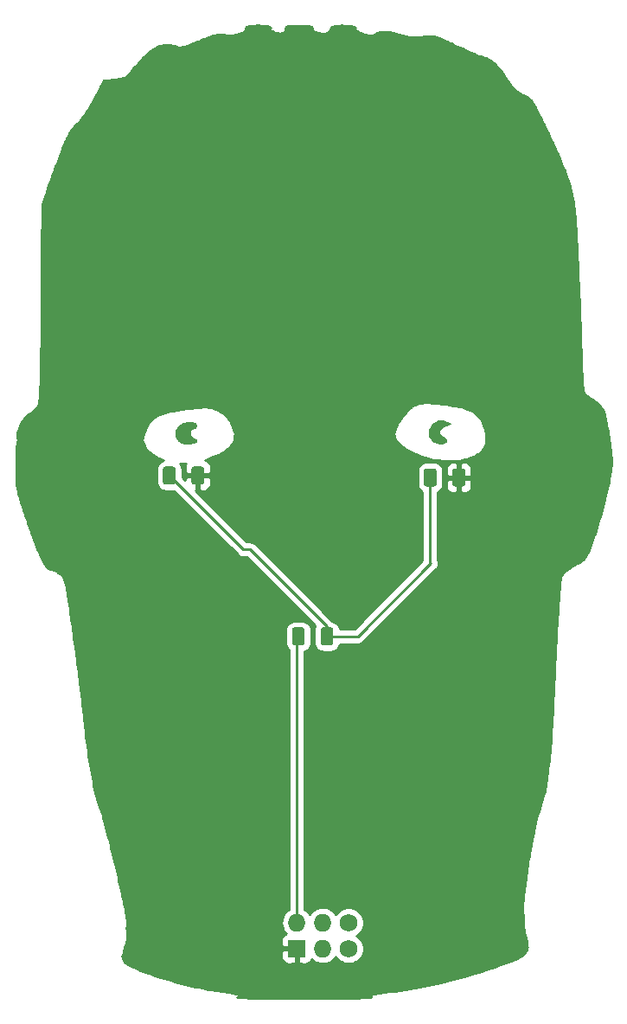
<source format=gbr>
G04 #@! TF.GenerationSoftware,KiCad,Pcbnew,(5.1.2)-1*
G04 #@! TF.CreationDate,2019-07-10T22:33:53-05:00*
G04 #@! TF.ProjectId,hank-hill-sao,68616e6b-2d68-4696-9c6c-2d73616f2e6b,rev?*
G04 #@! TF.SameCoordinates,Original*
G04 #@! TF.FileFunction,Copper,L2,Bot*
G04 #@! TF.FilePolarity,Positive*
%FSLAX46Y46*%
G04 Gerber Fmt 4.6, Leading zero omitted, Abs format (unit mm)*
G04 Created by KiCad (PCBNEW (5.1.2)-1) date 2019-07-10 22:33:53*
%MOMM*%
%LPD*%
G04 APERTURE LIST*
%ADD10C,0.010000*%
%ADD11C,0.100000*%
%ADD12C,1.250000*%
%ADD13C,1.727200*%
%ADD14O,1.727200X1.727200*%
%ADD15R,1.727200X1.727200*%
%ADD16C,0.250000*%
%ADD17C,0.254000*%
G04 APERTURE END LIST*
D10*
G36*
X-13968583Y9175068D02*
G01*
X-13879989Y9172929D01*
X-13807563Y9168653D01*
X-13746699Y9161689D01*
X-13692790Y9151485D01*
X-13641233Y9137490D01*
X-13587420Y9119153D01*
X-13578435Y9115831D01*
X-13499311Y9075597D01*
X-13440388Y9022263D01*
X-13402866Y8957585D01*
X-13387945Y8883315D01*
X-13389691Y8839982D01*
X-13409533Y8761740D01*
X-13447342Y8691069D01*
X-13499217Y8631883D01*
X-13561260Y8588094D01*
X-13629574Y8563615D01*
X-13668838Y8559800D01*
X-13754811Y8548116D01*
X-13831560Y8514933D01*
X-13897246Y8463053D01*
X-13950029Y8395278D01*
X-13988072Y8314412D01*
X-14009536Y8223258D01*
X-14012582Y8124617D01*
X-14002475Y8051188D01*
X-13970434Y7939763D01*
X-13922555Y7843502D01*
X-13855293Y7755340D01*
X-13852359Y7752113D01*
X-13818356Y7717671D01*
X-13782726Y7688740D01*
X-13739241Y7661149D01*
X-13681673Y7630726D01*
X-13642754Y7611755D01*
X-13552252Y7564982D01*
X-13484481Y7522024D01*
X-13441962Y7486331D01*
X-13410322Y7452592D01*
X-13393418Y7426225D01*
X-13386763Y7397998D01*
X-13385800Y7370718D01*
X-13388177Y7332622D01*
X-13398701Y7304935D01*
X-13422465Y7276669D01*
X-13435073Y7264396D01*
X-13497508Y7219149D01*
X-13584521Y7178672D01*
X-13695708Y7143129D01*
X-13775268Y7123935D01*
X-13820216Y7114971D01*
X-13865276Y7108004D01*
X-13914834Y7102723D01*
X-13973273Y7098818D01*
X-14044977Y7095980D01*
X-14134330Y7093897D01*
X-14217650Y7092615D01*
X-14311221Y7091896D01*
X-14402006Y7092148D01*
X-14485106Y7093288D01*
X-14555619Y7095228D01*
X-14608645Y7097884D01*
X-14630400Y7099829D01*
X-14754304Y7118908D01*
X-14858192Y7145045D01*
X-14946954Y7180313D01*
X-15025482Y7226787D01*
X-15098665Y7286541D01*
X-15120790Y7307846D01*
X-15200628Y7402566D01*
X-15271098Y7516452D01*
X-15330033Y7644313D01*
X-15375262Y7780956D01*
X-15404619Y7921190D01*
X-15414047Y8009967D01*
X-15411775Y8167497D01*
X-15385546Y8320007D01*
X-15336587Y8465742D01*
X-15266131Y8602945D01*
X-15175408Y8729861D01*
X-15065649Y8844733D01*
X-14938083Y8945808D01*
X-14793942Y9031328D01*
X-14655800Y9091791D01*
X-14579321Y9118746D01*
X-14509374Y9139409D01*
X-14440587Y9154560D01*
X-14367591Y9164977D01*
X-14285016Y9171440D01*
X-14187490Y9174729D01*
X-14077950Y9175620D01*
X-13968583Y9175068D01*
X-13968583Y9175068D01*
G37*
X-13968583Y9175068D02*
X-13879989Y9172929D01*
X-13807563Y9168653D01*
X-13746699Y9161689D01*
X-13692790Y9151485D01*
X-13641233Y9137490D01*
X-13587420Y9119153D01*
X-13578435Y9115831D01*
X-13499311Y9075597D01*
X-13440388Y9022263D01*
X-13402866Y8957585D01*
X-13387945Y8883315D01*
X-13389691Y8839982D01*
X-13409533Y8761740D01*
X-13447342Y8691069D01*
X-13499217Y8631883D01*
X-13561260Y8588094D01*
X-13629574Y8563615D01*
X-13668838Y8559800D01*
X-13754811Y8548116D01*
X-13831560Y8514933D01*
X-13897246Y8463053D01*
X-13950029Y8395278D01*
X-13988072Y8314412D01*
X-14009536Y8223258D01*
X-14012582Y8124617D01*
X-14002475Y8051188D01*
X-13970434Y7939763D01*
X-13922555Y7843502D01*
X-13855293Y7755340D01*
X-13852359Y7752113D01*
X-13818356Y7717671D01*
X-13782726Y7688740D01*
X-13739241Y7661149D01*
X-13681673Y7630726D01*
X-13642754Y7611755D01*
X-13552252Y7564982D01*
X-13484481Y7522024D01*
X-13441962Y7486331D01*
X-13410322Y7452592D01*
X-13393418Y7426225D01*
X-13386763Y7397998D01*
X-13385800Y7370718D01*
X-13388177Y7332622D01*
X-13398701Y7304935D01*
X-13422465Y7276669D01*
X-13435073Y7264396D01*
X-13497508Y7219149D01*
X-13584521Y7178672D01*
X-13695708Y7143129D01*
X-13775268Y7123935D01*
X-13820216Y7114971D01*
X-13865276Y7108004D01*
X-13914834Y7102723D01*
X-13973273Y7098818D01*
X-14044977Y7095980D01*
X-14134330Y7093897D01*
X-14217650Y7092615D01*
X-14311221Y7091896D01*
X-14402006Y7092148D01*
X-14485106Y7093288D01*
X-14555619Y7095228D01*
X-14608645Y7097884D01*
X-14630400Y7099829D01*
X-14754304Y7118908D01*
X-14858192Y7145045D01*
X-14946954Y7180313D01*
X-15025482Y7226787D01*
X-15098665Y7286541D01*
X-15120790Y7307846D01*
X-15200628Y7402566D01*
X-15271098Y7516452D01*
X-15330033Y7644313D01*
X-15375262Y7780956D01*
X-15404619Y7921190D01*
X-15414047Y8009967D01*
X-15411775Y8167497D01*
X-15385546Y8320007D01*
X-15336587Y8465742D01*
X-15266131Y8602945D01*
X-15175408Y8729861D01*
X-15065649Y8844733D01*
X-14938083Y8945808D01*
X-14793942Y9031328D01*
X-14655800Y9091791D01*
X-14579321Y9118746D01*
X-14509374Y9139409D01*
X-14440587Y9154560D01*
X-14367591Y9164977D01*
X-14285016Y9171440D01*
X-14187490Y9174729D01*
X-14077950Y9175620D01*
X-13968583Y9175068D01*
G36*
X10635431Y9343996D02*
G01*
X10732113Y9336553D01*
X10818981Y9323744D01*
X10877550Y9309331D01*
X10916013Y9295587D01*
X10968641Y9274542D01*
X11031956Y9247806D01*
X11102479Y9216986D01*
X11176730Y9183692D01*
X11251232Y9149531D01*
X11322505Y9116114D01*
X11387071Y9085049D01*
X11441451Y9057943D01*
X11482166Y9036407D01*
X11505737Y9022048D01*
X11509988Y9016869D01*
X11495760Y9009920D01*
X11461220Y8995205D01*
X11409752Y8974099D01*
X11344741Y8947981D01*
X11269572Y8918226D01*
X11214100Y8896509D01*
X11088495Y8846952D01*
X10983755Y8804163D01*
X10896721Y8766653D01*
X10824236Y8732935D01*
X10763144Y8701523D01*
X10710285Y8670929D01*
X10662504Y8639667D01*
X10649797Y8630729D01*
X10550486Y8548213D01*
X10475444Y8460585D01*
X10424743Y8369197D01*
X10398458Y8275400D01*
X10396659Y8180547D01*
X10419421Y8085990D01*
X10466817Y7993081D01*
X10538919Y7903173D01*
X10607158Y7840243D01*
X10647075Y7810163D01*
X10700424Y7773686D01*
X10758411Y7736715D01*
X10786256Y7719973D01*
X10888370Y7653750D01*
X10973477Y7585559D01*
X11040220Y7517125D01*
X11087241Y7450171D01*
X11113183Y7386423D01*
X11116689Y7327605D01*
X11111708Y7306451D01*
X11080565Y7251197D01*
X11027528Y7202705D01*
X10955392Y7161773D01*
X10866951Y7129196D01*
X10765001Y7105771D01*
X10652337Y7092292D01*
X10531753Y7089557D01*
X10406044Y7098361D01*
X10388600Y7100508D01*
X10251592Y7125636D01*
X10112029Y7164742D01*
X9976445Y7215311D01*
X9851373Y7274830D01*
X9743348Y7340785D01*
X9720182Y7357673D01*
X9612343Y7454950D01*
X9521228Y7569104D01*
X9448255Y7696742D01*
X9394845Y7834468D01*
X9362417Y7978889D01*
X9352389Y8126612D01*
X9358529Y8222577D01*
X9390645Y8393054D01*
X9445945Y8554723D01*
X9524825Y8708365D01*
X9627682Y8854759D01*
X9746040Y8985919D01*
X9882073Y9104583D01*
X10029420Y9201570D01*
X10186306Y9275899D01*
X10350956Y9326586D01*
X10369340Y9330650D01*
X10445760Y9341392D01*
X10537219Y9345725D01*
X10635431Y9343996D01*
X10635431Y9343996D01*
G37*
X10635431Y9343996D02*
X10732113Y9336553D01*
X10818981Y9323744D01*
X10877550Y9309331D01*
X10916013Y9295587D01*
X10968641Y9274542D01*
X11031956Y9247806D01*
X11102479Y9216986D01*
X11176730Y9183692D01*
X11251232Y9149531D01*
X11322505Y9116114D01*
X11387071Y9085049D01*
X11441451Y9057943D01*
X11482166Y9036407D01*
X11505737Y9022048D01*
X11509988Y9016869D01*
X11495760Y9009920D01*
X11461220Y8995205D01*
X11409752Y8974099D01*
X11344741Y8947981D01*
X11269572Y8918226D01*
X11214100Y8896509D01*
X11088495Y8846952D01*
X10983755Y8804163D01*
X10896721Y8766653D01*
X10824236Y8732935D01*
X10763144Y8701523D01*
X10710285Y8670929D01*
X10662504Y8639667D01*
X10649797Y8630729D01*
X10550486Y8548213D01*
X10475444Y8460585D01*
X10424743Y8369197D01*
X10398458Y8275400D01*
X10396659Y8180547D01*
X10419421Y8085990D01*
X10466817Y7993081D01*
X10538919Y7903173D01*
X10607158Y7840243D01*
X10647075Y7810163D01*
X10700424Y7773686D01*
X10758411Y7736715D01*
X10786256Y7719973D01*
X10888370Y7653750D01*
X10973477Y7585559D01*
X11040220Y7517125D01*
X11087241Y7450171D01*
X11113183Y7386423D01*
X11116689Y7327605D01*
X11111708Y7306451D01*
X11080565Y7251197D01*
X11027528Y7202705D01*
X10955392Y7161773D01*
X10866951Y7129196D01*
X10765001Y7105771D01*
X10652337Y7092292D01*
X10531753Y7089557D01*
X10406044Y7098361D01*
X10388600Y7100508D01*
X10251592Y7125636D01*
X10112029Y7164742D01*
X9976445Y7215311D01*
X9851373Y7274830D01*
X9743348Y7340785D01*
X9720182Y7357673D01*
X9612343Y7454950D01*
X9521228Y7569104D01*
X9448255Y7696742D01*
X9394845Y7834468D01*
X9362417Y7978889D01*
X9352389Y8126612D01*
X9358529Y8222577D01*
X9390645Y8393054D01*
X9445945Y8554723D01*
X9524825Y8708365D01*
X9627682Y8854759D01*
X9746040Y8985919D01*
X9882073Y9104583D01*
X10029420Y9201570D01*
X10186306Y9275899D01*
X10350956Y9326586D01*
X10369340Y9330650D01*
X10445760Y9341392D01*
X10537219Y9345725D01*
X10635431Y9343996D01*
D11*
G36*
X12713884Y4625376D02*
G01*
X12738153Y4621776D01*
X12761951Y4615815D01*
X12785051Y4607550D01*
X12807229Y4597060D01*
X12828273Y4584447D01*
X12847978Y4569833D01*
X12866157Y4553357D01*
X12882633Y4535178D01*
X12897247Y4515473D01*
X12909860Y4494429D01*
X12920350Y4472251D01*
X12928615Y4449151D01*
X12934576Y4425353D01*
X12938176Y4401084D01*
X12939380Y4376580D01*
X12939380Y3126580D01*
X12938176Y3102076D01*
X12934576Y3077807D01*
X12928615Y3054009D01*
X12920350Y3030909D01*
X12909860Y3008731D01*
X12897247Y2987687D01*
X12882633Y2967982D01*
X12866157Y2949803D01*
X12847978Y2933327D01*
X12828273Y2918713D01*
X12807229Y2906100D01*
X12785051Y2895610D01*
X12761951Y2887345D01*
X12738153Y2881384D01*
X12713884Y2877784D01*
X12689380Y2876580D01*
X11939380Y2876580D01*
X11914876Y2877784D01*
X11890607Y2881384D01*
X11866809Y2887345D01*
X11843709Y2895610D01*
X11821531Y2906100D01*
X11800487Y2918713D01*
X11780782Y2933327D01*
X11762603Y2949803D01*
X11746127Y2967982D01*
X11731513Y2987687D01*
X11718900Y3008731D01*
X11708410Y3030909D01*
X11700145Y3054009D01*
X11694184Y3077807D01*
X11690584Y3102076D01*
X11689380Y3126580D01*
X11689380Y4376580D01*
X11690584Y4401084D01*
X11694184Y4425353D01*
X11700145Y4449151D01*
X11708410Y4472251D01*
X11718900Y4494429D01*
X11731513Y4515473D01*
X11746127Y4535178D01*
X11762603Y4553357D01*
X11780782Y4569833D01*
X11800487Y4584447D01*
X11821531Y4597060D01*
X11843709Y4607550D01*
X11866809Y4615815D01*
X11890607Y4621776D01*
X11914876Y4625376D01*
X11939380Y4626580D01*
X12689380Y4626580D01*
X12713884Y4625376D01*
X12713884Y4625376D01*
G37*
D12*
X12314380Y3751580D03*
D11*
G36*
X9913884Y4625376D02*
G01*
X9938153Y4621776D01*
X9961951Y4615815D01*
X9985051Y4607550D01*
X10007229Y4597060D01*
X10028273Y4584447D01*
X10047978Y4569833D01*
X10066157Y4553357D01*
X10082633Y4535178D01*
X10097247Y4515473D01*
X10109860Y4494429D01*
X10120350Y4472251D01*
X10128615Y4449151D01*
X10134576Y4425353D01*
X10138176Y4401084D01*
X10139380Y4376580D01*
X10139380Y3126580D01*
X10138176Y3102076D01*
X10134576Y3077807D01*
X10128615Y3054009D01*
X10120350Y3030909D01*
X10109860Y3008731D01*
X10097247Y2987687D01*
X10082633Y2967982D01*
X10066157Y2949803D01*
X10047978Y2933327D01*
X10028273Y2918713D01*
X10007229Y2906100D01*
X9985051Y2895610D01*
X9961951Y2887345D01*
X9938153Y2881384D01*
X9913884Y2877784D01*
X9889380Y2876580D01*
X9139380Y2876580D01*
X9114876Y2877784D01*
X9090607Y2881384D01*
X9066809Y2887345D01*
X9043709Y2895610D01*
X9021531Y2906100D01*
X9000487Y2918713D01*
X8980782Y2933327D01*
X8962603Y2949803D01*
X8946127Y2967982D01*
X8931513Y2987687D01*
X8918900Y3008731D01*
X8908410Y3030909D01*
X8900145Y3054009D01*
X8894184Y3077807D01*
X8890584Y3102076D01*
X8889380Y3126580D01*
X8889380Y4376580D01*
X8890584Y4401084D01*
X8894184Y4425353D01*
X8900145Y4449151D01*
X8908410Y4472251D01*
X8918900Y4494429D01*
X8931513Y4515473D01*
X8946127Y4535178D01*
X8962603Y4553357D01*
X8980782Y4569833D01*
X9000487Y4584447D01*
X9021531Y4597060D01*
X9043709Y4607550D01*
X9066809Y4615815D01*
X9090607Y4621776D01*
X9114876Y4625376D01*
X9139380Y4626580D01*
X9889380Y4626580D01*
X9913884Y4625376D01*
X9913884Y4625376D01*
G37*
D12*
X9514380Y3751580D03*
D11*
G36*
X-15635976Y4826036D02*
G01*
X-15611707Y4822436D01*
X-15587909Y4816475D01*
X-15564809Y4808210D01*
X-15542631Y4797720D01*
X-15521587Y4785107D01*
X-15501882Y4770493D01*
X-15483703Y4754017D01*
X-15467227Y4735838D01*
X-15452613Y4716133D01*
X-15440000Y4695089D01*
X-15429510Y4672911D01*
X-15421245Y4649811D01*
X-15415284Y4626013D01*
X-15411684Y4601744D01*
X-15410480Y4577240D01*
X-15410480Y3327240D01*
X-15411684Y3302736D01*
X-15415284Y3278467D01*
X-15421245Y3254669D01*
X-15429510Y3231569D01*
X-15440000Y3209391D01*
X-15452613Y3188347D01*
X-15467227Y3168642D01*
X-15483703Y3150463D01*
X-15501882Y3133987D01*
X-15521587Y3119373D01*
X-15542631Y3106760D01*
X-15564809Y3096270D01*
X-15587909Y3088005D01*
X-15611707Y3082044D01*
X-15635976Y3078444D01*
X-15660480Y3077240D01*
X-16410480Y3077240D01*
X-16434984Y3078444D01*
X-16459253Y3082044D01*
X-16483051Y3088005D01*
X-16506151Y3096270D01*
X-16528329Y3106760D01*
X-16549373Y3119373D01*
X-16569078Y3133987D01*
X-16587257Y3150463D01*
X-16603733Y3168642D01*
X-16618347Y3188347D01*
X-16630960Y3209391D01*
X-16641450Y3231569D01*
X-16649715Y3254669D01*
X-16655676Y3278467D01*
X-16659276Y3302736D01*
X-16660480Y3327240D01*
X-16660480Y4577240D01*
X-16659276Y4601744D01*
X-16655676Y4626013D01*
X-16649715Y4649811D01*
X-16641450Y4672911D01*
X-16630960Y4695089D01*
X-16618347Y4716133D01*
X-16603733Y4735838D01*
X-16587257Y4754017D01*
X-16569078Y4770493D01*
X-16549373Y4785107D01*
X-16528329Y4797720D01*
X-16506151Y4808210D01*
X-16483051Y4816475D01*
X-16459253Y4822436D01*
X-16434984Y4826036D01*
X-16410480Y4827240D01*
X-15660480Y4827240D01*
X-15635976Y4826036D01*
X-15635976Y4826036D01*
G37*
D12*
X-16035480Y3952240D03*
D11*
G36*
X-12835976Y4826036D02*
G01*
X-12811707Y4822436D01*
X-12787909Y4816475D01*
X-12764809Y4808210D01*
X-12742631Y4797720D01*
X-12721587Y4785107D01*
X-12701882Y4770493D01*
X-12683703Y4754017D01*
X-12667227Y4735838D01*
X-12652613Y4716133D01*
X-12640000Y4695089D01*
X-12629510Y4672911D01*
X-12621245Y4649811D01*
X-12615284Y4626013D01*
X-12611684Y4601744D01*
X-12610480Y4577240D01*
X-12610480Y3327240D01*
X-12611684Y3302736D01*
X-12615284Y3278467D01*
X-12621245Y3254669D01*
X-12629510Y3231569D01*
X-12640000Y3209391D01*
X-12652613Y3188347D01*
X-12667227Y3168642D01*
X-12683703Y3150463D01*
X-12701882Y3133987D01*
X-12721587Y3119373D01*
X-12742631Y3106760D01*
X-12764809Y3096270D01*
X-12787909Y3088005D01*
X-12811707Y3082044D01*
X-12835976Y3078444D01*
X-12860480Y3077240D01*
X-13610480Y3077240D01*
X-13634984Y3078444D01*
X-13659253Y3082044D01*
X-13683051Y3088005D01*
X-13706151Y3096270D01*
X-13728329Y3106760D01*
X-13749373Y3119373D01*
X-13769078Y3133987D01*
X-13787257Y3150463D01*
X-13803733Y3168642D01*
X-13818347Y3188347D01*
X-13830960Y3209391D01*
X-13841450Y3231569D01*
X-13849715Y3254669D01*
X-13855676Y3278467D01*
X-13859276Y3302736D01*
X-13860480Y3327240D01*
X-13860480Y4577240D01*
X-13859276Y4601744D01*
X-13855676Y4626013D01*
X-13849715Y4649811D01*
X-13841450Y4672911D01*
X-13830960Y4695089D01*
X-13818347Y4716133D01*
X-13803733Y4735838D01*
X-13787257Y4754017D01*
X-13769078Y4770493D01*
X-13749373Y4785107D01*
X-13728329Y4797720D01*
X-13706151Y4808210D01*
X-13683051Y4816475D01*
X-13659253Y4822436D01*
X-13634984Y4826036D01*
X-13610480Y4827240D01*
X-12860480Y4827240D01*
X-12835976Y4826036D01*
X-12835976Y4826036D01*
G37*
D12*
X-13235480Y3952240D03*
D11*
G36*
X-196936Y-10919424D02*
G01*
X-172667Y-10923024D01*
X-148869Y-10928985D01*
X-125769Y-10937250D01*
X-103591Y-10947740D01*
X-82547Y-10960353D01*
X-62842Y-10974967D01*
X-44663Y-10991443D01*
X-28187Y-11009622D01*
X-13573Y-11029327D01*
X-960Y-11050371D01*
X9530Y-11072549D01*
X17795Y-11095649D01*
X23756Y-11119447D01*
X27356Y-11143716D01*
X28560Y-11168220D01*
X28560Y-12418220D01*
X27356Y-12442724D01*
X23756Y-12466993D01*
X17795Y-12490791D01*
X9530Y-12513891D01*
X-960Y-12536069D01*
X-13573Y-12557113D01*
X-28187Y-12576818D01*
X-44663Y-12594997D01*
X-62842Y-12611473D01*
X-82547Y-12626087D01*
X-103591Y-12638700D01*
X-125769Y-12649190D01*
X-148869Y-12657455D01*
X-172667Y-12663416D01*
X-196936Y-12667016D01*
X-221440Y-12668220D01*
X-971440Y-12668220D01*
X-995944Y-12667016D01*
X-1020213Y-12663416D01*
X-1044011Y-12657455D01*
X-1067111Y-12649190D01*
X-1089289Y-12638700D01*
X-1110333Y-12626087D01*
X-1130038Y-12611473D01*
X-1148217Y-12594997D01*
X-1164693Y-12576818D01*
X-1179307Y-12557113D01*
X-1191920Y-12536069D01*
X-1202410Y-12513891D01*
X-1210675Y-12490791D01*
X-1216636Y-12466993D01*
X-1220236Y-12442724D01*
X-1221440Y-12418220D01*
X-1221440Y-11168220D01*
X-1220236Y-11143716D01*
X-1216636Y-11119447D01*
X-1210675Y-11095649D01*
X-1202410Y-11072549D01*
X-1191920Y-11050371D01*
X-1179307Y-11029327D01*
X-1164693Y-11009622D01*
X-1148217Y-10991443D01*
X-1130038Y-10974967D01*
X-1110333Y-10960353D01*
X-1089289Y-10947740D01*
X-1067111Y-10937250D01*
X-1044011Y-10928985D01*
X-1020213Y-10923024D01*
X-995944Y-10919424D01*
X-971440Y-10918220D01*
X-221440Y-10918220D01*
X-196936Y-10919424D01*
X-196936Y-10919424D01*
G37*
D12*
X-596440Y-11793220D03*
D11*
G36*
X-2996936Y-10919424D02*
G01*
X-2972667Y-10923024D01*
X-2948869Y-10928985D01*
X-2925769Y-10937250D01*
X-2903591Y-10947740D01*
X-2882547Y-10960353D01*
X-2862842Y-10974967D01*
X-2844663Y-10991443D01*
X-2828187Y-11009622D01*
X-2813573Y-11029327D01*
X-2800960Y-11050371D01*
X-2790470Y-11072549D01*
X-2782205Y-11095649D01*
X-2776244Y-11119447D01*
X-2772644Y-11143716D01*
X-2771440Y-11168220D01*
X-2771440Y-12418220D01*
X-2772644Y-12442724D01*
X-2776244Y-12466993D01*
X-2782205Y-12490791D01*
X-2790470Y-12513891D01*
X-2800960Y-12536069D01*
X-2813573Y-12557113D01*
X-2828187Y-12576818D01*
X-2844663Y-12594997D01*
X-2862842Y-12611473D01*
X-2882547Y-12626087D01*
X-2903591Y-12638700D01*
X-2925769Y-12649190D01*
X-2948869Y-12657455D01*
X-2972667Y-12663416D01*
X-2996936Y-12667016D01*
X-3021440Y-12668220D01*
X-3771440Y-12668220D01*
X-3795944Y-12667016D01*
X-3820213Y-12663416D01*
X-3844011Y-12657455D01*
X-3867111Y-12649190D01*
X-3889289Y-12638700D01*
X-3910333Y-12626087D01*
X-3930038Y-12611473D01*
X-3948217Y-12594997D01*
X-3964693Y-12576818D01*
X-3979307Y-12557113D01*
X-3991920Y-12536069D01*
X-4002410Y-12513891D01*
X-4010675Y-12490791D01*
X-4016636Y-12466993D01*
X-4020236Y-12442724D01*
X-4021440Y-12418220D01*
X-4021440Y-11168220D01*
X-4020236Y-11143716D01*
X-4016636Y-11119447D01*
X-4010675Y-11095649D01*
X-4002410Y-11072549D01*
X-3991920Y-11050371D01*
X-3979307Y-11029327D01*
X-3964693Y-11009622D01*
X-3948217Y-10991443D01*
X-3930038Y-10974967D01*
X-3910333Y-10960353D01*
X-3889289Y-10947740D01*
X-3867111Y-10937250D01*
X-3844011Y-10928985D01*
X-3820213Y-10923024D01*
X-3795944Y-10919424D01*
X-3771440Y-10918220D01*
X-3021440Y-10918220D01*
X-2996936Y-10919424D01*
X-2996936Y-10919424D01*
G37*
D12*
X-3396440Y-11793220D03*
D13*
X1523040Y-39819260D03*
X1523040Y-42359260D03*
D14*
X-1016960Y-39819260D03*
X-1016960Y-42359260D03*
X-3556960Y-39819260D03*
D15*
X-3556960Y-42359260D03*
D16*
X-3556960Y-11953740D02*
X-3396440Y-11793220D01*
X-3556960Y-39819260D02*
X-3556960Y-11953740D01*
X128560Y-11793220D02*
X131100Y-11795760D01*
X-596440Y-11793220D02*
X128560Y-11793220D01*
X131100Y-11795760D02*
X2425700Y-11795760D01*
X2425700Y-11795760D02*
X9575800Y-4645660D01*
X9514380Y-4584240D02*
X9514380Y3751580D01*
X9575800Y-4645660D02*
X9514380Y-4584240D01*
X-596440Y-10818220D02*
X-8120280Y-3294380D01*
X-596440Y-11793220D02*
X-596440Y-10818220D01*
X-8788860Y-3294380D02*
X-16035480Y3952240D01*
X-8120280Y-3294380D02*
X-8788860Y-3294380D01*
D17*
G36*
X990141Y48003071D02*
G01*
X1149396Y47995528D01*
X1310547Y47983388D01*
X1469804Y47967045D01*
X1623184Y47946937D01*
X1766653Y47923548D01*
X1896167Y47897423D01*
X2007061Y47869365D01*
X2096467Y47839941D01*
X2118548Y47830892D01*
X2162438Y47808992D01*
X2159797Y47806148D01*
X2143340Y47784027D01*
X2127508Y47757059D01*
X2117069Y47734457D01*
X2112704Y47718688D01*
X2110874Y47709912D01*
X2108205Y47685159D01*
X2110417Y47660361D01*
X2115796Y47640723D01*
X2127702Y47607864D01*
X2138437Y47585401D01*
X2152504Y47566397D01*
X2186805Y47528100D01*
X2203301Y47512689D01*
X2257866Y47470131D01*
X2268443Y47462714D01*
X2341144Y47417070D01*
X2348673Y47412696D01*
X2437379Y47365146D01*
X2443297Y47362170D01*
X2545881Y47313889D01*
X2550945Y47311639D01*
X2665275Y47263805D01*
X2669929Y47261965D01*
X2793878Y47215756D01*
X2797428Y47214492D01*
X2871680Y47189293D01*
X2873692Y47188629D01*
X3004431Y47146679D01*
X3006609Y47146001D01*
X3117931Y47112474D01*
X3121440Y47111472D01*
X3217567Y47085509D01*
X3222666Y47084245D01*
X3307824Y47064985D01*
X3314417Y47063676D01*
X3392829Y47050257D01*
X3400219Y47049215D01*
X3476108Y47040778D01*
X3483086Y47040196D01*
X3560679Y47035879D01*
X3565812Y47035698D01*
X3636628Y47034626D01*
X3639780Y47034617D01*
X3728139Y47035473D01*
X3733942Y47035662D01*
X3804581Y47039580D01*
X3815952Y47040725D01*
X3875704Y47049476D01*
X3891057Y47052705D01*
X3946758Y47068063D01*
X3960763Y47072817D01*
X4019247Y47096554D01*
X4028061Y47100529D01*
X4096164Y47134416D01*
X4099850Y47136326D01*
X4160565Y47169054D01*
X4310712Y47243867D01*
X4454455Y47299943D01*
X4600404Y47340489D01*
X4755254Y47367159D01*
X4926205Y47381116D01*
X5049475Y47383650D01*
X5219451Y47379104D01*
X5391673Y47365142D01*
X5569847Y47341127D01*
X5757212Y47306376D01*
X5956970Y47260177D01*
X6172179Y47201835D01*
X6406251Y47130554D01*
X6486678Y47104554D01*
X6487347Y47104340D01*
X6675841Y47044553D01*
X6678839Y47043642D01*
X6849473Y46994118D01*
X6853590Y46992998D01*
X7011348Y46952905D01*
X7016513Y46951706D01*
X7166386Y46920212D01*
X7172263Y46919121D01*
X7319235Y46895395D01*
X7325260Y46894570D01*
X7474321Y46877780D01*
X7479864Y46877278D01*
X7636000Y46866591D01*
X7640587Y46866361D01*
X7808786Y46860948D01*
X7811901Y46860886D01*
X7955580Y46859789D01*
X7957241Y46859787D01*
X8065104Y46860374D01*
X8066695Y46860393D01*
X8164568Y46862152D01*
X8166675Y46862207D01*
X8260382Y46865447D01*
X8262683Y46865547D01*
X8358050Y46870578D01*
X8360144Y46870706D01*
X8462995Y46877837D01*
X8464606Y46877959D01*
X8580766Y46887499D01*
X8581833Y46887591D01*
X8717127Y46899852D01*
X8717488Y46899885D01*
X8724023Y46900496D01*
X8902917Y46916733D01*
X9059227Y46929636D01*
X9195377Y46939185D01*
X9314246Y46945416D01*
X9418544Y46948373D01*
X9511228Y46948130D01*
X9595216Y46944769D01*
X9673857Y46938335D01*
X9750558Y46928789D01*
X9828778Y46915999D01*
X9893030Y46903628D01*
X10002205Y46878336D01*
X10123001Y46844276D01*
X10257565Y46800621D01*
X10406945Y46746849D01*
X10572155Y46682478D01*
X10754226Y46607051D01*
X10954187Y46520131D01*
X11173327Y46421178D01*
X11412592Y46309813D01*
X11572362Y46233940D01*
X11956427Y46051517D01*
X11957074Y46051212D01*
X12319517Y45881555D01*
X12320255Y45881212D01*
X12661345Y45724208D01*
X12662193Y45723822D01*
X12982201Y45579356D01*
X12983180Y45578919D01*
X13282374Y45446878D01*
X13283513Y45446381D01*
X13562163Y45326651D01*
X13563501Y45326086D01*
X13821877Y45218551D01*
X13823465Y45217902D01*
X14061835Y45122450D01*
X14063742Y45121704D01*
X14282378Y45038219D01*
X14284702Y45037358D01*
X14483872Y44965728D01*
X14486752Y44964731D01*
X14666726Y44904841D01*
X14670328Y44903702D01*
X14828031Y44856384D01*
X14899584Y44834325D01*
X14972764Y44808564D01*
X15039102Y44782365D01*
X15082922Y44762421D01*
X15230529Y44678894D01*
X15387514Y44572387D01*
X15552977Y44443344D01*
X15725499Y44292722D01*
X15903798Y44121517D01*
X16086706Y43930715D01*
X16273145Y43721266D01*
X16462008Y43494200D01*
X16652787Y43249819D01*
X16683350Y43209261D01*
X16768851Y43093162D01*
X16859590Y42966236D01*
X16952320Y42833265D01*
X17043703Y42699147D01*
X17130013Y42569371D01*
X17207926Y42448836D01*
X17274112Y42342462D01*
X17284908Y42324557D01*
X17285154Y42324152D01*
X17346401Y42223425D01*
X17347768Y42221227D01*
X17400558Y42138265D01*
X17402855Y42134783D01*
X17450616Y42064903D01*
X17453910Y42060307D01*
X17500073Y41998830D01*
X17503950Y41993923D01*
X17551944Y41936164D01*
X17555548Y41932013D01*
X17608802Y41873292D01*
X17610872Y41871063D01*
X17640709Y41839706D01*
X17645203Y41835214D01*
X17830658Y41658880D01*
X17839529Y41651194D01*
X18036764Y41495658D01*
X18046565Y41488656D01*
X18258074Y41352231D01*
X18268207Y41346339D01*
X18496487Y41227340D01*
X18504143Y41223669D01*
X18637000Y41165345D01*
X18795386Y41095420D01*
X18928628Y41026222D01*
X19044166Y40953555D01*
X19147735Y40873704D01*
X19245147Y40782303D01*
X19341851Y40674541D01*
X19424983Y40569377D01*
X19478058Y40497041D01*
X19531460Y40420016D01*
X19585887Y40336914D01*
X19642423Y40245791D01*
X19702138Y40144699D01*
X19765917Y40032007D01*
X19834909Y39905619D01*
X19909933Y39764052D01*
X19992137Y39605218D01*
X20082233Y39427874D01*
X20181526Y39229624D01*
X20237562Y39116795D01*
X20365624Y38856934D01*
X20498213Y38585304D01*
X20634763Y38303170D01*
X20773556Y38014165D01*
X20914178Y37719230D01*
X21054957Y37421921D01*
X21195405Y37123310D01*
X21334036Y36826579D01*
X21469780Y36534031D01*
X21601855Y36247347D01*
X21729149Y35968916D01*
X21850500Y35701236D01*
X21964559Y35447232D01*
X22070928Y35207708D01*
X22167852Y34986504D01*
X22254686Y34784969D01*
X22273593Y34740519D01*
X22467463Y34273031D01*
X22644750Y33823472D01*
X22805959Y33390187D01*
X22951611Y32971447D01*
X23082094Y32565901D01*
X23197909Y32171866D01*
X23299501Y31787827D01*
X23387320Y31412264D01*
X23461834Y31043566D01*
X23523500Y30680142D01*
X23572790Y30320236D01*
X23602832Y30041923D01*
X23621791Y29833569D01*
X23641394Y29599587D01*
X23661491Y29342026D01*
X23682075Y29061264D01*
X23703060Y28758792D01*
X23724454Y28434709D01*
X23746192Y28090211D01*
X23768233Y27726142D01*
X23790536Y27343349D01*
X23813060Y26942672D01*
X23835776Y26524737D01*
X23858609Y26091033D01*
X23881553Y25641750D01*
X23904556Y25177944D01*
X23927578Y24700455D01*
X23950578Y24210121D01*
X23973516Y23707779D01*
X23996352Y23194270D01*
X24019044Y22670429D01*
X24041554Y22137096D01*
X24063845Y21594973D01*
X24085862Y21045304D01*
X24107581Y20488521D01*
X24107580Y20488521D01*
X24128958Y19925465D01*
X24128959Y19925465D01*
X24149943Y19357366D01*
X24170506Y18784671D01*
X24190609Y18208215D01*
X24210197Y17629231D01*
X24229249Y17048027D01*
X24231777Y16969466D01*
X24231778Y16969435D01*
X24244820Y16567175D01*
X24244823Y16567082D01*
X24257349Y16189217D01*
X24257352Y16189109D01*
X24269406Y15834643D01*
X24269411Y15834515D01*
X24281037Y15502450D01*
X24281042Y15502300D01*
X24292287Y15191639D01*
X24292294Y15191464D01*
X24303201Y14901209D01*
X24303208Y14901004D01*
X24313823Y14630157D01*
X24313833Y14629919D01*
X24324201Y14377483D01*
X24324213Y14377207D01*
X24334378Y14142184D01*
X24334392Y14141864D01*
X24344400Y13923257D01*
X24344417Y13922887D01*
X24354313Y13719699D01*
X24354335Y13719274D01*
X24364163Y13530506D01*
X24364189Y13530018D01*
X24373994Y13354673D01*
X24374026Y13354117D01*
X24383854Y13191198D01*
X24383894Y13190567D01*
X24393789Y13039076D01*
X24393837Y13038367D01*
X24403844Y12897306D01*
X24403903Y12896514D01*
X24414068Y12764887D01*
X24414138Y12764017D01*
X24424504Y12640824D01*
X24424563Y12640142D01*
X24429317Y12587069D01*
X24429365Y12586549D01*
X24440389Y12468926D01*
X24440529Y12467514D01*
X24450575Y12371842D01*
X24450952Y12368644D01*
X24461029Y12291553D01*
X24461958Y12285564D01*
X24473072Y12223683D01*
X24475247Y12213837D01*
X24488405Y12163796D01*
X24492906Y12149957D01*
X24509115Y12108385D01*
X24516424Y12092838D01*
X24536690Y12056363D01*
X24545079Y12043232D01*
X24570409Y12008485D01*
X24576884Y12000329D01*
X24608285Y11963939D01*
X24611146Y11960734D01*
X24634931Y11934985D01*
X24639827Y11929969D01*
X24746451Y11826614D01*
X24753948Y11819902D01*
X24883958Y11712474D01*
X24890191Y11707642D01*
X25042105Y11597235D01*
X25047437Y11593564D01*
X25219772Y11481274D01*
X25223849Y11478726D01*
X25360145Y11397094D01*
X25360825Y11396689D01*
X25425901Y11358262D01*
X25490463Y11318892D01*
X25547761Y11282795D01*
X25590659Y11254445D01*
X25592484Y11253178D01*
X25724670Y11154511D01*
X25853303Y11047001D01*
X25976387Y10933002D01*
X26090627Y10815949D01*
X26192679Y10699467D01*
X26279196Y10587417D01*
X26347591Y10482988D01*
X26377494Y10427897D01*
X26415776Y10340846D01*
X26457235Y10227557D01*
X26501086Y10089622D01*
X26546666Y9929005D01*
X26593524Y9747370D01*
X26641305Y9546220D01*
X26689697Y9326980D01*
X26738434Y9090924D01*
X26787221Y8839481D01*
X26835826Y8573794D01*
X26883945Y8295401D01*
X26931360Y8005368D01*
X26977807Y7705016D01*
X27023020Y7395716D01*
X27066746Y7078759D01*
X27108803Y6754880D01*
X27120815Y6658508D01*
X27145256Y6457671D01*
X27166097Y6279779D01*
X27183635Y6121521D01*
X27198100Y5980205D01*
X27209727Y5853110D01*
X27218757Y5737515D01*
X27225459Y5630300D01*
X27230072Y5528798D01*
X27232846Y5429888D01*
X27234019Y5330294D01*
X27234069Y5315123D01*
X27233570Y5208207D01*
X27231363Y5109252D01*
X27227096Y5013609D01*
X27220406Y4917294D01*
X27210898Y4816183D01*
X27198145Y4706120D01*
X27181739Y4583238D01*
X27161260Y4443556D01*
X27136405Y4283843D01*
X27127902Y4230599D01*
X27081313Y3954374D01*
X27027961Y3663370D01*
X26968266Y3359026D01*
X26902636Y3042734D01*
X26831557Y2716259D01*
X26755449Y2381064D01*
X26674771Y2038791D01*
X26590043Y1691300D01*
X26501618Y1339787D01*
X26410056Y986271D01*
X26315691Y631879D01*
X26219081Y278599D01*
X26120617Y-72204D01*
X26020771Y-418867D01*
X25920030Y-759693D01*
X25818803Y-1093243D01*
X25717557Y-1417885D01*
X25616788Y-1731899D01*
X25516901Y-2033846D01*
X25418407Y-2321979D01*
X25321742Y-2594778D01*
X25227421Y-2850498D01*
X25135922Y-3087519D01*
X25047731Y-3304224D01*
X24963447Y-3498755D01*
X24883241Y-3670260D01*
X24870559Y-3695968D01*
X24818214Y-3798854D01*
X24773234Y-3881279D01*
X24732477Y-3948254D01*
X24692411Y-4005542D01*
X24648791Y-4059513D01*
X24596882Y-4116409D01*
X24550339Y-4163778D01*
X24421171Y-4284192D01*
X24276242Y-4403726D01*
X24244179Y-4427394D01*
X24133203Y-4493607D01*
X23934730Y-4600359D01*
X23684869Y-4733053D01*
X23669254Y-4740411D01*
X23655166Y-4748827D01*
X23640683Y-4756519D01*
X23626313Y-4766065D01*
X23423550Y-4887201D01*
X23402325Y-4899112D01*
X23394695Y-4904440D01*
X23386707Y-4909212D01*
X23367139Y-4923681D01*
X23196005Y-5043179D01*
X23175998Y-5056324D01*
X23168461Y-5062412D01*
X23160506Y-5067967D01*
X23142291Y-5083552D01*
X23088382Y-5127099D01*
X23062615Y-5141822D01*
X23060886Y-5142828D01*
X23031709Y-5160115D01*
X23027010Y-5163039D01*
X22865392Y-5268570D01*
X22858340Y-5273524D01*
X22720326Y-5377646D01*
X22711741Y-5384734D01*
X22595753Y-5489376D01*
X22586057Y-5499126D01*
X22490519Y-5606214D01*
X22480649Y-5618789D01*
X22403984Y-5730251D01*
X22395217Y-5745052D01*
X22335849Y-5862817D01*
X22329251Y-5878414D01*
X22285602Y-6004408D01*
X22281939Y-6017072D01*
X22259691Y-6112245D01*
X22258142Y-6119935D01*
X22244701Y-6199250D01*
X22244140Y-6202879D01*
X22229621Y-6306698D01*
X22229330Y-6308925D01*
X22213798Y-6436376D01*
X22213623Y-6437887D01*
X22197140Y-6588102D01*
X22197024Y-6589203D01*
X22179657Y-6761308D01*
X22179575Y-6762150D01*
X22161385Y-6955277D01*
X22161323Y-6955949D01*
X22142377Y-7169227D01*
X22142329Y-7169777D01*
X22122689Y-7402334D01*
X22122651Y-7402798D01*
X22102383Y-7653765D01*
X22102352Y-7654163D01*
X22081518Y-7922668D01*
X22081491Y-7923019D01*
X22060157Y-8208192D01*
X22060134Y-8208503D01*
X22038363Y-8509473D01*
X22038343Y-8509756D01*
X22016200Y-8825654D01*
X22016182Y-8825912D01*
X21993730Y-9155865D01*
X21993714Y-9156105D01*
X21971018Y-9499243D01*
X21971003Y-9499469D01*
X21948127Y-9854923D01*
X21948114Y-9855136D01*
X21925122Y-10222033D01*
X21925109Y-10222237D01*
X21902065Y-10599709D01*
X21902053Y-10599907D01*
X21879022Y-10987081D01*
X21879011Y-10987272D01*
X21856055Y-11383278D01*
X21856044Y-11383467D01*
X21833230Y-11787435D01*
X21833220Y-11787612D01*
X21812732Y-12159616D01*
X21812726Y-12159735D01*
X21799627Y-12401699D01*
X21799622Y-12401778D01*
X21787114Y-12635519D01*
X21787110Y-12635610D01*
X21775097Y-12863158D01*
X21775091Y-12863260D01*
X21763478Y-13086642D01*
X21763473Y-13086751D01*
X21752163Y-13307997D01*
X21752157Y-13308113D01*
X21741055Y-13529251D01*
X21741049Y-13529369D01*
X21730059Y-13752428D01*
X21730053Y-13752546D01*
X21719079Y-13979555D01*
X21719074Y-13979669D01*
X21708021Y-14212656D01*
X21708016Y-14212763D01*
X21696788Y-14453756D01*
X21696783Y-14453856D01*
X21685284Y-14704886D01*
X21685280Y-14704975D01*
X21673415Y-14968069D01*
X21673411Y-14968148D01*
X21661083Y-15245335D01*
X21661080Y-15245404D01*
X21648194Y-15538713D01*
X21648192Y-15538771D01*
X21634652Y-15850231D01*
X21634650Y-15850280D01*
X21620361Y-16181918D01*
X21620359Y-16181958D01*
X21605224Y-16535805D01*
X21605223Y-16535831D01*
X21596289Y-16745703D01*
X21567497Y-17398363D01*
X21537288Y-18035362D01*
X21505634Y-18657765D01*
X21472641Y-19263826D01*
X21438294Y-19854210D01*
X21402680Y-20427652D01*
X21365839Y-20983757D01*
X21327805Y-21522239D01*
X21288640Y-22042385D01*
X21248345Y-22544255D01*
X21207003Y-23026914D01*
X21164662Y-23489831D01*
X21121350Y-23932753D01*
X21077125Y-24355068D01*
X21032040Y-24756222D01*
X20986110Y-25136048D01*
X20939415Y-25493754D01*
X20892010Y-25828865D01*
X20843951Y-26140845D01*
X20795287Y-26429278D01*
X20746092Y-26693585D01*
X20696478Y-26933071D01*
X20646407Y-27147777D01*
X20628094Y-27219595D01*
X20608574Y-27289637D01*
X20582333Y-27376983D01*
X20551682Y-27474216D01*
X20518911Y-27574065D01*
X20486343Y-27669191D01*
X20480298Y-27686331D01*
X20479863Y-27687587D01*
X20390203Y-27950560D01*
X20389354Y-27953139D01*
X20298090Y-28240804D01*
X20297413Y-28243006D01*
X20204710Y-28554716D01*
X20204158Y-28556627D01*
X20110182Y-28891735D01*
X20109724Y-28893415D01*
X20014641Y-29251276D01*
X20014253Y-29252771D01*
X19918228Y-29632737D01*
X19917896Y-29634082D01*
X19821096Y-30035506D01*
X19820808Y-30036728D01*
X19723396Y-30458965D01*
X19723142Y-30460087D01*
X19625287Y-30902490D01*
X19625063Y-30903526D01*
X19526928Y-31365448D01*
X19526781Y-31366149D01*
X19483568Y-31575351D01*
X19483451Y-31575923D01*
X19437600Y-31803165D01*
X19437452Y-31803910D01*
X19392602Y-32033260D01*
X19392456Y-32034019D01*
X19348335Y-32267165D01*
X19348194Y-32267922D01*
X19304531Y-32506549D01*
X19304398Y-32507286D01*
X19260920Y-32753080D01*
X19260798Y-32753785D01*
X19217234Y-33008432D01*
X19217122Y-33009096D01*
X19173200Y-33274283D01*
X19173100Y-33274897D01*
X19128548Y-33552309D01*
X19128459Y-33552868D01*
X19083005Y-33844190D01*
X19082928Y-33844694D01*
X19036300Y-34151614D01*
X19036233Y-34152061D01*
X18988160Y-34476264D01*
X18988102Y-34476656D01*
X18938311Y-34819827D01*
X18938262Y-34820168D01*
X18886481Y-35183995D01*
X18886440Y-35184289D01*
X18832398Y-35570456D01*
X18832367Y-35570674D01*
X18791496Y-35866467D01*
X18791455Y-35866771D01*
X18748412Y-36183931D01*
X18748341Y-36184459D01*
X18709736Y-36478160D01*
X18709651Y-36478825D01*
X18675386Y-36750598D01*
X18675284Y-36751423D01*
X18645261Y-37002800D01*
X18645144Y-37003813D01*
X18619266Y-37236326D01*
X18619136Y-37237555D01*
X18597304Y-37452737D01*
X18597163Y-37454211D01*
X18579281Y-37653592D01*
X18579136Y-37655338D01*
X18565104Y-37840452D01*
X18564966Y-37842492D01*
X18554688Y-38014869D01*
X18554570Y-38017214D01*
X18547947Y-38178388D01*
X18547866Y-38181033D01*
X18544801Y-38332534D01*
X18544775Y-38335453D01*
X18545170Y-38478815D01*
X18545218Y-38481954D01*
X18548976Y-38618707D01*
X18549108Y-38621981D01*
X18556130Y-38753658D01*
X18556350Y-38756962D01*
X18566539Y-38885095D01*
X18566835Y-38888305D01*
X18580093Y-39014426D01*
X18580355Y-39016717D01*
X18588241Y-39080562D01*
X18588417Y-39081925D01*
X18596361Y-39140982D01*
X18596573Y-39142489D01*
X18604347Y-39195466D01*
X18597329Y-39405507D01*
X18596072Y-39419227D01*
X18596207Y-39439105D01*
X18595543Y-39458979D01*
X18596435Y-39472733D01*
X18597977Y-39699838D01*
X18597261Y-39715554D01*
X18598205Y-39733473D01*
X18598327Y-39751402D01*
X18599974Y-39767033D01*
X18611099Y-39978153D01*
X18611129Y-39994387D01*
X18612868Y-40011714D01*
X18613785Y-40029121D01*
X18616226Y-40045182D01*
X18636336Y-40245587D01*
X18637028Y-40260674D01*
X18639695Y-40279066D01*
X18641548Y-40297528D01*
X18644518Y-40312315D01*
X18672791Y-40507263D01*
X18673803Y-40519591D01*
X18677617Y-40540539D01*
X18680673Y-40561611D01*
X18683640Y-40573621D01*
X18719673Y-40771531D01*
X18720967Y-40782752D01*
X18725698Y-40804627D01*
X18729704Y-40826628D01*
X18732804Y-40837479D01*
X18836820Y-41318387D01*
X18836961Y-41319571D01*
X18843926Y-41351238D01*
X18850794Y-41382993D01*
X18851160Y-41384130D01*
X18929798Y-41741682D01*
X18999073Y-42086658D01*
X19019106Y-42201282D01*
X18989835Y-42331934D01*
X18941495Y-42468609D01*
X18877560Y-42594198D01*
X18796365Y-42711742D01*
X18695766Y-42823868D01*
X18573560Y-42932559D01*
X18427909Y-43039244D01*
X18256847Y-43145464D01*
X18127089Y-43217081D01*
X17988016Y-43287218D01*
X17824832Y-43363362D01*
X17639066Y-43444922D01*
X17432372Y-43531296D01*
X17206140Y-43622016D01*
X16962180Y-43716456D01*
X16701671Y-43814247D01*
X16426069Y-43914911D01*
X16136966Y-44017929D01*
X15835755Y-44122852D01*
X15523743Y-44229262D01*
X15202516Y-44336646D01*
X14873241Y-44444635D01*
X14537644Y-44552671D01*
X14197012Y-44660343D01*
X13852737Y-44767207D01*
X13505963Y-44872891D01*
X13158540Y-44976808D01*
X12811730Y-45078555D01*
X12466784Y-45177726D01*
X12125462Y-45273769D01*
X11788913Y-45366310D01*
X11458326Y-45454955D01*
X11135718Y-45539095D01*
X10822026Y-45618402D01*
X10518901Y-45692367D01*
X10227600Y-45760581D01*
X10062831Y-45797728D01*
X9690585Y-45877672D01*
X9294630Y-45957570D01*
X8876585Y-46037156D01*
X8437778Y-46116217D01*
X7980359Y-46194389D01*
X7505547Y-46271474D01*
X7015566Y-46347108D01*
X6511683Y-46421079D01*
X5995653Y-46493101D01*
X5469017Y-46562914D01*
X5095781Y-46610220D01*
X4854425Y-46640713D01*
X4853849Y-46640787D01*
X4637464Y-46669130D01*
X4636735Y-46669227D01*
X4445088Y-46695460D01*
X4444139Y-46695594D01*
X4276948Y-46719766D01*
X4275677Y-46719956D01*
X4132659Y-46742113D01*
X4130882Y-46742401D01*
X4011753Y-46762590D01*
X4009115Y-46763066D01*
X3913593Y-46781336D01*
X3909326Y-46782228D01*
X3837128Y-46798624D01*
X3829163Y-46800707D01*
X3780005Y-46815277D01*
X3760718Y-46822750D01*
X3734319Y-46835541D01*
X3713086Y-46848541D01*
X3694797Y-46865433D01*
X3683975Y-46879462D01*
X3678879Y-46887118D01*
X3667181Y-46909095D01*
X3659997Y-46932932D01*
X3657600Y-46957713D01*
X3660084Y-46982485D01*
X3669208Y-47010533D01*
X3673411Y-47019676D01*
X3685977Y-47041169D01*
X3702495Y-47059797D01*
X3723423Y-47075509D01*
X3737295Y-47083839D01*
X3760211Y-47094034D01*
X3724895Y-47097985D01*
X3631992Y-47107648D01*
X3552219Y-47115060D01*
X3533539Y-47116604D01*
X3389459Y-47126947D01*
X3220464Y-47136942D01*
X3026416Y-47146600D01*
X2808157Y-47155882D01*
X2566132Y-47164772D01*
X2300564Y-47173262D01*
X2012447Y-47181322D01*
X1701287Y-47188963D01*
X1368805Y-47196141D01*
X1014249Y-47202869D01*
X639060Y-47209117D01*
X639060Y-47209116D01*
X242695Y-47214885D01*
X242695Y-47214886D01*
X-52172Y-47218694D01*
X-52172Y-47218693D01*
X-214854Y-47220451D01*
X-400268Y-47222037D01*
X-607199Y-47223456D01*
X-832836Y-47224705D01*
X-1075464Y-47225787D01*
X-1332451Y-47226701D01*
X-1332451Y-47226700D01*
X-1602061Y-47227445D01*
X-1881826Y-47228023D01*
X-2169678Y-47228434D01*
X-2463449Y-47228678D01*
X-2760934Y-47228755D01*
X-3060009Y-47228666D01*
X-3358533Y-47228411D01*
X-3654308Y-47227991D01*
X-3945165Y-47227406D01*
X-4229025Y-47226656D01*
X-4229025Y-47226657D01*
X-4503460Y-47225742D01*
X-4766671Y-47224664D01*
X-5016067Y-47223423D01*
X-5016067Y-47223422D01*
X-5249846Y-47222018D01*
X-5465809Y-47220449D01*
X-5661540Y-47218720D01*
X-5755444Y-47217748D01*
X-6176109Y-47212619D01*
X-6577552Y-47206671D01*
X-6959655Y-47199917D01*
X-7321272Y-47192381D01*
X-7661866Y-47184081D01*
X-7980782Y-47175033D01*
X-8276833Y-47165269D01*
X-8549778Y-47154793D01*
X-8798063Y-47143659D01*
X-8959517Y-47135341D01*
X-9089257Y-47128042D01*
X-9198847Y-47121268D01*
X-9292722Y-47114544D01*
X-9376504Y-47107321D01*
X-9405793Y-47104264D01*
X-9367308Y-47098088D01*
X-9359187Y-47096512D01*
X-9324947Y-47088702D01*
X-9306343Y-47082926D01*
X-9286938Y-47075225D01*
X-9264809Y-47063818D01*
X-9248904Y-47051649D01*
X-9243573Y-47046859D01*
X-9226774Y-47028484D01*
X-9213883Y-47007185D01*
X-9205394Y-46983781D01*
X-9201490Y-46949382D01*
X-9201691Y-46940900D01*
X-9204717Y-46916189D01*
X-9212507Y-46892542D01*
X-9224760Y-46870870D01*
X-9247201Y-46846471D01*
X-9258448Y-46837069D01*
X-9287653Y-46818753D01*
X-9310926Y-46808248D01*
X-9323906Y-46803226D01*
X-9360183Y-46791431D01*
X-9367033Y-46789414D01*
X-9417292Y-46776145D01*
X-9421372Y-46775140D01*
X-9486594Y-46760210D01*
X-9489228Y-46759636D01*
X-9570389Y-46742862D01*
X-9572180Y-46742506D01*
X-9670260Y-46723701D01*
X-9671525Y-46723465D01*
X-9787503Y-46702445D01*
X-9788420Y-46702282D01*
X-9923274Y-46678861D01*
X-9923952Y-46678745D01*
X-10078661Y-46652737D01*
X-10079168Y-46652653D01*
X-10254710Y-46623874D01*
X-10255094Y-46623812D01*
X-10452449Y-46592076D01*
X-10452740Y-46592029D01*
X-10672885Y-46557152D01*
X-10673104Y-46557118D01*
X-10917019Y-46518913D01*
X-10917141Y-46518894D01*
X-11023110Y-46502401D01*
X-11178386Y-46478222D01*
X-11333974Y-46453898D01*
X-11487077Y-46429872D01*
X-11634294Y-46406682D01*
X-11772831Y-46384770D01*
X-11772831Y-46384771D01*
X-11899234Y-46364683D01*
X-12010653Y-46346872D01*
X-12104109Y-46331808D01*
X-12175785Y-46320098D01*
X-12189815Y-46317773D01*
X-12503838Y-46263246D01*
X-12824633Y-46203151D01*
X-13151362Y-46137800D01*
X-13483178Y-46067499D01*
X-13818871Y-45992625D01*
X-14157494Y-45913504D01*
X-14497852Y-45830516D01*
X-14839037Y-45743976D01*
X-15179869Y-45654264D01*
X-15519439Y-45561693D01*
X-15856544Y-45466651D01*
X-16190122Y-45369495D01*
X-16519123Y-45270573D01*
X-16842792Y-45170146D01*
X-17159618Y-45068708D01*
X-17468917Y-44966491D01*
X-17769310Y-44863958D01*
X-18059901Y-44761409D01*
X-18339769Y-44659148D01*
X-18607563Y-44557642D01*
X-18862356Y-44457200D01*
X-19103039Y-44358206D01*
X-19328491Y-44261050D01*
X-19537655Y-44166106D01*
X-19729299Y-44073837D01*
X-19902285Y-43984685D01*
X-20055336Y-43899205D01*
X-20187082Y-43818081D01*
X-20295966Y-43742298D01*
X-20380188Y-43673434D01*
X-20439952Y-43612149D01*
X-20456860Y-43589876D01*
X-20522624Y-43475034D01*
X-20577751Y-43339645D01*
X-20610838Y-43222860D01*
X-5058632Y-43222860D01*
X-5046372Y-43347342D01*
X-5010062Y-43467040D01*
X-4951097Y-43577354D01*
X-4871745Y-43674045D01*
X-4775054Y-43753397D01*
X-4664740Y-43812362D01*
X-4545042Y-43848672D01*
X-4420560Y-43860932D01*
X-3842710Y-43857860D01*
X-3683960Y-43699110D01*
X-3683960Y-42486260D01*
X-4896810Y-42486260D01*
X-5055560Y-42645010D01*
X-5058632Y-43222860D01*
X-20610838Y-43222860D01*
X-20622061Y-43183247D01*
X-20625775Y-43163230D01*
X-20623640Y-43148869D01*
X-20583640Y-42939235D01*
X-20533889Y-42725402D01*
X-20474417Y-42509103D01*
X-20401500Y-42280111D01*
X-20309493Y-41995250D01*
X-20304367Y-41981999D01*
X-20299168Y-41963284D01*
X-20293187Y-41944765D01*
X-20290162Y-41930859D01*
X-20262349Y-41830732D01*
X-20257652Y-41816858D01*
X-20253350Y-41798335D01*
X-20248260Y-41780013D01*
X-20245742Y-41765584D01*
X-20223003Y-41667691D01*
X-20218103Y-41650222D01*
X-20215397Y-41634946D01*
X-20211886Y-41619830D01*
X-20209533Y-41601839D01*
X-20191645Y-41500851D01*
X-20187300Y-41480827D01*
X-20185785Y-41467765D01*
X-20183489Y-41454805D01*
X-20181909Y-41434355D01*
X-20169750Y-41329551D01*
X-20166542Y-41308582D01*
X-20165875Y-41296154D01*
X-20164441Y-41283793D01*
X-20164073Y-41262585D01*
X-20158237Y-41153823D01*
X-20156364Y-41133717D01*
X-20156435Y-41120258D01*
X-20155714Y-41106816D01*
X-20156614Y-41086634D01*
X-20157214Y-40973437D01*
X-20156487Y-40955454D01*
X-20157393Y-40939788D01*
X-20157476Y-40924127D01*
X-20159332Y-40906255D01*
X-20166221Y-40787114D01*
X-20166270Y-40772142D01*
X-20168162Y-40753552D01*
X-20169241Y-40734893D01*
X-20171567Y-40720100D01*
X-20185030Y-40587813D01*
X-20185887Y-40571242D01*
X-20188435Y-40554362D01*
X-20190163Y-40537384D01*
X-20193453Y-40521122D01*
X-20220388Y-40342688D01*
X-20203916Y-40260964D01*
X-20202808Y-40254650D01*
X-20190641Y-40173267D01*
X-20189840Y-40166767D01*
X-20181902Y-40085041D01*
X-20181477Y-40079328D01*
X-20177020Y-39993223D01*
X-20176871Y-39988977D01*
X-20175145Y-39894461D01*
X-20175124Y-39892191D01*
X-20175099Y-39827249D01*
X-20175105Y-39825931D01*
X-20175171Y-39819260D01*
X-5062811Y-39819260D01*
X-5033876Y-40113037D01*
X-4948185Y-40395524D01*
X-4809029Y-40655866D01*
X-4621757Y-40884057D01*
X-4613695Y-40890674D01*
X-4664740Y-40906158D01*
X-4775054Y-40965123D01*
X-4871745Y-41044475D01*
X-4951097Y-41141166D01*
X-5010062Y-41251480D01*
X-5046372Y-41371178D01*
X-5058632Y-41495660D01*
X-5055560Y-42073510D01*
X-4896810Y-42232260D01*
X-3683960Y-42232260D01*
X-3683960Y-42212260D01*
X-3429960Y-42212260D01*
X-3429960Y-42232260D01*
X-3409960Y-42232260D01*
X-3409960Y-42486260D01*
X-3429960Y-42486260D01*
X-3429960Y-43699110D01*
X-3271210Y-43857860D01*
X-2693360Y-43860932D01*
X-2568878Y-43848672D01*
X-2449180Y-43812362D01*
X-2338866Y-43753397D01*
X-2242175Y-43674045D01*
X-2162823Y-43577354D01*
X-2103858Y-43467040D01*
X-2088374Y-43415995D01*
X-2081757Y-43424057D01*
X-1853566Y-43611329D01*
X-1593224Y-43750485D01*
X-1310737Y-43836176D01*
X-1090579Y-43857860D01*
X-943341Y-43857860D01*
X-723183Y-43836176D01*
X-440696Y-43750485D01*
X-180354Y-43611329D01*
X47837Y-43424057D01*
X235109Y-43195866D01*
X254923Y-43158797D01*
X359001Y-43314562D01*
X567738Y-43523299D01*
X813187Y-43687302D01*
X1085915Y-43800270D01*
X1375441Y-43857860D01*
X1670639Y-43857860D01*
X1960165Y-43800270D01*
X2232893Y-43687302D01*
X2478342Y-43523299D01*
X2687079Y-43314562D01*
X2851082Y-43069113D01*
X2964050Y-42796385D01*
X3021640Y-42506859D01*
X3021640Y-42211661D01*
X2964050Y-41922135D01*
X2851082Y-41649407D01*
X2687079Y-41403958D01*
X2478342Y-41195221D01*
X2319759Y-41089260D01*
X2478342Y-40983299D01*
X2687079Y-40774562D01*
X2851082Y-40529113D01*
X2964050Y-40256385D01*
X3021640Y-39966859D01*
X3021640Y-39671661D01*
X2964050Y-39382135D01*
X2851082Y-39109407D01*
X2687079Y-38863958D01*
X2478342Y-38655221D01*
X2232893Y-38491218D01*
X1960165Y-38378250D01*
X1670639Y-38320660D01*
X1375441Y-38320660D01*
X1085915Y-38378250D01*
X813187Y-38491218D01*
X567738Y-38655221D01*
X359001Y-38863958D01*
X254923Y-39019723D01*
X235109Y-38982654D01*
X47837Y-38754463D01*
X-180354Y-38567191D01*
X-440696Y-38428035D01*
X-723183Y-38342344D01*
X-943341Y-38320660D01*
X-1090579Y-38320660D01*
X-1310737Y-38342344D01*
X-1593224Y-38428035D01*
X-1853566Y-38567191D01*
X-2081757Y-38754463D01*
X-2269029Y-38982654D01*
X-2286960Y-39016200D01*
X-2304891Y-38982654D01*
X-2492163Y-38754463D01*
X-2720354Y-38567191D01*
X-2796960Y-38526244D01*
X-2796960Y-13273689D01*
X-2681590Y-13238692D01*
X-2528054Y-13156625D01*
X-2393478Y-13046182D01*
X-2283035Y-12911606D01*
X-2200968Y-12758070D01*
X-2150432Y-12591474D01*
X-2133368Y-12418220D01*
X-2133368Y-11168220D01*
X-2150432Y-10994966D01*
X-2200968Y-10828370D01*
X-2283035Y-10674834D01*
X-2393478Y-10540258D01*
X-2528054Y-10429815D01*
X-2681590Y-10347748D01*
X-2848186Y-10297212D01*
X-3021440Y-10280148D01*
X-3771440Y-10280148D01*
X-3944694Y-10297212D01*
X-4111290Y-10347748D01*
X-4264826Y-10429815D01*
X-4399402Y-10540258D01*
X-4509845Y-10674834D01*
X-4591912Y-10828370D01*
X-4642448Y-10994966D01*
X-4659512Y-11168220D01*
X-4659512Y-12418220D01*
X-4642448Y-12591474D01*
X-4591912Y-12758070D01*
X-4509845Y-12911606D01*
X-4399402Y-13046182D01*
X-4316959Y-13113841D01*
X-4316960Y-38526244D01*
X-4393566Y-38567191D01*
X-4621757Y-38754463D01*
X-4809029Y-38982654D01*
X-4948185Y-39242996D01*
X-5033876Y-39525483D01*
X-5062811Y-39819260D01*
X-20175171Y-39819260D01*
X-20176114Y-39724990D01*
X-20176163Y-39722533D01*
X-20178639Y-39638176D01*
X-20178814Y-39634255D01*
X-20183406Y-39558126D01*
X-20183763Y-39553574D01*
X-20191122Y-39477317D01*
X-20191550Y-39473491D01*
X-20202329Y-39388751D01*
X-20202647Y-39386427D01*
X-20217018Y-39288003D01*
X-20217305Y-39286135D01*
X-20236370Y-39167900D01*
X-20236664Y-39166150D01*
X-20261518Y-39024626D01*
X-20261736Y-39023418D01*
X-20292071Y-38859973D01*
X-20292240Y-38859083D01*
X-20327748Y-38675085D01*
X-20327882Y-38674399D01*
X-20368255Y-38471217D01*
X-20368366Y-38470666D01*
X-20413295Y-38249668D01*
X-20413388Y-38249214D01*
X-20462565Y-38011768D01*
X-20462646Y-38011382D01*
X-20515764Y-37758856D01*
X-20515834Y-37758523D01*
X-20572583Y-37492285D01*
X-20572647Y-37491989D01*
X-20632721Y-37213408D01*
X-20632778Y-37213142D01*
X-20695868Y-36923586D01*
X-20695922Y-36923343D01*
X-20761719Y-36624180D01*
X-20761768Y-36623954D01*
X-20829965Y-36316552D01*
X-20830013Y-36316338D01*
X-20900302Y-36002066D01*
X-20900348Y-36001863D01*
X-20972420Y-35682088D01*
X-20972464Y-35681890D01*
X-21046011Y-35357982D01*
X-21046056Y-35357787D01*
X-21120771Y-35031113D01*
X-21120815Y-35030920D01*
X-21196389Y-34702848D01*
X-21196434Y-34702654D01*
X-21272558Y-34374553D01*
X-21272605Y-34374354D01*
X-21348973Y-34047592D01*
X-21349021Y-34047387D01*
X-21425323Y-33723332D01*
X-21425373Y-33723117D01*
X-21501302Y-33403138D01*
X-21501356Y-33402911D01*
X-21576604Y-33088375D01*
X-21576663Y-33088132D01*
X-21650921Y-32780407D01*
X-21650984Y-32780144D01*
X-21723944Y-32480600D01*
X-21724015Y-32480311D01*
X-21795369Y-32190315D01*
X-21795449Y-32189994D01*
X-21864889Y-31910915D01*
X-21864980Y-31910552D01*
X-21932199Y-31643757D01*
X-21932291Y-31643392D01*
X-21982760Y-31445557D01*
X-21982867Y-31445141D01*
X-22077110Y-31080864D01*
X-22077251Y-31080323D01*
X-22167018Y-30739538D01*
X-22167186Y-30738907D01*
X-22252897Y-30420178D01*
X-22253096Y-30419449D01*
X-22335168Y-30121343D01*
X-22335402Y-30120503D01*
X-22414255Y-29841586D01*
X-22414530Y-29840628D01*
X-22490582Y-29579467D01*
X-22490903Y-29578383D01*
X-22564572Y-29333544D01*
X-22564944Y-29332328D01*
X-22636651Y-29102377D01*
X-22637079Y-29101032D01*
X-22707240Y-28884535D01*
X-22707727Y-28883064D01*
X-22776761Y-28678589D01*
X-22777308Y-28677002D01*
X-22845635Y-28483113D01*
X-22845985Y-28482132D01*
X-22857874Y-28449258D01*
X-22912367Y-28297216D01*
X-22959305Y-28161567D01*
X-23001196Y-28034580D01*
X-23040580Y-27908396D01*
X-23079936Y-27775283D01*
X-23118388Y-27639529D01*
X-23194244Y-27356054D01*
X-23270587Y-27048677D01*
X-23347239Y-26718562D01*
X-23423899Y-26367385D01*
X-23500292Y-25996738D01*
X-23576227Y-25607810D01*
X-23651354Y-25202597D01*
X-23725485Y-24782262D01*
X-23798325Y-24348566D01*
X-23869674Y-23902697D01*
X-23939218Y-23446563D01*
X-24006737Y-22981479D01*
X-24071965Y-22509051D01*
X-24134704Y-22030438D01*
X-24194660Y-21547453D01*
X-24251574Y-21061701D01*
X-24305239Y-20574313D01*
X-24333858Y-20300450D01*
X-24365487Y-19993910D01*
X-24365507Y-19993714D01*
X-24396926Y-19693769D01*
X-24396949Y-19693554D01*
X-24428339Y-19398738D01*
X-24428364Y-19398504D01*
X-24459927Y-19107183D01*
X-24459954Y-19106937D01*
X-24491887Y-18817479D01*
X-24491915Y-18817222D01*
X-24524419Y-18527994D01*
X-24524449Y-18527731D01*
X-24557723Y-18237102D01*
X-24557754Y-18236838D01*
X-24591999Y-17943174D01*
X-24592029Y-17942914D01*
X-24627442Y-17644582D01*
X-24627473Y-17644328D01*
X-24664256Y-17339697D01*
X-24664285Y-17339454D01*
X-24702637Y-17026891D01*
X-24702666Y-17026662D01*
X-24742786Y-16704534D01*
X-24742812Y-16704321D01*
X-24784899Y-16370996D01*
X-24784924Y-16370799D01*
X-24829179Y-16024644D01*
X-24829202Y-16024466D01*
X-24875824Y-15663849D01*
X-24875845Y-15663690D01*
X-24925034Y-15286978D01*
X-24925053Y-15286836D01*
X-24977008Y-14892396D01*
X-24977024Y-14892272D01*
X-25031945Y-14478473D01*
X-25031959Y-14478365D01*
X-25090045Y-14043573D01*
X-25090058Y-14043480D01*
X-25151509Y-13586064D01*
X-25151517Y-13586003D01*
X-25185938Y-13330729D01*
X-25185943Y-13330691D01*
X-25250675Y-12851716D01*
X-25250681Y-12851674D01*
X-25312264Y-12397129D01*
X-25312270Y-12397080D01*
X-25370817Y-11966206D01*
X-25370825Y-11966147D01*
X-25426454Y-11558186D01*
X-25426464Y-11558117D01*
X-25479288Y-11172307D01*
X-25479299Y-11172226D01*
X-25529434Y-10807811D01*
X-25529447Y-10807716D01*
X-25577007Y-10463935D01*
X-25577023Y-10463824D01*
X-25622125Y-10139918D01*
X-25622143Y-10139789D01*
X-25664902Y-9834999D01*
X-25664923Y-9834850D01*
X-25705452Y-9548417D01*
X-25705476Y-9548244D01*
X-25743892Y-9279409D01*
X-25743921Y-9279210D01*
X-25780339Y-9027213D01*
X-25780372Y-9026984D01*
X-25814906Y-8791067D01*
X-25814945Y-8790801D01*
X-25847712Y-8570204D01*
X-25847758Y-8569901D01*
X-25878871Y-8363866D01*
X-25878924Y-8363517D01*
X-25908500Y-8171283D01*
X-25908562Y-8170884D01*
X-25936715Y-7991693D01*
X-25936788Y-7991236D01*
X-25963634Y-7824329D01*
X-25963718Y-7823810D01*
X-25989371Y-7668428D01*
X-25989470Y-7667838D01*
X-26014046Y-7523221D01*
X-26014161Y-7522554D01*
X-26037775Y-7387943D01*
X-26037909Y-7387194D01*
X-26060676Y-7261830D01*
X-26060831Y-7260994D01*
X-26082866Y-7144119D01*
X-26083044Y-7143192D01*
X-26104463Y-7034045D01*
X-26104666Y-7033031D01*
X-26125583Y-6930853D01*
X-26125813Y-6929755D01*
X-26146343Y-6833789D01*
X-26146600Y-6832617D01*
X-26166860Y-6742101D01*
X-26167140Y-6740877D01*
X-26187243Y-6655054D01*
X-26187544Y-6653798D01*
X-26207606Y-6571908D01*
X-26207839Y-6570971D01*
X-26217634Y-6532266D01*
X-26218243Y-6529952D01*
X-26264744Y-6359750D01*
X-26266259Y-6354631D01*
X-26313005Y-6208063D01*
X-26315459Y-6201080D01*
X-26363395Y-6076393D01*
X-26367393Y-6067112D01*
X-26417468Y-5962548D01*
X-26423916Y-5950735D01*
X-26477076Y-5864541D01*
X-26487059Y-5850566D01*
X-26544250Y-5780985D01*
X-26558452Y-5766296D01*
X-26620622Y-5711574D01*
X-26638068Y-5698685D01*
X-26704354Y-5657975D01*
X-26721916Y-5648988D01*
X-26763567Y-5631610D01*
X-26772099Y-5628404D01*
X-26830426Y-5608849D01*
X-26835779Y-5607185D01*
X-26849798Y-5603164D01*
X-26855790Y-5596498D01*
X-26869052Y-5580574D01*
X-26878276Y-5571482D01*
X-26886944Y-5561840D01*
X-26902254Y-5547849D01*
X-26930988Y-5519529D01*
X-26934258Y-5515471D01*
X-26939828Y-5510816D01*
X-26941073Y-5509589D01*
X-26942121Y-5508900D01*
X-26974379Y-5481941D01*
X-26988046Y-5469452D01*
X-27000212Y-5460352D01*
X-27011852Y-5450624D01*
X-27027134Y-5440214D01*
X-27055257Y-5419178D01*
X-27057223Y-5417316D01*
X-27060533Y-5415232D01*
X-27069022Y-5408882D01*
X-27075644Y-5405717D01*
X-27103857Y-5387952D01*
X-27121475Y-5375951D01*
X-27132327Y-5370026D01*
X-27142795Y-5363434D01*
X-27161874Y-5353892D01*
X-27176292Y-5346019D01*
X-27177371Y-5345204D01*
X-27180985Y-5343456D01*
X-27210229Y-5327488D01*
X-27220943Y-5324133D01*
X-27233942Y-5317847D01*
X-27260002Y-5304813D01*
X-27264284Y-5303174D01*
X-27268407Y-5301180D01*
X-27295731Y-5291136D01*
X-27300239Y-5289411D01*
X-27302509Y-5288050D01*
X-27322160Y-5281019D01*
X-27354442Y-5268662D01*
X-27358763Y-5267924D01*
X-27363159Y-5266351D01*
X-27392031Y-5255738D01*
X-27394917Y-5254988D01*
X-27397722Y-5253985D01*
X-27427518Y-5246522D01*
X-27489907Y-5230320D01*
X-27492896Y-5230147D01*
X-27544452Y-5217234D01*
X-27557988Y-5213014D01*
X-27577062Y-5209067D01*
X-27595966Y-5204332D01*
X-27609996Y-5202251D01*
X-27726072Y-5178230D01*
X-27892930Y-5134910D01*
X-27949493Y-5077157D01*
X-28029517Y-4984472D01*
X-28110226Y-4879545D01*
X-28191970Y-4761469D01*
X-28275130Y-4629330D01*
X-28360030Y-4482336D01*
X-28447026Y-4319688D01*
X-28536517Y-4140545D01*
X-28628855Y-3944193D01*
X-28724446Y-3729838D01*
X-28823734Y-3496621D01*
X-28927088Y-3243876D01*
X-29034960Y-2970746D01*
X-29147804Y-2676388D01*
X-29265989Y-2360177D01*
X-29390005Y-2021184D01*
X-29520411Y-1658272D01*
X-29556124Y-1557909D01*
X-29593535Y-1451975D01*
X-29637591Y-1326209D01*
X-29687277Y-1183568D01*
X-29741675Y-1026735D01*
X-29799811Y-858552D01*
X-29860717Y-681852D01*
X-29860718Y-681852D01*
X-29923423Y-499466D01*
X-29986932Y-314303D01*
X-29986931Y-314303D01*
X-30050363Y-128933D01*
X-30050364Y-128933D01*
X-30112665Y53562D01*
X-30172896Y230442D01*
X-30230089Y398881D01*
X-30230090Y398881D01*
X-30283278Y556051D01*
X-30331490Y699119D01*
X-30373754Y825243D01*
X-30409092Y931562D01*
X-30424055Y977008D01*
X-30479233Y1147400D01*
X-30534495Y1322024D01*
X-30589392Y1499223D01*
X-30642941Y1675638D01*
X-30694481Y1848964D01*
X-30743196Y2016360D01*
X-30788354Y2175289D01*
X-30829127Y2322855D01*
X-30864803Y2456575D01*
X-30894515Y2573367D01*
X-30917447Y2670246D01*
X-30931768Y2738602D01*
X-30950211Y2850445D01*
X-30966396Y2980245D01*
X-30980269Y3128940D01*
X-30991740Y3296783D01*
X-31000770Y3484363D01*
X-31007339Y3692200D01*
X-31011433Y3920827D01*
X-31013047Y4170657D01*
X-31012186Y4442390D01*
X-31008849Y4736741D01*
X-31003046Y5054140D01*
X-30994778Y5395374D01*
X-30984069Y5760462D01*
X-30975205Y6028299D01*
X-30975204Y6028333D01*
X-30971905Y6128816D01*
X-30971896Y6129108D01*
X-30968227Y6249307D01*
X-30968221Y6249509D01*
X-30964337Y6383744D01*
X-30964332Y6383910D01*
X-30960393Y6526502D01*
X-30960389Y6526654D01*
X-30956550Y6671926D01*
X-30956546Y6672084D01*
X-30952964Y6814355D01*
X-30952960Y6814539D01*
X-30949893Y6943763D01*
X-30944611Y7157571D01*
X-30940375Y7299984D01*
X-18615336Y7299984D01*
X-18608408Y7233292D01*
X-18605669Y7217144D01*
X-18564468Y7043186D01*
X-18559727Y7027667D01*
X-18495820Y6858099D01*
X-18492159Y6849384D01*
X-18474257Y6810846D01*
X-18470232Y6802919D01*
X-18386291Y6651035D01*
X-18378683Y6638932D01*
X-18276143Y6494542D01*
X-18267626Y6483823D01*
X-18145477Y6346051D01*
X-18136676Y6337064D01*
X-17993905Y6205030D01*
X-17985383Y6197817D01*
X-17820981Y6070643D01*
X-17813130Y6065034D01*
X-17626084Y5941841D01*
X-17619116Y5937566D01*
X-17408417Y5817477D01*
X-17403308Y5814718D01*
X-17247228Y5734980D01*
X-17241871Y5732400D01*
X-16882140Y5569380D01*
X-16874830Y5566338D01*
X-16568108Y5449787D01*
X-16583734Y5448248D01*
X-16750330Y5397712D01*
X-16903866Y5315645D01*
X-17038442Y5205202D01*
X-17148885Y5070626D01*
X-17230952Y4917090D01*
X-17281488Y4750494D01*
X-17298552Y4577240D01*
X-17298552Y3327240D01*
X-17281488Y3153986D01*
X-17230952Y2987390D01*
X-17148885Y2833854D01*
X-17038442Y2699278D01*
X-16903866Y2588835D01*
X-16750330Y2506768D01*
X-16583734Y2456232D01*
X-16410480Y2439168D01*
X-15660480Y2439168D01*
X-15602882Y2444841D01*
X-9352660Y-3805382D01*
X-9328861Y-3834381D01*
X-9213136Y-3929354D01*
X-9081107Y-3999926D01*
X-8937846Y-4043383D01*
X-8826193Y-4054380D01*
X-8826184Y-4054380D01*
X-8788861Y-4058056D01*
X-8751538Y-4054380D01*
X-8435081Y-4054380D01*
X-1746344Y-10743118D01*
X-1791912Y-10828370D01*
X-1842448Y-10994966D01*
X-1859512Y-11168220D01*
X-1859512Y-12418220D01*
X-1842448Y-12591474D01*
X-1791912Y-12758070D01*
X-1709845Y-12911606D01*
X-1599402Y-13046182D01*
X-1464826Y-13156625D01*
X-1311290Y-13238692D01*
X-1144694Y-13289228D01*
X-971440Y-13306292D01*
X-221440Y-13306292D01*
X-48186Y-13289228D01*
X118410Y-13238692D01*
X271946Y-13156625D01*
X406522Y-13046182D01*
X516965Y-12911606D01*
X599032Y-12758070D01*
X649568Y-12591474D01*
X653086Y-12555760D01*
X2388378Y-12555760D01*
X2425700Y-12559436D01*
X2463022Y-12555760D01*
X2463033Y-12555760D01*
X2574686Y-12544763D01*
X2717947Y-12501306D01*
X2849976Y-12430734D01*
X2965701Y-12335761D01*
X2989504Y-12306757D01*
X10086808Y-5209455D01*
X10115801Y-5185661D01*
X10139595Y-5156668D01*
X10139599Y-5156664D01*
X10208655Y-5072518D01*
X10210774Y-5069936D01*
X10281346Y-4937906D01*
X10308600Y-4848059D01*
X10324802Y-4794647D01*
X10339476Y-4645661D01*
X10337596Y-4626568D01*
X10324802Y-4496675D01*
X10281346Y-4353414D01*
X10274380Y-4340382D01*
X10274380Y2330241D01*
X10382766Y2388175D01*
X10517342Y2498618D01*
X10627785Y2633194D01*
X10709852Y2786730D01*
X10737107Y2876580D01*
X11051308Y2876580D01*
X11063568Y2752098D01*
X11099878Y2632400D01*
X11158843Y2522086D01*
X11238195Y2425395D01*
X11334886Y2346043D01*
X11445200Y2287078D01*
X11564898Y2250768D01*
X11689380Y2238508D01*
X12028630Y2241580D01*
X12187380Y2400330D01*
X12187380Y3624580D01*
X12441380Y3624580D01*
X12441380Y2400330D01*
X12600130Y2241580D01*
X12939380Y2238508D01*
X13063862Y2250768D01*
X13183560Y2287078D01*
X13293874Y2346043D01*
X13390565Y2425395D01*
X13469917Y2522086D01*
X13528882Y2632400D01*
X13565192Y2752098D01*
X13577452Y2876580D01*
X13574380Y3465830D01*
X13415630Y3624580D01*
X12441380Y3624580D01*
X12187380Y3624580D01*
X11213130Y3624580D01*
X11054380Y3465830D01*
X11051308Y2876580D01*
X10737107Y2876580D01*
X10760388Y2953326D01*
X10777452Y3126580D01*
X10777452Y4376580D01*
X10760388Y4549834D01*
X10737108Y4626580D01*
X11051308Y4626580D01*
X11054380Y4037330D01*
X11213130Y3878580D01*
X12187380Y3878580D01*
X12187380Y5102830D01*
X12441380Y5102830D01*
X12441380Y3878580D01*
X13415630Y3878580D01*
X13574380Y4037330D01*
X13577452Y4626580D01*
X13565192Y4751062D01*
X13528882Y4870760D01*
X13469917Y4981074D01*
X13390565Y5077765D01*
X13293874Y5157117D01*
X13183560Y5216082D01*
X13063862Y5252392D01*
X12939380Y5264652D01*
X12600130Y5261580D01*
X12441380Y5102830D01*
X12187380Y5102830D01*
X12028630Y5261580D01*
X11689380Y5264652D01*
X11564898Y5252392D01*
X11445200Y5216082D01*
X11334886Y5157117D01*
X11238195Y5077765D01*
X11158843Y4981074D01*
X11099878Y4870760D01*
X11063568Y4751062D01*
X11051308Y4626580D01*
X10737108Y4626580D01*
X10709852Y4716430D01*
X10627785Y4869966D01*
X10517342Y5004542D01*
X10382766Y5114985D01*
X10229230Y5197052D01*
X10062634Y5247588D01*
X9889380Y5264652D01*
X9139380Y5264652D01*
X8966126Y5247588D01*
X8799530Y5197052D01*
X8645994Y5114985D01*
X8511418Y5004542D01*
X8400975Y4869966D01*
X8318908Y4716430D01*
X8268372Y4549834D01*
X8251308Y4376580D01*
X8251308Y3126580D01*
X8268372Y2953326D01*
X8318908Y2786730D01*
X8400975Y2633194D01*
X8511418Y2498618D01*
X8645994Y2388175D01*
X8754381Y2330241D01*
X8754380Y-4392277D01*
X2110899Y-11035760D01*
X653586Y-11035760D01*
X649568Y-10994966D01*
X599032Y-10828370D01*
X516965Y-10674834D01*
X406522Y-10540258D01*
X271946Y-10429815D01*
X118410Y-10347748D01*
X-38421Y-10300174D01*
X-56439Y-10278219D01*
X-85437Y-10254421D01*
X-7556476Y-2783383D01*
X-7580279Y-2754379D01*
X-7696004Y-2659406D01*
X-7828033Y-2588834D01*
X-7971294Y-2545377D01*
X-8082947Y-2534380D01*
X-8082958Y-2534380D01*
X-8120280Y-2530704D01*
X-8157602Y-2534380D01*
X-8474058Y-2534380D01*
X-13485954Y2477516D01*
X-13362480Y2600990D01*
X-13362480Y3825240D01*
X-13108480Y3825240D01*
X-13108480Y2600990D01*
X-12949730Y2442240D01*
X-12610480Y2439168D01*
X-12485998Y2451428D01*
X-12366300Y2487738D01*
X-12255986Y2546703D01*
X-12159295Y2626055D01*
X-12079943Y2722746D01*
X-12020978Y2833060D01*
X-11984668Y2952758D01*
X-11972408Y3077240D01*
X-11975480Y3666490D01*
X-12134230Y3825240D01*
X-13108480Y3825240D01*
X-13362480Y3825240D01*
X-14336730Y3825240D01*
X-14495480Y3666490D01*
X-14496411Y3487972D01*
X-14772408Y3763969D01*
X-14772408Y4577240D01*
X-14789472Y4750494D01*
X-14840008Y4917090D01*
X-14922075Y5070626D01*
X-14962686Y5120111D01*
X-14614167Y5109252D01*
X-14606462Y5109245D01*
X-14426929Y5114549D01*
X-14449982Y5071420D01*
X-14486292Y4951722D01*
X-14498552Y4827240D01*
X-14495480Y4237990D01*
X-14336730Y4079240D01*
X-13362480Y4079240D01*
X-13362480Y4099240D01*
X-13108480Y4099240D01*
X-13108480Y4079240D01*
X-12134230Y4079240D01*
X-11975480Y4237990D01*
X-11972408Y4827240D01*
X-11984668Y4951722D01*
X-12020978Y5071420D01*
X-12079943Y5181734D01*
X-12159295Y5278425D01*
X-12255986Y5357777D01*
X-12366300Y5416742D01*
X-12485998Y5453052D01*
X-12530522Y5457437D01*
X-12324553Y5524016D01*
X-12318493Y5526145D01*
X-11921016Y5677222D01*
X-11915438Y5679495D01*
X-11512841Y5854792D01*
X-11508456Y5856801D01*
X-11218606Y5996328D01*
X-11214901Y5998187D01*
X-10967311Y6127488D01*
X-10962782Y6129971D01*
X-10739772Y6258237D01*
X-10734423Y6261492D01*
X-10535240Y6389516D01*
X-10529021Y6393779D01*
X-10352911Y6522356D01*
X-10345839Y6527914D01*
X-10192049Y6657838D01*
X-10184260Y6664995D01*
X-10052035Y6797060D01*
X-10043832Y6806080D01*
X-9932419Y6941079D01*
X-9924302Y6952069D01*
X-9832948Y7090798D01*
X-9825558Y7103580D01*
X-9753508Y7246832D01*
X-9747477Y7260871D01*
X-9693979Y7409441D01*
X-9689721Y7423906D01*
X-9654020Y7578587D01*
X-9651963Y7589762D01*
X-9639050Y7683199D01*
X-9637954Y7695542D01*
X-9631630Y7854691D01*
X-9631881Y7869176D01*
X-9637859Y7949370D01*
X6003488Y7949370D01*
X6008534Y7869497D01*
X6009262Y7861747D01*
X6019878Y7776852D01*
X6021670Y7766218D01*
X6032709Y7714258D01*
X6036533Y7700250D01*
X6068360Y7605396D01*
X6072202Y7595373D01*
X6117437Y7490804D01*
X6121049Y7483163D01*
X6175419Y7377400D01*
X6179552Y7369981D01*
X6238786Y7271549D01*
X6243560Y7264202D01*
X6284451Y7205787D01*
X6291168Y7197028D01*
X6387372Y7082269D01*
X6394595Y7074356D01*
X6512520Y6955641D01*
X6518750Y6949778D01*
X6655519Y6829491D01*
X6661143Y6824824D01*
X6813881Y6705348D01*
X6819215Y6701397D01*
X6985046Y6585114D01*
X6990333Y6581600D01*
X7165023Y6471701D01*
X7170993Y6468169D01*
X7510570Y6279592D01*
X7516928Y6276293D01*
X7874347Y6103414D01*
X7880452Y6100657D01*
X8253135Y5944073D01*
X8259047Y5941761D01*
X8644413Y5802064D01*
X8650197Y5800123D01*
X9045667Y5677908D01*
X9051391Y5676285D01*
X9454387Y5572148D01*
X9460119Y5570808D01*
X9868061Y5485342D01*
X9873875Y5484264D01*
X10284185Y5418065D01*
X10290153Y5417247D01*
X10700250Y5370908D01*
X10706456Y5370361D01*
X11113762Y5344478D01*
X11120289Y5344231D01*
X11522225Y5339398D01*
X11529166Y5339504D01*
X11923152Y5356316D01*
X11927297Y5356561D01*
X11979309Y5360487D01*
X11982841Y5360804D01*
X12308610Y5394564D01*
X12314894Y5395374D01*
X12627443Y5443620D01*
X12634071Y5444824D01*
X12932039Y5507153D01*
X12939084Y5508837D01*
X13221107Y5584844D01*
X13228646Y5587129D01*
X13493361Y5676410D01*
X13501470Y5679457D01*
X13747514Y5781607D01*
X13756259Y5785632D01*
X13982270Y5900248D01*
X13990871Y5905038D01*
X14163042Y6009857D01*
X14171394Y6015405D01*
X14260701Y6079953D01*
X14267061Y6084864D01*
X14360859Y6162140D01*
X14365739Y6166373D01*
X14458843Y6251384D01*
X14463284Y6255640D01*
X14550507Y6343394D01*
X14555267Y6348453D01*
X14631425Y6433955D01*
X14637435Y6441230D01*
X14697341Y6519488D01*
X14701677Y6525509D01*
X14706696Y6532926D01*
X14710449Y6538815D01*
X14807226Y6700294D01*
X14813604Y6712363D01*
X14889392Y6876582D01*
X14894778Y6890289D01*
X14950622Y7060887D01*
X14954348Y7074949D01*
X14991289Y7255565D01*
X14993257Y7268598D01*
X15012340Y7462870D01*
X15012908Y7472088D01*
X15016232Y7604103D01*
X15016241Y7610100D01*
X15013156Y7749976D01*
X15012848Y7756449D01*
X15002962Y7891488D01*
X15002246Y7898549D01*
X14984698Y8033853D01*
X14983626Y8040665D01*
X14957553Y8181332D01*
X14956323Y8187195D01*
X14920865Y8338327D01*
X14919701Y8342901D01*
X14873995Y8509596D01*
X14873305Y8512018D01*
X14852289Y8583105D01*
X14851073Y8586990D01*
X14763951Y8850331D01*
X14761292Y8857614D01*
X14665323Y9097499D01*
X14661702Y9105698D01*
X14556631Y9322575D01*
X14551773Y9331647D01*
X14437343Y9525964D01*
X14430957Y9535749D01*
X14306913Y9707953D01*
X14298754Y9718134D01*
X14164842Y9868672D01*
X14156511Y9877195D01*
X14059224Y9967810D01*
X14052170Y9973912D01*
X13935398Y10067656D01*
X13928583Y10072761D01*
X13802376Y10160854D01*
X13795442Y10165365D01*
X13658650Y10248152D01*
X13651838Y10251993D01*
X13503313Y10329818D01*
X13496826Y10332986D01*
X13335420Y10406191D01*
X13329405Y10408735D01*
X13153967Y10477664D01*
X13148513Y10479664D01*
X12957895Y10544662D01*
X12953036Y10546211D01*
X12746090Y10607621D01*
X12741823Y10608806D01*
X12517398Y10666971D01*
X12513695Y10667872D01*
X12270645Y10723137D01*
X12267458Y10723819D01*
X12004631Y10776527D01*
X12001910Y10777042D01*
X11718159Y10827537D01*
X11715850Y10827926D01*
X11410026Y10876551D01*
X11408079Y10876845D01*
X11079033Y10923944D01*
X11077488Y10924155D01*
X10767000Y10964714D01*
X10766003Y10964840D01*
X10592147Y10986153D01*
X10591481Y10986233D01*
X10415963Y11006809D01*
X10415327Y11006882D01*
X10242358Y11026276D01*
X10241704Y11026348D01*
X10075495Y11044113D01*
X10074771Y11044188D01*
X9919534Y11059880D01*
X9918653Y11059966D01*
X9778598Y11073138D01*
X9777409Y11073244D01*
X9656749Y11083449D01*
X9655609Y11083540D01*
X9617113Y11086447D01*
X9614881Y11086596D01*
X9513308Y11092469D01*
X9510508Y11092600D01*
X9396090Y11096685D01*
X9393978Y11096743D01*
X9271677Y11099073D01*
X9269875Y11099095D01*
X9144656Y11099703D01*
X9142925Y11099699D01*
X9019752Y11098619D01*
X9017876Y11098589D01*
X8901714Y11095853D01*
X8899396Y11095777D01*
X8795208Y11091419D01*
X8791880Y11091236D01*
X8704630Y11085289D01*
X8699979Y11084886D01*
X8651938Y11079832D01*
X8645454Y11078981D01*
X8484954Y11053687D01*
X8476775Y11052121D01*
X8325713Y11018040D01*
X8316322Y11015540D01*
X8172873Y10971412D01*
X8162772Y10967832D01*
X8025109Y10912394D01*
X8014972Y10907785D01*
X7881270Y10839776D01*
X7871767Y10834417D01*
X7740201Y10752574D01*
X7731835Y10746896D01*
X7600578Y10649959D01*
X7593590Y10644408D01*
X7460818Y10531114D01*
X7455218Y10526040D01*
X7319103Y10395128D01*
X7314750Y10390733D01*
X7173468Y10240940D01*
X7170163Y10237297D01*
X7021887Y10067362D01*
X7019426Y10064454D01*
X6862331Y9873116D01*
X6861184Y9871699D01*
X6830711Y9833478D01*
X6829065Y9831367D01*
X6653965Y9601990D01*
X6650725Y9597551D01*
X6497760Y9378098D01*
X6494202Y9372706D01*
X6362690Y9161938D01*
X6358906Y9155454D01*
X6248164Y8952132D01*
X6244311Y8944450D01*
X6153660Y8747336D01*
X6149965Y8738424D01*
X6078721Y8546277D01*
X6075650Y8536891D01*
X6028808Y8372316D01*
X6025825Y8359251D01*
X6013278Y8286901D01*
X6011886Y8276180D01*
X6005567Y8203370D01*
X-9671544Y8203370D01*
X-9678298Y8243040D01*
X-9680372Y8252862D01*
X-9731066Y8453321D01*
X-9733451Y8461569D01*
X-9802555Y8673414D01*
X-9805086Y8680461D01*
X-9892304Y8902500D01*
X-9894791Y8908391D01*
X-9990594Y9120274D01*
X-9994884Y9128877D01*
X-10108713Y9337065D01*
X-10115815Y9348557D01*
X-10251561Y9544120D01*
X-10259676Y9554598D01*
X-10417072Y9737281D01*
X-10425894Y9746535D01*
X-10604672Y9916082D01*
X-10613881Y9924014D01*
X-10813774Y10080169D01*
X-10823074Y10086784D01*
X-11043814Y10229293D01*
X-11052610Y10234482D01*
X-11274029Y10353392D01*
X-11278878Y10355864D01*
X-11397899Y10413354D01*
X-11399975Y10414334D01*
X-11511524Y10465750D01*
X-11514591Y10467115D01*
X-11620500Y10512577D01*
X-11624640Y10514268D01*
X-11726738Y10553898D01*
X-11731942Y10555788D01*
X-11832060Y10589707D01*
X-11838187Y10591612D01*
X-11938157Y10619940D01*
X-11944919Y10621657D01*
X-12046573Y10644515D01*
X-12053578Y10645885D01*
X-12158744Y10663394D01*
X-12165574Y10664341D01*
X-12276086Y10676622D01*
X-12282386Y10677164D01*
X-12400073Y10684338D01*
X-12405607Y10684554D01*
X-12532300Y10686742D01*
X-12536965Y10686737D01*
X-12674496Y10684059D01*
X-12678292Y10683928D01*
X-12828492Y10676506D01*
X-12831488Y10676323D01*
X-12996187Y10664277D01*
X-12998485Y10664088D01*
X-13179514Y10647539D01*
X-13181224Y10647371D01*
X-13380415Y10626440D01*
X-13381644Y10626304D01*
X-13600828Y10601112D01*
X-13601670Y10601013D01*
X-13842677Y10571681D01*
X-13843171Y10571620D01*
X-14049337Y10545709D01*
X-14049737Y10545658D01*
X-14361332Y10505490D01*
X-14361911Y10505414D01*
X-14649716Y10466968D01*
X-14650432Y10466870D01*
X-14915976Y10429859D01*
X-14916851Y10429734D01*
X-15161666Y10393873D01*
X-15162727Y10393713D01*
X-15388343Y10358715D01*
X-15389615Y10358511D01*
X-15597562Y10324090D01*
X-15599071Y10323831D01*
X-15790879Y10289701D01*
X-15792646Y10289374D01*
X-15969845Y10255249D01*
X-15971887Y10254838D01*
X-16136008Y10220431D01*
X-16138327Y10219922D01*
X-16290901Y10184947D01*
X-16293481Y10184327D01*
X-16436036Y10148498D01*
X-16438840Y10147759D01*
X-16572909Y10110789D01*
X-16575871Y10109934D01*
X-16702982Y10071539D01*
X-16706016Y10070581D01*
X-16827701Y10030472D01*
X-16829637Y10029816D01*
X-16862843Y10018275D01*
X-16866746Y10016847D01*
X-16957354Y9981993D01*
X-16962344Y9979951D01*
X-17063880Y9935859D01*
X-17067564Y9934188D01*
X-17173777Y9883986D01*
X-17177045Y9882384D01*
X-17281686Y9829205D01*
X-17285156Y9827374D01*
X-17381972Y9774347D01*
X-17386399Y9771805D01*
X-17469142Y9722062D01*
X-17474313Y9718781D01*
X-17514056Y9692199D01*
X-17521106Y9687127D01*
X-17600734Y9625594D01*
X-17606777Y9620619D01*
X-17693733Y9544422D01*
X-17698066Y9540443D01*
X-17786313Y9455576D01*
X-17790179Y9451695D01*
X-17873680Y9364154D01*
X-17877910Y9359493D01*
X-17950626Y9275272D01*
X-17955413Y9269380D01*
X-17999070Y9212241D01*
X-18004179Y9205051D01*
X-18113897Y9038665D01*
X-18117959Y9032076D01*
X-18221743Y8851653D01*
X-18225024Y8845573D01*
X-18320720Y8656057D01*
X-18323544Y8650082D01*
X-18409000Y8456416D01*
X-18411573Y8450137D01*
X-18484638Y8257266D01*
X-18487085Y8250180D01*
X-18545605Y8063046D01*
X-18547970Y8054431D01*
X-18589793Y7877980D01*
X-18591113Y7871712D01*
X-18596982Y7839872D01*
X-18598083Y7832776D01*
X-18623421Y7632315D01*
X-18624403Y7618683D01*
X-18625572Y7553984D01*
X-30930881Y7553984D01*
X-30925456Y7667241D01*
X-30917126Y7800588D01*
X-30907424Y7919418D01*
X-30896122Y8025969D01*
X-30883007Y8122550D01*
X-30867832Y8211643D01*
X-30850321Y8295805D01*
X-30830142Y8377649D01*
X-30806887Y8459876D01*
X-30780146Y8545047D01*
X-30757736Y8611784D01*
X-30665550Y8848543D01*
X-30557512Y9070202D01*
X-30434371Y9276343D01*
X-30297646Y9464718D01*
X-30147040Y9635235D01*
X-30064065Y9715719D01*
X-29983580Y9784640D01*
X-29897186Y9848804D01*
X-29796145Y9914618D01*
X-29731393Y9953554D01*
X-29730360Y9954182D01*
X-29610537Y10027794D01*
X-29604943Y10031436D01*
X-29501307Y10102865D01*
X-29494641Y10107788D01*
X-29399351Y10183084D01*
X-29393181Y10188286D01*
X-29298397Y10273499D01*
X-29294528Y10277126D01*
X-29228779Y10341398D01*
X-29225111Y10345135D01*
X-29106748Y10470789D01*
X-29100823Y10477543D01*
X-29004428Y10595591D01*
X-28997419Y10605035D01*
X-28921578Y10717786D01*
X-28914124Y10730378D01*
X-28857420Y10840142D01*
X-28850659Y10855696D01*
X-28811678Y10964781D01*
X-28807263Y10980118D01*
X-28788277Y11066051D01*
X-28786558Y11075520D01*
X-28771732Y11179485D01*
X-28771248Y11183289D01*
X-28756789Y11312478D01*
X-28756527Y11315053D01*
X-28742440Y11469294D01*
X-28742284Y11471154D01*
X-28728576Y11650273D01*
X-28728476Y11651680D01*
X-28715152Y11855506D01*
X-28715085Y11856608D01*
X-28702151Y12084966D01*
X-28702104Y12085854D01*
X-28689564Y12338571D01*
X-28689530Y12339303D01*
X-28677391Y12616208D01*
X-28677365Y12616822D01*
X-28665633Y12917741D01*
X-28665614Y12918265D01*
X-28654293Y13243025D01*
X-28654278Y13243477D01*
X-28643375Y13591905D01*
X-28643363Y13592300D01*
X-28632884Y13964223D01*
X-28632875Y13964571D01*
X-28622824Y14359817D01*
X-28622817Y14360128D01*
X-28613200Y14778523D01*
X-28613193Y14778801D01*
X-28604016Y15220173D01*
X-28604011Y15220425D01*
X-28595280Y15684600D01*
X-28595276Y15684828D01*
X-28586997Y16171634D01*
X-28586994Y16171843D01*
X-28579171Y16681106D01*
X-28579168Y16681298D01*
X-28571807Y17212846D01*
X-28571805Y17213024D01*
X-28564913Y17766685D01*
X-28564912Y17766795D01*
X-28562790Y17949979D01*
X-28562789Y17950013D01*
X-28561072Y18101745D01*
X-28561072Y18101761D01*
X-28559422Y18249256D01*
X-28559422Y18249278D01*
X-28557834Y18393473D01*
X-28557833Y18393498D01*
X-28556298Y18535334D01*
X-28556298Y18535362D01*
X-28554810Y18675775D01*
X-28554810Y18675807D01*
X-28553362Y18815736D01*
X-28553361Y18815768D01*
X-28551944Y18956151D01*
X-28551944Y18956187D01*
X-28550553Y19097963D01*
X-28550553Y19098000D01*
X-28549181Y19242107D01*
X-28549180Y19242142D01*
X-28547818Y19389519D01*
X-28547818Y19389555D01*
X-28546460Y19541139D01*
X-28546460Y19541174D01*
X-28545099Y19697903D01*
X-28545099Y19697936D01*
X-28543727Y19860750D01*
X-28543726Y19860782D01*
X-28542338Y20030619D01*
X-28542338Y20030647D01*
X-28540924Y20208444D01*
X-28540924Y20208471D01*
X-28539479Y20395167D01*
X-28539479Y20395191D01*
X-28537995Y20591724D01*
X-28537994Y20591746D01*
X-28536464Y20799055D01*
X-28536464Y20799074D01*
X-28534881Y21018097D01*
X-28534881Y21018114D01*
X-28533238Y21249790D01*
X-28533238Y21249805D01*
X-28531527Y21495070D01*
X-28531527Y21495083D01*
X-28529742Y21754878D01*
X-28529742Y21754890D01*
X-28527876Y22030152D01*
X-28527876Y22030162D01*
X-28525921Y22321829D01*
X-28525921Y22321837D01*
X-28523870Y22630848D01*
X-28523870Y22630855D01*
X-28521716Y22958147D01*
X-28521716Y22958153D01*
X-28519452Y23304666D01*
X-28519452Y23304671D01*
X-28517071Y23671343D01*
X-28517071Y23671348D01*
X-28514566Y24059117D01*
X-28514566Y24059120D01*
X-28511929Y24468923D01*
X-28511929Y24468926D01*
X-28509154Y24901703D01*
X-28509154Y24901705D01*
X-28506233Y25358394D01*
X-28506233Y25358395D01*
X-28504452Y25637301D01*
X-28473284Y30521351D01*
X-28056224Y31704549D01*
X-27905853Y32130664D01*
X-27763313Y32533530D01*
X-27628280Y32913973D01*
X-27500431Y33272821D01*
X-27379445Y33610899D01*
X-27264997Y33929033D01*
X-27156766Y34228047D01*
X-27054314Y34509084D01*
X-26957669Y34772015D01*
X-26866076Y35018839D01*
X-26779518Y35249554D01*
X-26697467Y35465544D01*
X-26619864Y35666937D01*
X-26546085Y35855351D01*
X-26476028Y36031050D01*
X-26409288Y36195072D01*
X-26345514Y36348317D01*
X-26284534Y36491259D01*
X-26225862Y36625118D01*
X-26169264Y36750526D01*
X-26114381Y36868402D01*
X-26060907Y36979544D01*
X-26008472Y37084880D01*
X-25956832Y37185091D01*
X-25905533Y37281260D01*
X-25854297Y37374129D01*
X-25816492Y37440751D01*
X-25709535Y37619460D01*
X-25605237Y37777340D01*
X-25498882Y37920919D01*
X-25385865Y38056288D01*
X-25261189Y38189720D01*
X-25151800Y38297115D01*
X-25041783Y38404319D01*
X-25039097Y38407015D01*
X-24937806Y38511813D01*
X-24934851Y38514977D01*
X-24837924Y38622354D01*
X-24835114Y38625574D01*
X-24738083Y38740624D01*
X-24735751Y38743473D01*
X-24634146Y38871287D01*
X-24632557Y38873328D01*
X-24543266Y38990472D01*
X-24541384Y38993005D01*
X-24334245Y39279242D01*
X-24331907Y39282585D01*
X-24122964Y39591759D01*
X-24120951Y39594833D01*
X-23911670Y39924691D01*
X-23909892Y39927578D01*
X-23701741Y40275871D01*
X-23700820Y40277436D01*
X-23674805Y40322414D01*
X-23674595Y40322779D01*
X-23642463Y40378761D01*
X-23642192Y40379235D01*
X-23610887Y40434323D01*
X-23610564Y40434896D01*
X-23579177Y40490801D01*
X-23578829Y40491424D01*
X-23546453Y40549857D01*
X-23546116Y40550470D01*
X-23511842Y40613140D01*
X-23511535Y40613704D01*
X-23474457Y40682323D01*
X-23474198Y40682806D01*
X-23433406Y40759084D01*
X-23433195Y40759480D01*
X-23387781Y40845126D01*
X-23387614Y40845441D01*
X-23336672Y40942167D01*
X-23336545Y40942408D01*
X-23279167Y41051925D01*
X-23279074Y41052104D01*
X-23214350Y41176120D01*
X-23214281Y41176252D01*
X-23141305Y41316480D01*
X-23141257Y41316572D01*
X-23059120Y41474720D01*
X-23059087Y41474785D01*
X-22966882Y41652566D01*
X-22966863Y41652602D01*
X-22893396Y41794365D01*
X-22822497Y41931026D01*
X-22754759Y42061239D01*
X-22691122Y42183218D01*
X-22632528Y42295174D01*
X-22579926Y42395307D01*
X-22534110Y42482107D01*
X-22496479Y42552924D01*
X-22468877Y42604301D01*
X-22423371Y42610604D01*
X-22351702Y42619452D01*
X-22266405Y42629127D01*
X-22170836Y42639204D01*
X-22098267Y42646404D01*
X-21859273Y42669913D01*
X-21858761Y42669964D01*
X-21643354Y42692035D01*
X-21642693Y42692105D01*
X-21449115Y42712964D01*
X-21448269Y42713058D01*
X-21274761Y42732932D01*
X-21273688Y42733059D01*
X-21118491Y42752174D01*
X-21117144Y42752348D01*
X-20978501Y42770931D01*
X-20976832Y42771166D01*
X-20852985Y42789443D01*
X-20850945Y42789761D01*
X-20740133Y42807959D01*
X-20737695Y42808383D01*
X-20638163Y42826727D01*
X-20635326Y42827284D01*
X-20545313Y42846002D01*
X-20543610Y42846368D01*
X-20536390Y42847973D01*
X-20534704Y42848360D01*
X-20472956Y42862972D01*
X-20469853Y42863748D01*
X-20414282Y42878385D01*
X-20410175Y42879541D01*
X-20367196Y42892420D01*
X-20358317Y42895442D01*
X-20335511Y42904157D01*
X-20313238Y42915281D01*
X-20296839Y42927543D01*
X-20282764Y42939957D01*
X-20275800Y42946585D01*
X-20246585Y42976575D01*
X-20244729Y42978520D01*
X-20201845Y43024448D01*
X-20200947Y43025420D01*
X-20145871Y43085651D01*
X-20145318Y43086260D01*
X-20079522Y43159157D01*
X-20079125Y43159599D01*
X-20004083Y43243526D01*
X-20003768Y43243880D01*
X-19920953Y43337199D01*
X-19920679Y43337508D01*
X-19831566Y43438584D01*
X-19831314Y43438871D01*
X-19737377Y43546066D01*
X-19737202Y43546266D01*
X-19694648Y43595032D01*
X-19694644Y43595036D01*
X-19532343Y43781046D01*
X-19385559Y43948739D01*
X-19252636Y44099928D01*
X-19132239Y44236059D01*
X-19023496Y44358054D01*
X-18924991Y44467454D01*
X-18835466Y44565622D01*
X-18753504Y44654095D01*
X-18678105Y44733962D01*
X-18607825Y44806787D01*
X-18541367Y44873981D01*
X-18477492Y44936884D01*
X-18414761Y44997041D01*
X-18351873Y45055846D01*
X-18293158Y45109584D01*
X-18059021Y45314455D01*
X-17834809Y45495142D01*
X-17619166Y45652475D01*
X-17411354Y45786804D01*
X-17210593Y45898573D01*
X-17016080Y45988303D01*
X-16826864Y46056619D01*
X-16641874Y46104183D01*
X-16459802Y46131650D01*
X-16279153Y46139549D01*
X-16098362Y46128210D01*
X-15915912Y46097751D01*
X-15730410Y46048133D01*
X-15538532Y45978481D01*
X-15537574Y45978094D01*
X-15440871Y45939436D01*
X-15437319Y45938077D01*
X-15358051Y45909110D01*
X-15351608Y45906949D01*
X-15284312Y45886365D01*
X-15274713Y45883835D01*
X-15213930Y45870329D01*
X-15202691Y45868357D01*
X-15142958Y45860622D01*
X-15133117Y45859735D01*
X-15068973Y45856464D01*
X-15063521Y45856303D01*
X-15018766Y45855945D01*
X-15014164Y45855992D01*
X-14948141Y45857857D01*
X-14941504Y45858218D01*
X-14873301Y45863726D01*
X-14866619Y45864444D01*
X-14794717Y45874101D01*
X-14788454Y45875102D01*
X-14711331Y45889411D01*
X-14705782Y45890569D01*
X-14621916Y45910037D01*
X-14617209Y45911225D01*
X-14525080Y45936358D01*
X-14521217Y45937478D01*
X-14419304Y45968779D01*
X-14416204Y45969775D01*
X-14302984Y46007751D01*
X-14300540Y46008598D01*
X-14174494Y46053753D01*
X-14172589Y46054453D01*
X-14032193Y46107294D01*
X-14030726Y46107856D01*
X-13874462Y46168887D01*
X-13873344Y46169330D01*
X-13699688Y46239056D01*
X-13698845Y46239398D01*
X-13506277Y46318325D01*
X-13505650Y46318584D01*
X-13292649Y46407216D01*
X-13292242Y46407386D01*
X-13119342Y46480038D01*
X-12902041Y46571133D01*
X-12706003Y46652126D01*
X-12528966Y46723846D01*
X-12369318Y46786860D01*
X-12224738Y46842021D01*
X-12093266Y46890045D01*
X-11972909Y46931664D01*
X-11861621Y46967636D01*
X-11757187Y46998770D01*
X-11657576Y47025814D01*
X-11560254Y47049632D01*
X-11495169Y47064150D01*
X-11365622Y47085562D01*
X-11218785Y47098542D01*
X-11059145Y47102913D01*
X-10893689Y47098367D01*
X-10727604Y47084648D01*
X-10701815Y47081629D01*
X-10701479Y47081590D01*
X-10559488Y47065353D01*
X-10556749Y47065070D01*
X-10433856Y47053710D01*
X-10429939Y47053409D01*
X-10320362Y47046690D01*
X-10315467Y47046485D01*
X-10213424Y47044172D01*
X-10208194Y47044161D01*
X-10107903Y47046019D01*
X-10103215Y47046192D01*
X-9998894Y47051984D01*
X-9996773Y47052120D01*
X-9985739Y47052918D01*
X-9982792Y47053165D01*
X-9796757Y47070982D01*
X-9791271Y47071629D01*
X-9610640Y47096896D01*
X-9605103Y47097795D01*
X-9432362Y47129792D01*
X-9426548Y47131010D01*
X-9264184Y47169015D01*
X-9257805Y47170684D01*
X-9108304Y47213975D01*
X-9100957Y47216347D01*
X-8966805Y47264203D01*
X-8957893Y47267767D01*
X-8841576Y47319467D01*
X-8830178Y47325237D01*
X-8734182Y47380059D01*
X-8718939Y47390292D01*
X-8645751Y47447514D01*
X-8636073Y47455900D01*
X-8634806Y47457115D01*
X-8628176Y47463969D01*
X-8583716Y47513526D01*
X-8565286Y47540296D01*
X-8542719Y47584218D01*
X-8533567Y47607371D01*
X-8528837Y47635974D01*
X-8526722Y47678663D01*
X-8527933Y47703529D01*
X-8533193Y47725437D01*
X-8545220Y47761193D01*
X-8556001Y47795785D01*
X-8555888Y47797166D01*
X-8552578Y47802997D01*
X-8527353Y47824926D01*
X-8468257Y47857330D01*
X-8441751Y47868671D01*
X-8328113Y47907533D01*
X-8195482Y47939925D01*
X-8040896Y47966091D01*
X-7863693Y47985729D01*
X-7663136Y47998706D01*
X-7438106Y48004992D01*
X-7328503Y48005625D01*
X-7111760Y48002294D01*
X-6913330Y47992702D01*
X-6733843Y47977119D01*
X-6574538Y47955893D01*
X-6436746Y47929501D01*
X-6322216Y47898733D01*
X-6233044Y47865037D01*
X-6171731Y47831398D01*
X-6136856Y47801355D01*
X-6130804Y47792566D01*
X-6130971Y47792117D01*
X-6133134Y47785795D01*
X-6150164Y47731371D01*
X-6155879Y47697959D01*
X-6157333Y47657087D01*
X-6155775Y47632240D01*
X-6146381Y47600798D01*
X-6130808Y47565916D01*
X-6118479Y47544287D01*
X-6107645Y47530993D01*
X-6073593Y47494542D01*
X-6066068Y47487131D01*
X-6065034Y47486194D01*
X-6054163Y47477383D01*
X-5987094Y47428893D01*
X-5970570Y47418771D01*
X-5882919Y47373888D01*
X-5870828Y47368473D01*
X-5767302Y47328451D01*
X-5757514Y47325118D01*
X-5642822Y47291210D01*
X-5633994Y47288941D01*
X-5512842Y47262400D01*
X-5503990Y47260787D01*
X-5381089Y47242865D01*
X-5371266Y47241821D01*
X-5251321Y47233772D01*
X-5241068Y47233499D01*
X-5156407Y47234666D01*
X-5145770Y47235260D01*
X-5042712Y47245360D01*
X-5026959Y47247911D01*
X-4944149Y47266727D01*
X-4921757Y47274056D01*
X-4855134Y47302950D01*
X-4830113Y47317382D01*
X-4775612Y47357719D01*
X-4762927Y47368461D01*
X-4755272Y47375856D01*
X-4745518Y47386408D01*
X-4698442Y47443509D01*
X-4679958Y47473677D01*
X-4654723Y47531743D01*
X-4647086Y47555439D01*
X-4644478Y47573951D01*
X-4640246Y47637706D01*
X-4642800Y47672791D01*
X-4658733Y47746962D01*
X-4662963Y47762051D01*
X-4673122Y47791226D01*
X-4674842Y47796353D01*
X-4665454Y47809350D01*
X-4635447Y47833007D01*
X-4579153Y47862025D01*
X-4495970Y47892136D01*
X-4386495Y47921210D01*
X-4251085Y47948392D01*
X-4089155Y47973513D01*
X-4024448Y47982009D01*
X-3974314Y47986672D01*
X-3901567Y47990986D01*
X-3810046Y47994797D01*
X-3704649Y47997983D01*
X-3589800Y48000475D01*
X-3469358Y48002225D01*
X-3347909Y48003181D01*
X-3229219Y48003302D01*
X-3117581Y48002543D01*
X-3017277Y48000871D01*
X-2932650Y47998270D01*
X-2867599Y47994738D01*
X-2680548Y47977391D01*
X-2515352Y47955438D01*
X-2372382Y47929254D01*
X-2252965Y47899504D01*
X-2158853Y47867363D01*
X-2092483Y47835291D01*
X-2056230Y47808673D01*
X-2047055Y47796594D01*
X-2046858Y47795762D01*
X-2046996Y47794809D01*
X-2054817Y47769040D01*
X-2054991Y47768605D01*
X-2056982Y47763302D01*
X-2068677Y47729908D01*
X-2074563Y47705718D01*
X-2075809Y47686704D01*
X-2075568Y47661757D01*
X-2072889Y47637005D01*
X-2066678Y47616289D01*
X-2055238Y47587354D01*
X-2038977Y47558175D01*
X-2004831Y47512342D01*
X-1981621Y47488487D01*
X-1924882Y47443750D01*
X-1908158Y47432590D01*
X-1831636Y47389868D01*
X-1819459Y47383899D01*
X-1725962Y47344109D01*
X-1716441Y47340501D01*
X-1608776Y47304563D01*
X-1600739Y47302172D01*
X-1481714Y47271002D01*
X-1474417Y47269319D01*
X-1346841Y47243836D01*
X-1339769Y47242630D01*
X-1206449Y47223753D01*
X-1199190Y47222938D01*
X-1062933Y47211584D01*
X-1058465Y47211291D01*
X-1034778Y47210156D01*
X-1029464Y47210012D01*
X-890868Y47209178D01*
X-878882Y47209673D01*
X-759269Y47220284D01*
X-743584Y47222670D01*
X-638957Y47245352D01*
X-620978Y47250666D01*
X-527343Y47286043D01*
X-517259Y47290359D01*
X-506233Y47295653D01*
X-495359Y47301542D01*
X-423523Y47345097D01*
X-398558Y47364910D01*
X-350046Y47414528D01*
X-334470Y47433950D01*
X-325662Y47449837D01*
X-298648Y47508028D01*
X-290429Y47531529D01*
X-287764Y47546223D01*
X-280517Y47606011D01*
X-271253Y47669175D01*
X-250204Y47713771D01*
X-210090Y47760841D01*
X-146246Y47809580D01*
X-57082Y47856984D01*
X57008Y47900421D01*
X194980Y47938122D01*
X355682Y47968934D01*
X539507Y47992268D01*
X562545Y47994469D01*
X693487Y48002883D01*
X836851Y48005632D01*
X990141Y48003071D01*
X990141Y48003071D01*
G37*
X990141Y48003071D02*
X1149396Y47995528D01*
X1310547Y47983388D01*
X1469804Y47967045D01*
X1623184Y47946937D01*
X1766653Y47923548D01*
X1896167Y47897423D01*
X2007061Y47869365D01*
X2096467Y47839941D01*
X2118548Y47830892D01*
X2162438Y47808992D01*
X2159797Y47806148D01*
X2143340Y47784027D01*
X2127508Y47757059D01*
X2117069Y47734457D01*
X2112704Y47718688D01*
X2110874Y47709912D01*
X2108205Y47685159D01*
X2110417Y47660361D01*
X2115796Y47640723D01*
X2127702Y47607864D01*
X2138437Y47585401D01*
X2152504Y47566397D01*
X2186805Y47528100D01*
X2203301Y47512689D01*
X2257866Y47470131D01*
X2268443Y47462714D01*
X2341144Y47417070D01*
X2348673Y47412696D01*
X2437379Y47365146D01*
X2443297Y47362170D01*
X2545881Y47313889D01*
X2550945Y47311639D01*
X2665275Y47263805D01*
X2669929Y47261965D01*
X2793878Y47215756D01*
X2797428Y47214492D01*
X2871680Y47189293D01*
X2873692Y47188629D01*
X3004431Y47146679D01*
X3006609Y47146001D01*
X3117931Y47112474D01*
X3121440Y47111472D01*
X3217567Y47085509D01*
X3222666Y47084245D01*
X3307824Y47064985D01*
X3314417Y47063676D01*
X3392829Y47050257D01*
X3400219Y47049215D01*
X3476108Y47040778D01*
X3483086Y47040196D01*
X3560679Y47035879D01*
X3565812Y47035698D01*
X3636628Y47034626D01*
X3639780Y47034617D01*
X3728139Y47035473D01*
X3733942Y47035662D01*
X3804581Y47039580D01*
X3815952Y47040725D01*
X3875704Y47049476D01*
X3891057Y47052705D01*
X3946758Y47068063D01*
X3960763Y47072817D01*
X4019247Y47096554D01*
X4028061Y47100529D01*
X4096164Y47134416D01*
X4099850Y47136326D01*
X4160565Y47169054D01*
X4310712Y47243867D01*
X4454455Y47299943D01*
X4600404Y47340489D01*
X4755254Y47367159D01*
X4926205Y47381116D01*
X5049475Y47383650D01*
X5219451Y47379104D01*
X5391673Y47365142D01*
X5569847Y47341127D01*
X5757212Y47306376D01*
X5956970Y47260177D01*
X6172179Y47201835D01*
X6406251Y47130554D01*
X6486678Y47104554D01*
X6487347Y47104340D01*
X6675841Y47044553D01*
X6678839Y47043642D01*
X6849473Y46994118D01*
X6853590Y46992998D01*
X7011348Y46952905D01*
X7016513Y46951706D01*
X7166386Y46920212D01*
X7172263Y46919121D01*
X7319235Y46895395D01*
X7325260Y46894570D01*
X7474321Y46877780D01*
X7479864Y46877278D01*
X7636000Y46866591D01*
X7640587Y46866361D01*
X7808786Y46860948D01*
X7811901Y46860886D01*
X7955580Y46859789D01*
X7957241Y46859787D01*
X8065104Y46860374D01*
X8066695Y46860393D01*
X8164568Y46862152D01*
X8166675Y46862207D01*
X8260382Y46865447D01*
X8262683Y46865547D01*
X8358050Y46870578D01*
X8360144Y46870706D01*
X8462995Y46877837D01*
X8464606Y46877959D01*
X8580766Y46887499D01*
X8581833Y46887591D01*
X8717127Y46899852D01*
X8717488Y46899885D01*
X8724023Y46900496D01*
X8902917Y46916733D01*
X9059227Y46929636D01*
X9195377Y46939185D01*
X9314246Y46945416D01*
X9418544Y46948373D01*
X9511228Y46948130D01*
X9595216Y46944769D01*
X9673857Y46938335D01*
X9750558Y46928789D01*
X9828778Y46915999D01*
X9893030Y46903628D01*
X10002205Y46878336D01*
X10123001Y46844276D01*
X10257565Y46800621D01*
X10406945Y46746849D01*
X10572155Y46682478D01*
X10754226Y46607051D01*
X10954187Y46520131D01*
X11173327Y46421178D01*
X11412592Y46309813D01*
X11572362Y46233940D01*
X11956427Y46051517D01*
X11957074Y46051212D01*
X12319517Y45881555D01*
X12320255Y45881212D01*
X12661345Y45724208D01*
X12662193Y45723822D01*
X12982201Y45579356D01*
X12983180Y45578919D01*
X13282374Y45446878D01*
X13283513Y45446381D01*
X13562163Y45326651D01*
X13563501Y45326086D01*
X13821877Y45218551D01*
X13823465Y45217902D01*
X14061835Y45122450D01*
X14063742Y45121704D01*
X14282378Y45038219D01*
X14284702Y45037358D01*
X14483872Y44965728D01*
X14486752Y44964731D01*
X14666726Y44904841D01*
X14670328Y44903702D01*
X14828031Y44856384D01*
X14899584Y44834325D01*
X14972764Y44808564D01*
X15039102Y44782365D01*
X15082922Y44762421D01*
X15230529Y44678894D01*
X15387514Y44572387D01*
X15552977Y44443344D01*
X15725499Y44292722D01*
X15903798Y44121517D01*
X16086706Y43930715D01*
X16273145Y43721266D01*
X16462008Y43494200D01*
X16652787Y43249819D01*
X16683350Y43209261D01*
X16768851Y43093162D01*
X16859590Y42966236D01*
X16952320Y42833265D01*
X17043703Y42699147D01*
X17130013Y42569371D01*
X17207926Y42448836D01*
X17274112Y42342462D01*
X17284908Y42324557D01*
X17285154Y42324152D01*
X17346401Y42223425D01*
X17347768Y42221227D01*
X17400558Y42138265D01*
X17402855Y42134783D01*
X17450616Y42064903D01*
X17453910Y42060307D01*
X17500073Y41998830D01*
X17503950Y41993923D01*
X17551944Y41936164D01*
X17555548Y41932013D01*
X17608802Y41873292D01*
X17610872Y41871063D01*
X17640709Y41839706D01*
X17645203Y41835214D01*
X17830658Y41658880D01*
X17839529Y41651194D01*
X18036764Y41495658D01*
X18046565Y41488656D01*
X18258074Y41352231D01*
X18268207Y41346339D01*
X18496487Y41227340D01*
X18504143Y41223669D01*
X18637000Y41165345D01*
X18795386Y41095420D01*
X18928628Y41026222D01*
X19044166Y40953555D01*
X19147735Y40873704D01*
X19245147Y40782303D01*
X19341851Y40674541D01*
X19424983Y40569377D01*
X19478058Y40497041D01*
X19531460Y40420016D01*
X19585887Y40336914D01*
X19642423Y40245791D01*
X19702138Y40144699D01*
X19765917Y40032007D01*
X19834909Y39905619D01*
X19909933Y39764052D01*
X19992137Y39605218D01*
X20082233Y39427874D01*
X20181526Y39229624D01*
X20237562Y39116795D01*
X20365624Y38856934D01*
X20498213Y38585304D01*
X20634763Y38303170D01*
X20773556Y38014165D01*
X20914178Y37719230D01*
X21054957Y37421921D01*
X21195405Y37123310D01*
X21334036Y36826579D01*
X21469780Y36534031D01*
X21601855Y36247347D01*
X21729149Y35968916D01*
X21850500Y35701236D01*
X21964559Y35447232D01*
X22070928Y35207708D01*
X22167852Y34986504D01*
X22254686Y34784969D01*
X22273593Y34740519D01*
X22467463Y34273031D01*
X22644750Y33823472D01*
X22805959Y33390187D01*
X22951611Y32971447D01*
X23082094Y32565901D01*
X23197909Y32171866D01*
X23299501Y31787827D01*
X23387320Y31412264D01*
X23461834Y31043566D01*
X23523500Y30680142D01*
X23572790Y30320236D01*
X23602832Y30041923D01*
X23621791Y29833569D01*
X23641394Y29599587D01*
X23661491Y29342026D01*
X23682075Y29061264D01*
X23703060Y28758792D01*
X23724454Y28434709D01*
X23746192Y28090211D01*
X23768233Y27726142D01*
X23790536Y27343349D01*
X23813060Y26942672D01*
X23835776Y26524737D01*
X23858609Y26091033D01*
X23881553Y25641750D01*
X23904556Y25177944D01*
X23927578Y24700455D01*
X23950578Y24210121D01*
X23973516Y23707779D01*
X23996352Y23194270D01*
X24019044Y22670429D01*
X24041554Y22137096D01*
X24063845Y21594973D01*
X24085862Y21045304D01*
X24107581Y20488521D01*
X24107580Y20488521D01*
X24128958Y19925465D01*
X24128959Y19925465D01*
X24149943Y19357366D01*
X24170506Y18784671D01*
X24190609Y18208215D01*
X24210197Y17629231D01*
X24229249Y17048027D01*
X24231777Y16969466D01*
X24231778Y16969435D01*
X24244820Y16567175D01*
X24244823Y16567082D01*
X24257349Y16189217D01*
X24257352Y16189109D01*
X24269406Y15834643D01*
X24269411Y15834515D01*
X24281037Y15502450D01*
X24281042Y15502300D01*
X24292287Y15191639D01*
X24292294Y15191464D01*
X24303201Y14901209D01*
X24303208Y14901004D01*
X24313823Y14630157D01*
X24313833Y14629919D01*
X24324201Y14377483D01*
X24324213Y14377207D01*
X24334378Y14142184D01*
X24334392Y14141864D01*
X24344400Y13923257D01*
X24344417Y13922887D01*
X24354313Y13719699D01*
X24354335Y13719274D01*
X24364163Y13530506D01*
X24364189Y13530018D01*
X24373994Y13354673D01*
X24374026Y13354117D01*
X24383854Y13191198D01*
X24383894Y13190567D01*
X24393789Y13039076D01*
X24393837Y13038367D01*
X24403844Y12897306D01*
X24403903Y12896514D01*
X24414068Y12764887D01*
X24414138Y12764017D01*
X24424504Y12640824D01*
X24424563Y12640142D01*
X24429317Y12587069D01*
X24429365Y12586549D01*
X24440389Y12468926D01*
X24440529Y12467514D01*
X24450575Y12371842D01*
X24450952Y12368644D01*
X24461029Y12291553D01*
X24461958Y12285564D01*
X24473072Y12223683D01*
X24475247Y12213837D01*
X24488405Y12163796D01*
X24492906Y12149957D01*
X24509115Y12108385D01*
X24516424Y12092838D01*
X24536690Y12056363D01*
X24545079Y12043232D01*
X24570409Y12008485D01*
X24576884Y12000329D01*
X24608285Y11963939D01*
X24611146Y11960734D01*
X24634931Y11934985D01*
X24639827Y11929969D01*
X24746451Y11826614D01*
X24753948Y11819902D01*
X24883958Y11712474D01*
X24890191Y11707642D01*
X25042105Y11597235D01*
X25047437Y11593564D01*
X25219772Y11481274D01*
X25223849Y11478726D01*
X25360145Y11397094D01*
X25360825Y11396689D01*
X25425901Y11358262D01*
X25490463Y11318892D01*
X25547761Y11282795D01*
X25590659Y11254445D01*
X25592484Y11253178D01*
X25724670Y11154511D01*
X25853303Y11047001D01*
X25976387Y10933002D01*
X26090627Y10815949D01*
X26192679Y10699467D01*
X26279196Y10587417D01*
X26347591Y10482988D01*
X26377494Y10427897D01*
X26415776Y10340846D01*
X26457235Y10227557D01*
X26501086Y10089622D01*
X26546666Y9929005D01*
X26593524Y9747370D01*
X26641305Y9546220D01*
X26689697Y9326980D01*
X26738434Y9090924D01*
X26787221Y8839481D01*
X26835826Y8573794D01*
X26883945Y8295401D01*
X26931360Y8005368D01*
X26977807Y7705016D01*
X27023020Y7395716D01*
X27066746Y7078759D01*
X27108803Y6754880D01*
X27120815Y6658508D01*
X27145256Y6457671D01*
X27166097Y6279779D01*
X27183635Y6121521D01*
X27198100Y5980205D01*
X27209727Y5853110D01*
X27218757Y5737515D01*
X27225459Y5630300D01*
X27230072Y5528798D01*
X27232846Y5429888D01*
X27234019Y5330294D01*
X27234069Y5315123D01*
X27233570Y5208207D01*
X27231363Y5109252D01*
X27227096Y5013609D01*
X27220406Y4917294D01*
X27210898Y4816183D01*
X27198145Y4706120D01*
X27181739Y4583238D01*
X27161260Y4443556D01*
X27136405Y4283843D01*
X27127902Y4230599D01*
X27081313Y3954374D01*
X27027961Y3663370D01*
X26968266Y3359026D01*
X26902636Y3042734D01*
X26831557Y2716259D01*
X26755449Y2381064D01*
X26674771Y2038791D01*
X26590043Y1691300D01*
X26501618Y1339787D01*
X26410056Y986271D01*
X26315691Y631879D01*
X26219081Y278599D01*
X26120617Y-72204D01*
X26020771Y-418867D01*
X25920030Y-759693D01*
X25818803Y-1093243D01*
X25717557Y-1417885D01*
X25616788Y-1731899D01*
X25516901Y-2033846D01*
X25418407Y-2321979D01*
X25321742Y-2594778D01*
X25227421Y-2850498D01*
X25135922Y-3087519D01*
X25047731Y-3304224D01*
X24963447Y-3498755D01*
X24883241Y-3670260D01*
X24870559Y-3695968D01*
X24818214Y-3798854D01*
X24773234Y-3881279D01*
X24732477Y-3948254D01*
X24692411Y-4005542D01*
X24648791Y-4059513D01*
X24596882Y-4116409D01*
X24550339Y-4163778D01*
X24421171Y-4284192D01*
X24276242Y-4403726D01*
X24244179Y-4427394D01*
X24133203Y-4493607D01*
X23934730Y-4600359D01*
X23684869Y-4733053D01*
X23669254Y-4740411D01*
X23655166Y-4748827D01*
X23640683Y-4756519D01*
X23626313Y-4766065D01*
X23423550Y-4887201D01*
X23402325Y-4899112D01*
X23394695Y-4904440D01*
X23386707Y-4909212D01*
X23367139Y-4923681D01*
X23196005Y-5043179D01*
X23175998Y-5056324D01*
X23168461Y-5062412D01*
X23160506Y-5067967D01*
X23142291Y-5083552D01*
X23088382Y-5127099D01*
X23062615Y-5141822D01*
X23060886Y-5142828D01*
X23031709Y-5160115D01*
X23027010Y-5163039D01*
X22865392Y-5268570D01*
X22858340Y-5273524D01*
X22720326Y-5377646D01*
X22711741Y-5384734D01*
X22595753Y-5489376D01*
X22586057Y-5499126D01*
X22490519Y-5606214D01*
X22480649Y-5618789D01*
X22403984Y-5730251D01*
X22395217Y-5745052D01*
X22335849Y-5862817D01*
X22329251Y-5878414D01*
X22285602Y-6004408D01*
X22281939Y-6017072D01*
X22259691Y-6112245D01*
X22258142Y-6119935D01*
X22244701Y-6199250D01*
X22244140Y-6202879D01*
X22229621Y-6306698D01*
X22229330Y-6308925D01*
X22213798Y-6436376D01*
X22213623Y-6437887D01*
X22197140Y-6588102D01*
X22197024Y-6589203D01*
X22179657Y-6761308D01*
X22179575Y-6762150D01*
X22161385Y-6955277D01*
X22161323Y-6955949D01*
X22142377Y-7169227D01*
X22142329Y-7169777D01*
X22122689Y-7402334D01*
X22122651Y-7402798D01*
X22102383Y-7653765D01*
X22102352Y-7654163D01*
X22081518Y-7922668D01*
X22081491Y-7923019D01*
X22060157Y-8208192D01*
X22060134Y-8208503D01*
X22038363Y-8509473D01*
X22038343Y-8509756D01*
X22016200Y-8825654D01*
X22016182Y-8825912D01*
X21993730Y-9155865D01*
X21993714Y-9156105D01*
X21971018Y-9499243D01*
X21971003Y-9499469D01*
X21948127Y-9854923D01*
X21948114Y-9855136D01*
X21925122Y-10222033D01*
X21925109Y-10222237D01*
X21902065Y-10599709D01*
X21902053Y-10599907D01*
X21879022Y-10987081D01*
X21879011Y-10987272D01*
X21856055Y-11383278D01*
X21856044Y-11383467D01*
X21833230Y-11787435D01*
X21833220Y-11787612D01*
X21812732Y-12159616D01*
X21812726Y-12159735D01*
X21799627Y-12401699D01*
X21799622Y-12401778D01*
X21787114Y-12635519D01*
X21787110Y-12635610D01*
X21775097Y-12863158D01*
X21775091Y-12863260D01*
X21763478Y-13086642D01*
X21763473Y-13086751D01*
X21752163Y-13307997D01*
X21752157Y-13308113D01*
X21741055Y-13529251D01*
X21741049Y-13529369D01*
X21730059Y-13752428D01*
X21730053Y-13752546D01*
X21719079Y-13979555D01*
X21719074Y-13979669D01*
X21708021Y-14212656D01*
X21708016Y-14212763D01*
X21696788Y-14453756D01*
X21696783Y-14453856D01*
X21685284Y-14704886D01*
X21685280Y-14704975D01*
X21673415Y-14968069D01*
X21673411Y-14968148D01*
X21661083Y-15245335D01*
X21661080Y-15245404D01*
X21648194Y-15538713D01*
X21648192Y-15538771D01*
X21634652Y-15850231D01*
X21634650Y-15850280D01*
X21620361Y-16181918D01*
X21620359Y-16181958D01*
X21605224Y-16535805D01*
X21605223Y-16535831D01*
X21596289Y-16745703D01*
X21567497Y-17398363D01*
X21537288Y-18035362D01*
X21505634Y-18657765D01*
X21472641Y-19263826D01*
X21438294Y-19854210D01*
X21402680Y-20427652D01*
X21365839Y-20983757D01*
X21327805Y-21522239D01*
X21288640Y-22042385D01*
X21248345Y-22544255D01*
X21207003Y-23026914D01*
X21164662Y-23489831D01*
X21121350Y-23932753D01*
X21077125Y-24355068D01*
X21032040Y-24756222D01*
X20986110Y-25136048D01*
X20939415Y-25493754D01*
X20892010Y-25828865D01*
X20843951Y-26140845D01*
X20795287Y-26429278D01*
X20746092Y-26693585D01*
X20696478Y-26933071D01*
X20646407Y-27147777D01*
X20628094Y-27219595D01*
X20608574Y-27289637D01*
X20582333Y-27376983D01*
X20551682Y-27474216D01*
X20518911Y-27574065D01*
X20486343Y-27669191D01*
X20480298Y-27686331D01*
X20479863Y-27687587D01*
X20390203Y-27950560D01*
X20389354Y-27953139D01*
X20298090Y-28240804D01*
X20297413Y-28243006D01*
X20204710Y-28554716D01*
X20204158Y-28556627D01*
X20110182Y-28891735D01*
X20109724Y-28893415D01*
X20014641Y-29251276D01*
X20014253Y-29252771D01*
X19918228Y-29632737D01*
X19917896Y-29634082D01*
X19821096Y-30035506D01*
X19820808Y-30036728D01*
X19723396Y-30458965D01*
X19723142Y-30460087D01*
X19625287Y-30902490D01*
X19625063Y-30903526D01*
X19526928Y-31365448D01*
X19526781Y-31366149D01*
X19483568Y-31575351D01*
X19483451Y-31575923D01*
X19437600Y-31803165D01*
X19437452Y-31803910D01*
X19392602Y-32033260D01*
X19392456Y-32034019D01*
X19348335Y-32267165D01*
X19348194Y-32267922D01*
X19304531Y-32506549D01*
X19304398Y-32507286D01*
X19260920Y-32753080D01*
X19260798Y-32753785D01*
X19217234Y-33008432D01*
X19217122Y-33009096D01*
X19173200Y-33274283D01*
X19173100Y-33274897D01*
X19128548Y-33552309D01*
X19128459Y-33552868D01*
X19083005Y-33844190D01*
X19082928Y-33844694D01*
X19036300Y-34151614D01*
X19036233Y-34152061D01*
X18988160Y-34476264D01*
X18988102Y-34476656D01*
X18938311Y-34819827D01*
X18938262Y-34820168D01*
X18886481Y-35183995D01*
X18886440Y-35184289D01*
X18832398Y-35570456D01*
X18832367Y-35570674D01*
X18791496Y-35866467D01*
X18791455Y-35866771D01*
X18748412Y-36183931D01*
X18748341Y-36184459D01*
X18709736Y-36478160D01*
X18709651Y-36478825D01*
X18675386Y-36750598D01*
X18675284Y-36751423D01*
X18645261Y-37002800D01*
X18645144Y-37003813D01*
X18619266Y-37236326D01*
X18619136Y-37237555D01*
X18597304Y-37452737D01*
X18597163Y-37454211D01*
X18579281Y-37653592D01*
X18579136Y-37655338D01*
X18565104Y-37840452D01*
X18564966Y-37842492D01*
X18554688Y-38014869D01*
X18554570Y-38017214D01*
X18547947Y-38178388D01*
X18547866Y-38181033D01*
X18544801Y-38332534D01*
X18544775Y-38335453D01*
X18545170Y-38478815D01*
X18545218Y-38481954D01*
X18548976Y-38618707D01*
X18549108Y-38621981D01*
X18556130Y-38753658D01*
X18556350Y-38756962D01*
X18566539Y-38885095D01*
X18566835Y-38888305D01*
X18580093Y-39014426D01*
X18580355Y-39016717D01*
X18588241Y-39080562D01*
X18588417Y-39081925D01*
X18596361Y-39140982D01*
X18596573Y-39142489D01*
X18604347Y-39195466D01*
X18597329Y-39405507D01*
X18596072Y-39419227D01*
X18596207Y-39439105D01*
X18595543Y-39458979D01*
X18596435Y-39472733D01*
X18597977Y-39699838D01*
X18597261Y-39715554D01*
X18598205Y-39733473D01*
X18598327Y-39751402D01*
X18599974Y-39767033D01*
X18611099Y-39978153D01*
X18611129Y-39994387D01*
X18612868Y-40011714D01*
X18613785Y-40029121D01*
X18616226Y-40045182D01*
X18636336Y-40245587D01*
X18637028Y-40260674D01*
X18639695Y-40279066D01*
X18641548Y-40297528D01*
X18644518Y-40312315D01*
X18672791Y-40507263D01*
X18673803Y-40519591D01*
X18677617Y-40540539D01*
X18680673Y-40561611D01*
X18683640Y-40573621D01*
X18719673Y-40771531D01*
X18720967Y-40782752D01*
X18725698Y-40804627D01*
X18729704Y-40826628D01*
X18732804Y-40837479D01*
X18836820Y-41318387D01*
X18836961Y-41319571D01*
X18843926Y-41351238D01*
X18850794Y-41382993D01*
X18851160Y-41384130D01*
X18929798Y-41741682D01*
X18999073Y-42086658D01*
X19019106Y-42201282D01*
X18989835Y-42331934D01*
X18941495Y-42468609D01*
X18877560Y-42594198D01*
X18796365Y-42711742D01*
X18695766Y-42823868D01*
X18573560Y-42932559D01*
X18427909Y-43039244D01*
X18256847Y-43145464D01*
X18127089Y-43217081D01*
X17988016Y-43287218D01*
X17824832Y-43363362D01*
X17639066Y-43444922D01*
X17432372Y-43531296D01*
X17206140Y-43622016D01*
X16962180Y-43716456D01*
X16701671Y-43814247D01*
X16426069Y-43914911D01*
X16136966Y-44017929D01*
X15835755Y-44122852D01*
X15523743Y-44229262D01*
X15202516Y-44336646D01*
X14873241Y-44444635D01*
X14537644Y-44552671D01*
X14197012Y-44660343D01*
X13852737Y-44767207D01*
X13505963Y-44872891D01*
X13158540Y-44976808D01*
X12811730Y-45078555D01*
X12466784Y-45177726D01*
X12125462Y-45273769D01*
X11788913Y-45366310D01*
X11458326Y-45454955D01*
X11135718Y-45539095D01*
X10822026Y-45618402D01*
X10518901Y-45692367D01*
X10227600Y-45760581D01*
X10062831Y-45797728D01*
X9690585Y-45877672D01*
X9294630Y-45957570D01*
X8876585Y-46037156D01*
X8437778Y-46116217D01*
X7980359Y-46194389D01*
X7505547Y-46271474D01*
X7015566Y-46347108D01*
X6511683Y-46421079D01*
X5995653Y-46493101D01*
X5469017Y-46562914D01*
X5095781Y-46610220D01*
X4854425Y-46640713D01*
X4853849Y-46640787D01*
X4637464Y-46669130D01*
X4636735Y-46669227D01*
X4445088Y-46695460D01*
X4444139Y-46695594D01*
X4276948Y-46719766D01*
X4275677Y-46719956D01*
X4132659Y-46742113D01*
X4130882Y-46742401D01*
X4011753Y-46762590D01*
X4009115Y-46763066D01*
X3913593Y-46781336D01*
X3909326Y-46782228D01*
X3837128Y-46798624D01*
X3829163Y-46800707D01*
X3780005Y-46815277D01*
X3760718Y-46822750D01*
X3734319Y-46835541D01*
X3713086Y-46848541D01*
X3694797Y-46865433D01*
X3683975Y-46879462D01*
X3678879Y-46887118D01*
X3667181Y-46909095D01*
X3659997Y-46932932D01*
X3657600Y-46957713D01*
X3660084Y-46982485D01*
X3669208Y-47010533D01*
X3673411Y-47019676D01*
X3685977Y-47041169D01*
X3702495Y-47059797D01*
X3723423Y-47075509D01*
X3737295Y-47083839D01*
X3760211Y-47094034D01*
X3724895Y-47097985D01*
X3631992Y-47107648D01*
X3552219Y-47115060D01*
X3533539Y-47116604D01*
X3389459Y-47126947D01*
X3220464Y-47136942D01*
X3026416Y-47146600D01*
X2808157Y-47155882D01*
X2566132Y-47164772D01*
X2300564Y-47173262D01*
X2012447Y-47181322D01*
X1701287Y-47188963D01*
X1368805Y-47196141D01*
X1014249Y-47202869D01*
X639060Y-47209117D01*
X639060Y-47209116D01*
X242695Y-47214885D01*
X242695Y-47214886D01*
X-52172Y-47218694D01*
X-52172Y-47218693D01*
X-214854Y-47220451D01*
X-400268Y-47222037D01*
X-607199Y-47223456D01*
X-832836Y-47224705D01*
X-1075464Y-47225787D01*
X-1332451Y-47226701D01*
X-1332451Y-47226700D01*
X-1602061Y-47227445D01*
X-1881826Y-47228023D01*
X-2169678Y-47228434D01*
X-2463449Y-47228678D01*
X-2760934Y-47228755D01*
X-3060009Y-47228666D01*
X-3358533Y-47228411D01*
X-3654308Y-47227991D01*
X-3945165Y-47227406D01*
X-4229025Y-47226656D01*
X-4229025Y-47226657D01*
X-4503460Y-47225742D01*
X-4766671Y-47224664D01*
X-5016067Y-47223423D01*
X-5016067Y-47223422D01*
X-5249846Y-47222018D01*
X-5465809Y-47220449D01*
X-5661540Y-47218720D01*
X-5755444Y-47217748D01*
X-6176109Y-47212619D01*
X-6577552Y-47206671D01*
X-6959655Y-47199917D01*
X-7321272Y-47192381D01*
X-7661866Y-47184081D01*
X-7980782Y-47175033D01*
X-8276833Y-47165269D01*
X-8549778Y-47154793D01*
X-8798063Y-47143659D01*
X-8959517Y-47135341D01*
X-9089257Y-47128042D01*
X-9198847Y-47121268D01*
X-9292722Y-47114544D01*
X-9376504Y-47107321D01*
X-9405793Y-47104264D01*
X-9367308Y-47098088D01*
X-9359187Y-47096512D01*
X-9324947Y-47088702D01*
X-9306343Y-47082926D01*
X-9286938Y-47075225D01*
X-9264809Y-47063818D01*
X-9248904Y-47051649D01*
X-9243573Y-47046859D01*
X-9226774Y-47028484D01*
X-9213883Y-47007185D01*
X-9205394Y-46983781D01*
X-9201490Y-46949382D01*
X-9201691Y-46940900D01*
X-9204717Y-46916189D01*
X-9212507Y-46892542D01*
X-9224760Y-46870870D01*
X-9247201Y-46846471D01*
X-9258448Y-46837069D01*
X-9287653Y-46818753D01*
X-9310926Y-46808248D01*
X-9323906Y-46803226D01*
X-9360183Y-46791431D01*
X-9367033Y-46789414D01*
X-9417292Y-46776145D01*
X-9421372Y-46775140D01*
X-9486594Y-46760210D01*
X-9489228Y-46759636D01*
X-9570389Y-46742862D01*
X-9572180Y-46742506D01*
X-9670260Y-46723701D01*
X-9671525Y-46723465D01*
X-9787503Y-46702445D01*
X-9788420Y-46702282D01*
X-9923274Y-46678861D01*
X-9923952Y-46678745D01*
X-10078661Y-46652737D01*
X-10079168Y-46652653D01*
X-10254710Y-46623874D01*
X-10255094Y-46623812D01*
X-10452449Y-46592076D01*
X-10452740Y-46592029D01*
X-10672885Y-46557152D01*
X-10673104Y-46557118D01*
X-10917019Y-46518913D01*
X-10917141Y-46518894D01*
X-11023110Y-46502401D01*
X-11178386Y-46478222D01*
X-11333974Y-46453898D01*
X-11487077Y-46429872D01*
X-11634294Y-46406682D01*
X-11772831Y-46384770D01*
X-11772831Y-46384771D01*
X-11899234Y-46364683D01*
X-12010653Y-46346872D01*
X-12104109Y-46331808D01*
X-12175785Y-46320098D01*
X-12189815Y-46317773D01*
X-12503838Y-46263246D01*
X-12824633Y-46203151D01*
X-13151362Y-46137800D01*
X-13483178Y-46067499D01*
X-13818871Y-45992625D01*
X-14157494Y-45913504D01*
X-14497852Y-45830516D01*
X-14839037Y-45743976D01*
X-15179869Y-45654264D01*
X-15519439Y-45561693D01*
X-15856544Y-45466651D01*
X-16190122Y-45369495D01*
X-16519123Y-45270573D01*
X-16842792Y-45170146D01*
X-17159618Y-45068708D01*
X-17468917Y-44966491D01*
X-17769310Y-44863958D01*
X-18059901Y-44761409D01*
X-18339769Y-44659148D01*
X-18607563Y-44557642D01*
X-18862356Y-44457200D01*
X-19103039Y-44358206D01*
X-19328491Y-44261050D01*
X-19537655Y-44166106D01*
X-19729299Y-44073837D01*
X-19902285Y-43984685D01*
X-20055336Y-43899205D01*
X-20187082Y-43818081D01*
X-20295966Y-43742298D01*
X-20380188Y-43673434D01*
X-20439952Y-43612149D01*
X-20456860Y-43589876D01*
X-20522624Y-43475034D01*
X-20577751Y-43339645D01*
X-20610838Y-43222860D01*
X-5058632Y-43222860D01*
X-5046372Y-43347342D01*
X-5010062Y-43467040D01*
X-4951097Y-43577354D01*
X-4871745Y-43674045D01*
X-4775054Y-43753397D01*
X-4664740Y-43812362D01*
X-4545042Y-43848672D01*
X-4420560Y-43860932D01*
X-3842710Y-43857860D01*
X-3683960Y-43699110D01*
X-3683960Y-42486260D01*
X-4896810Y-42486260D01*
X-5055560Y-42645010D01*
X-5058632Y-43222860D01*
X-20610838Y-43222860D01*
X-20622061Y-43183247D01*
X-20625775Y-43163230D01*
X-20623640Y-43148869D01*
X-20583640Y-42939235D01*
X-20533889Y-42725402D01*
X-20474417Y-42509103D01*
X-20401500Y-42280111D01*
X-20309493Y-41995250D01*
X-20304367Y-41981999D01*
X-20299168Y-41963284D01*
X-20293187Y-41944765D01*
X-20290162Y-41930859D01*
X-20262349Y-41830732D01*
X-20257652Y-41816858D01*
X-20253350Y-41798335D01*
X-20248260Y-41780013D01*
X-20245742Y-41765584D01*
X-20223003Y-41667691D01*
X-20218103Y-41650222D01*
X-20215397Y-41634946D01*
X-20211886Y-41619830D01*
X-20209533Y-41601839D01*
X-20191645Y-41500851D01*
X-20187300Y-41480827D01*
X-20185785Y-41467765D01*
X-20183489Y-41454805D01*
X-20181909Y-41434355D01*
X-20169750Y-41329551D01*
X-20166542Y-41308582D01*
X-20165875Y-41296154D01*
X-20164441Y-41283793D01*
X-20164073Y-41262585D01*
X-20158237Y-41153823D01*
X-20156364Y-41133717D01*
X-20156435Y-41120258D01*
X-20155714Y-41106816D01*
X-20156614Y-41086634D01*
X-20157214Y-40973437D01*
X-20156487Y-40955454D01*
X-20157393Y-40939788D01*
X-20157476Y-40924127D01*
X-20159332Y-40906255D01*
X-20166221Y-40787114D01*
X-20166270Y-40772142D01*
X-20168162Y-40753552D01*
X-20169241Y-40734893D01*
X-20171567Y-40720100D01*
X-20185030Y-40587813D01*
X-20185887Y-40571242D01*
X-20188435Y-40554362D01*
X-20190163Y-40537384D01*
X-20193453Y-40521122D01*
X-20220388Y-40342688D01*
X-20203916Y-40260964D01*
X-20202808Y-40254650D01*
X-20190641Y-40173267D01*
X-20189840Y-40166767D01*
X-20181902Y-40085041D01*
X-20181477Y-40079328D01*
X-20177020Y-39993223D01*
X-20176871Y-39988977D01*
X-20175145Y-39894461D01*
X-20175124Y-39892191D01*
X-20175099Y-39827249D01*
X-20175105Y-39825931D01*
X-20175171Y-39819260D01*
X-5062811Y-39819260D01*
X-5033876Y-40113037D01*
X-4948185Y-40395524D01*
X-4809029Y-40655866D01*
X-4621757Y-40884057D01*
X-4613695Y-40890674D01*
X-4664740Y-40906158D01*
X-4775054Y-40965123D01*
X-4871745Y-41044475D01*
X-4951097Y-41141166D01*
X-5010062Y-41251480D01*
X-5046372Y-41371178D01*
X-5058632Y-41495660D01*
X-5055560Y-42073510D01*
X-4896810Y-42232260D01*
X-3683960Y-42232260D01*
X-3683960Y-42212260D01*
X-3429960Y-42212260D01*
X-3429960Y-42232260D01*
X-3409960Y-42232260D01*
X-3409960Y-42486260D01*
X-3429960Y-42486260D01*
X-3429960Y-43699110D01*
X-3271210Y-43857860D01*
X-2693360Y-43860932D01*
X-2568878Y-43848672D01*
X-2449180Y-43812362D01*
X-2338866Y-43753397D01*
X-2242175Y-43674045D01*
X-2162823Y-43577354D01*
X-2103858Y-43467040D01*
X-2088374Y-43415995D01*
X-2081757Y-43424057D01*
X-1853566Y-43611329D01*
X-1593224Y-43750485D01*
X-1310737Y-43836176D01*
X-1090579Y-43857860D01*
X-943341Y-43857860D01*
X-723183Y-43836176D01*
X-440696Y-43750485D01*
X-180354Y-43611329D01*
X47837Y-43424057D01*
X235109Y-43195866D01*
X254923Y-43158797D01*
X359001Y-43314562D01*
X567738Y-43523299D01*
X813187Y-43687302D01*
X1085915Y-43800270D01*
X1375441Y-43857860D01*
X1670639Y-43857860D01*
X1960165Y-43800270D01*
X2232893Y-43687302D01*
X2478342Y-43523299D01*
X2687079Y-43314562D01*
X2851082Y-43069113D01*
X2964050Y-42796385D01*
X3021640Y-42506859D01*
X3021640Y-42211661D01*
X2964050Y-41922135D01*
X2851082Y-41649407D01*
X2687079Y-41403958D01*
X2478342Y-41195221D01*
X2319759Y-41089260D01*
X2478342Y-40983299D01*
X2687079Y-40774562D01*
X2851082Y-40529113D01*
X2964050Y-40256385D01*
X3021640Y-39966859D01*
X3021640Y-39671661D01*
X2964050Y-39382135D01*
X2851082Y-39109407D01*
X2687079Y-38863958D01*
X2478342Y-38655221D01*
X2232893Y-38491218D01*
X1960165Y-38378250D01*
X1670639Y-38320660D01*
X1375441Y-38320660D01*
X1085915Y-38378250D01*
X813187Y-38491218D01*
X567738Y-38655221D01*
X359001Y-38863958D01*
X254923Y-39019723D01*
X235109Y-38982654D01*
X47837Y-38754463D01*
X-180354Y-38567191D01*
X-440696Y-38428035D01*
X-723183Y-38342344D01*
X-943341Y-38320660D01*
X-1090579Y-38320660D01*
X-1310737Y-38342344D01*
X-1593224Y-38428035D01*
X-1853566Y-38567191D01*
X-2081757Y-38754463D01*
X-2269029Y-38982654D01*
X-2286960Y-39016200D01*
X-2304891Y-38982654D01*
X-2492163Y-38754463D01*
X-2720354Y-38567191D01*
X-2796960Y-38526244D01*
X-2796960Y-13273689D01*
X-2681590Y-13238692D01*
X-2528054Y-13156625D01*
X-2393478Y-13046182D01*
X-2283035Y-12911606D01*
X-2200968Y-12758070D01*
X-2150432Y-12591474D01*
X-2133368Y-12418220D01*
X-2133368Y-11168220D01*
X-2150432Y-10994966D01*
X-2200968Y-10828370D01*
X-2283035Y-10674834D01*
X-2393478Y-10540258D01*
X-2528054Y-10429815D01*
X-2681590Y-10347748D01*
X-2848186Y-10297212D01*
X-3021440Y-10280148D01*
X-3771440Y-10280148D01*
X-3944694Y-10297212D01*
X-4111290Y-10347748D01*
X-4264826Y-10429815D01*
X-4399402Y-10540258D01*
X-4509845Y-10674834D01*
X-4591912Y-10828370D01*
X-4642448Y-10994966D01*
X-4659512Y-11168220D01*
X-4659512Y-12418220D01*
X-4642448Y-12591474D01*
X-4591912Y-12758070D01*
X-4509845Y-12911606D01*
X-4399402Y-13046182D01*
X-4316959Y-13113841D01*
X-4316960Y-38526244D01*
X-4393566Y-38567191D01*
X-4621757Y-38754463D01*
X-4809029Y-38982654D01*
X-4948185Y-39242996D01*
X-5033876Y-39525483D01*
X-5062811Y-39819260D01*
X-20175171Y-39819260D01*
X-20176114Y-39724990D01*
X-20176163Y-39722533D01*
X-20178639Y-39638176D01*
X-20178814Y-39634255D01*
X-20183406Y-39558126D01*
X-20183763Y-39553574D01*
X-20191122Y-39477317D01*
X-20191550Y-39473491D01*
X-20202329Y-39388751D01*
X-20202647Y-39386427D01*
X-20217018Y-39288003D01*
X-20217305Y-39286135D01*
X-20236370Y-39167900D01*
X-20236664Y-39166150D01*
X-20261518Y-39024626D01*
X-20261736Y-39023418D01*
X-20292071Y-38859973D01*
X-20292240Y-38859083D01*
X-20327748Y-38675085D01*
X-20327882Y-38674399D01*
X-20368255Y-38471217D01*
X-20368366Y-38470666D01*
X-20413295Y-38249668D01*
X-20413388Y-38249214D01*
X-20462565Y-38011768D01*
X-20462646Y-38011382D01*
X-20515764Y-37758856D01*
X-20515834Y-37758523D01*
X-20572583Y-37492285D01*
X-20572647Y-37491989D01*
X-20632721Y-37213408D01*
X-20632778Y-37213142D01*
X-20695868Y-36923586D01*
X-20695922Y-36923343D01*
X-20761719Y-36624180D01*
X-20761768Y-36623954D01*
X-20829965Y-36316552D01*
X-20830013Y-36316338D01*
X-20900302Y-36002066D01*
X-20900348Y-36001863D01*
X-20972420Y-35682088D01*
X-20972464Y-35681890D01*
X-21046011Y-35357982D01*
X-21046056Y-35357787D01*
X-21120771Y-35031113D01*
X-21120815Y-35030920D01*
X-21196389Y-34702848D01*
X-21196434Y-34702654D01*
X-21272558Y-34374553D01*
X-21272605Y-34374354D01*
X-21348973Y-34047592D01*
X-21349021Y-34047387D01*
X-21425323Y-33723332D01*
X-21425373Y-33723117D01*
X-21501302Y-33403138D01*
X-21501356Y-33402911D01*
X-21576604Y-33088375D01*
X-21576663Y-33088132D01*
X-21650921Y-32780407D01*
X-21650984Y-32780144D01*
X-21723944Y-32480600D01*
X-21724015Y-32480311D01*
X-21795369Y-32190315D01*
X-21795449Y-32189994D01*
X-21864889Y-31910915D01*
X-21864980Y-31910552D01*
X-21932199Y-31643757D01*
X-21932291Y-31643392D01*
X-21982760Y-31445557D01*
X-21982867Y-31445141D01*
X-22077110Y-31080864D01*
X-22077251Y-31080323D01*
X-22167018Y-30739538D01*
X-22167186Y-30738907D01*
X-22252897Y-30420178D01*
X-22253096Y-30419449D01*
X-22335168Y-30121343D01*
X-22335402Y-30120503D01*
X-22414255Y-29841586D01*
X-22414530Y-29840628D01*
X-22490582Y-29579467D01*
X-22490903Y-29578383D01*
X-22564572Y-29333544D01*
X-22564944Y-29332328D01*
X-22636651Y-29102377D01*
X-22637079Y-29101032D01*
X-22707240Y-28884535D01*
X-22707727Y-28883064D01*
X-22776761Y-28678589D01*
X-22777308Y-28677002D01*
X-22845635Y-28483113D01*
X-22845985Y-28482132D01*
X-22857874Y-28449258D01*
X-22912367Y-28297216D01*
X-22959305Y-28161567D01*
X-23001196Y-28034580D01*
X-23040580Y-27908396D01*
X-23079936Y-27775283D01*
X-23118388Y-27639529D01*
X-23194244Y-27356054D01*
X-23270587Y-27048677D01*
X-23347239Y-26718562D01*
X-23423899Y-26367385D01*
X-23500292Y-25996738D01*
X-23576227Y-25607810D01*
X-23651354Y-25202597D01*
X-23725485Y-24782262D01*
X-23798325Y-24348566D01*
X-23869674Y-23902697D01*
X-23939218Y-23446563D01*
X-24006737Y-22981479D01*
X-24071965Y-22509051D01*
X-24134704Y-22030438D01*
X-24194660Y-21547453D01*
X-24251574Y-21061701D01*
X-24305239Y-20574313D01*
X-24333858Y-20300450D01*
X-24365487Y-19993910D01*
X-24365507Y-19993714D01*
X-24396926Y-19693769D01*
X-24396949Y-19693554D01*
X-24428339Y-19398738D01*
X-24428364Y-19398504D01*
X-24459927Y-19107183D01*
X-24459954Y-19106937D01*
X-24491887Y-18817479D01*
X-24491915Y-18817222D01*
X-24524419Y-18527994D01*
X-24524449Y-18527731D01*
X-24557723Y-18237102D01*
X-24557754Y-18236838D01*
X-24591999Y-17943174D01*
X-24592029Y-17942914D01*
X-24627442Y-17644582D01*
X-24627473Y-17644328D01*
X-24664256Y-17339697D01*
X-24664285Y-17339454D01*
X-24702637Y-17026891D01*
X-24702666Y-17026662D01*
X-24742786Y-16704534D01*
X-24742812Y-16704321D01*
X-24784899Y-16370996D01*
X-24784924Y-16370799D01*
X-24829179Y-16024644D01*
X-24829202Y-16024466D01*
X-24875824Y-15663849D01*
X-24875845Y-15663690D01*
X-24925034Y-15286978D01*
X-24925053Y-15286836D01*
X-24977008Y-14892396D01*
X-24977024Y-14892272D01*
X-25031945Y-14478473D01*
X-25031959Y-14478365D01*
X-25090045Y-14043573D01*
X-25090058Y-14043480D01*
X-25151509Y-13586064D01*
X-25151517Y-13586003D01*
X-25185938Y-13330729D01*
X-25185943Y-13330691D01*
X-25250675Y-12851716D01*
X-25250681Y-12851674D01*
X-25312264Y-12397129D01*
X-25312270Y-12397080D01*
X-25370817Y-11966206D01*
X-25370825Y-11966147D01*
X-25426454Y-11558186D01*
X-25426464Y-11558117D01*
X-25479288Y-11172307D01*
X-25479299Y-11172226D01*
X-25529434Y-10807811D01*
X-25529447Y-10807716D01*
X-25577007Y-10463935D01*
X-25577023Y-10463824D01*
X-25622125Y-10139918D01*
X-25622143Y-10139789D01*
X-25664902Y-9834999D01*
X-25664923Y-9834850D01*
X-25705452Y-9548417D01*
X-25705476Y-9548244D01*
X-25743892Y-9279409D01*
X-25743921Y-9279210D01*
X-25780339Y-9027213D01*
X-25780372Y-9026984D01*
X-25814906Y-8791067D01*
X-25814945Y-8790801D01*
X-25847712Y-8570204D01*
X-25847758Y-8569901D01*
X-25878871Y-8363866D01*
X-25878924Y-8363517D01*
X-25908500Y-8171283D01*
X-25908562Y-8170884D01*
X-25936715Y-7991693D01*
X-25936788Y-7991236D01*
X-25963634Y-7824329D01*
X-25963718Y-7823810D01*
X-25989371Y-7668428D01*
X-25989470Y-7667838D01*
X-26014046Y-7523221D01*
X-26014161Y-7522554D01*
X-26037775Y-7387943D01*
X-26037909Y-7387194D01*
X-26060676Y-7261830D01*
X-26060831Y-7260994D01*
X-26082866Y-7144119D01*
X-26083044Y-7143192D01*
X-26104463Y-7034045D01*
X-26104666Y-7033031D01*
X-26125583Y-6930853D01*
X-26125813Y-6929755D01*
X-26146343Y-6833789D01*
X-26146600Y-6832617D01*
X-26166860Y-6742101D01*
X-26167140Y-6740877D01*
X-26187243Y-6655054D01*
X-26187544Y-6653798D01*
X-26207606Y-6571908D01*
X-26207839Y-6570971D01*
X-26217634Y-6532266D01*
X-26218243Y-6529952D01*
X-26264744Y-6359750D01*
X-26266259Y-6354631D01*
X-26313005Y-6208063D01*
X-26315459Y-6201080D01*
X-26363395Y-6076393D01*
X-26367393Y-6067112D01*
X-26417468Y-5962548D01*
X-26423916Y-5950735D01*
X-26477076Y-5864541D01*
X-26487059Y-5850566D01*
X-26544250Y-5780985D01*
X-26558452Y-5766296D01*
X-26620622Y-5711574D01*
X-26638068Y-5698685D01*
X-26704354Y-5657975D01*
X-26721916Y-5648988D01*
X-26763567Y-5631610D01*
X-26772099Y-5628404D01*
X-26830426Y-5608849D01*
X-26835779Y-5607185D01*
X-26849798Y-5603164D01*
X-26855790Y-5596498D01*
X-26869052Y-5580574D01*
X-26878276Y-5571482D01*
X-26886944Y-5561840D01*
X-26902254Y-5547849D01*
X-26930988Y-5519529D01*
X-26934258Y-5515471D01*
X-26939828Y-5510816D01*
X-26941073Y-5509589D01*
X-26942121Y-5508900D01*
X-26974379Y-5481941D01*
X-26988046Y-5469452D01*
X-27000212Y-5460352D01*
X-27011852Y-5450624D01*
X-27027134Y-5440214D01*
X-27055257Y-5419178D01*
X-27057223Y-5417316D01*
X-27060533Y-5415232D01*
X-27069022Y-5408882D01*
X-27075644Y-5405717D01*
X-27103857Y-5387952D01*
X-27121475Y-5375951D01*
X-27132327Y-5370026D01*
X-27142795Y-5363434D01*
X-27161874Y-5353892D01*
X-27176292Y-5346019D01*
X-27177371Y-5345204D01*
X-27180985Y-5343456D01*
X-27210229Y-5327488D01*
X-27220943Y-5324133D01*
X-27233942Y-5317847D01*
X-27260002Y-5304813D01*
X-27264284Y-5303174D01*
X-27268407Y-5301180D01*
X-27295731Y-5291136D01*
X-27300239Y-5289411D01*
X-27302509Y-5288050D01*
X-27322160Y-5281019D01*
X-27354442Y-5268662D01*
X-27358763Y-5267924D01*
X-27363159Y-5266351D01*
X-27392031Y-5255738D01*
X-27394917Y-5254988D01*
X-27397722Y-5253985D01*
X-27427518Y-5246522D01*
X-27489907Y-5230320D01*
X-27492896Y-5230147D01*
X-27544452Y-5217234D01*
X-27557988Y-5213014D01*
X-27577062Y-5209067D01*
X-27595966Y-5204332D01*
X-27609996Y-5202251D01*
X-27726072Y-5178230D01*
X-27892930Y-5134910D01*
X-27949493Y-5077157D01*
X-28029517Y-4984472D01*
X-28110226Y-4879545D01*
X-28191970Y-4761469D01*
X-28275130Y-4629330D01*
X-28360030Y-4482336D01*
X-28447026Y-4319688D01*
X-28536517Y-4140545D01*
X-28628855Y-3944193D01*
X-28724446Y-3729838D01*
X-28823734Y-3496621D01*
X-28927088Y-3243876D01*
X-29034960Y-2970746D01*
X-29147804Y-2676388D01*
X-29265989Y-2360177D01*
X-29390005Y-2021184D01*
X-29520411Y-1658272D01*
X-29556124Y-1557909D01*
X-29593535Y-1451975D01*
X-29637591Y-1326209D01*
X-29687277Y-1183568D01*
X-29741675Y-1026735D01*
X-29799811Y-858552D01*
X-29860717Y-681852D01*
X-29860718Y-681852D01*
X-29923423Y-499466D01*
X-29986932Y-314303D01*
X-29986931Y-314303D01*
X-30050363Y-128933D01*
X-30050364Y-128933D01*
X-30112665Y53562D01*
X-30172896Y230442D01*
X-30230089Y398881D01*
X-30230090Y398881D01*
X-30283278Y556051D01*
X-30331490Y699119D01*
X-30373754Y825243D01*
X-30409092Y931562D01*
X-30424055Y977008D01*
X-30479233Y1147400D01*
X-30534495Y1322024D01*
X-30589392Y1499223D01*
X-30642941Y1675638D01*
X-30694481Y1848964D01*
X-30743196Y2016360D01*
X-30788354Y2175289D01*
X-30829127Y2322855D01*
X-30864803Y2456575D01*
X-30894515Y2573367D01*
X-30917447Y2670246D01*
X-30931768Y2738602D01*
X-30950211Y2850445D01*
X-30966396Y2980245D01*
X-30980269Y3128940D01*
X-30991740Y3296783D01*
X-31000770Y3484363D01*
X-31007339Y3692200D01*
X-31011433Y3920827D01*
X-31013047Y4170657D01*
X-31012186Y4442390D01*
X-31008849Y4736741D01*
X-31003046Y5054140D01*
X-30994778Y5395374D01*
X-30984069Y5760462D01*
X-30975205Y6028299D01*
X-30975204Y6028333D01*
X-30971905Y6128816D01*
X-30971896Y6129108D01*
X-30968227Y6249307D01*
X-30968221Y6249509D01*
X-30964337Y6383744D01*
X-30964332Y6383910D01*
X-30960393Y6526502D01*
X-30960389Y6526654D01*
X-30956550Y6671926D01*
X-30956546Y6672084D01*
X-30952964Y6814355D01*
X-30952960Y6814539D01*
X-30949893Y6943763D01*
X-30944611Y7157571D01*
X-30940375Y7299984D01*
X-18615336Y7299984D01*
X-18608408Y7233292D01*
X-18605669Y7217144D01*
X-18564468Y7043186D01*
X-18559727Y7027667D01*
X-18495820Y6858099D01*
X-18492159Y6849384D01*
X-18474257Y6810846D01*
X-18470232Y6802919D01*
X-18386291Y6651035D01*
X-18378683Y6638932D01*
X-18276143Y6494542D01*
X-18267626Y6483823D01*
X-18145477Y6346051D01*
X-18136676Y6337064D01*
X-17993905Y6205030D01*
X-17985383Y6197817D01*
X-17820981Y6070643D01*
X-17813130Y6065034D01*
X-17626084Y5941841D01*
X-17619116Y5937566D01*
X-17408417Y5817477D01*
X-17403308Y5814718D01*
X-17247228Y5734980D01*
X-17241871Y5732400D01*
X-16882140Y5569380D01*
X-16874830Y5566338D01*
X-16568108Y5449787D01*
X-16583734Y5448248D01*
X-16750330Y5397712D01*
X-16903866Y5315645D01*
X-17038442Y5205202D01*
X-17148885Y5070626D01*
X-17230952Y4917090D01*
X-17281488Y4750494D01*
X-17298552Y4577240D01*
X-17298552Y3327240D01*
X-17281488Y3153986D01*
X-17230952Y2987390D01*
X-17148885Y2833854D01*
X-17038442Y2699278D01*
X-16903866Y2588835D01*
X-16750330Y2506768D01*
X-16583734Y2456232D01*
X-16410480Y2439168D01*
X-15660480Y2439168D01*
X-15602882Y2444841D01*
X-9352660Y-3805382D01*
X-9328861Y-3834381D01*
X-9213136Y-3929354D01*
X-9081107Y-3999926D01*
X-8937846Y-4043383D01*
X-8826193Y-4054380D01*
X-8826184Y-4054380D01*
X-8788861Y-4058056D01*
X-8751538Y-4054380D01*
X-8435081Y-4054380D01*
X-1746344Y-10743118D01*
X-1791912Y-10828370D01*
X-1842448Y-10994966D01*
X-1859512Y-11168220D01*
X-1859512Y-12418220D01*
X-1842448Y-12591474D01*
X-1791912Y-12758070D01*
X-1709845Y-12911606D01*
X-1599402Y-13046182D01*
X-1464826Y-13156625D01*
X-1311290Y-13238692D01*
X-1144694Y-13289228D01*
X-971440Y-13306292D01*
X-221440Y-13306292D01*
X-48186Y-13289228D01*
X118410Y-13238692D01*
X271946Y-13156625D01*
X406522Y-13046182D01*
X516965Y-12911606D01*
X599032Y-12758070D01*
X649568Y-12591474D01*
X653086Y-12555760D01*
X2388378Y-12555760D01*
X2425700Y-12559436D01*
X2463022Y-12555760D01*
X2463033Y-12555760D01*
X2574686Y-12544763D01*
X2717947Y-12501306D01*
X2849976Y-12430734D01*
X2965701Y-12335761D01*
X2989504Y-12306757D01*
X10086808Y-5209455D01*
X10115801Y-5185661D01*
X10139595Y-5156668D01*
X10139599Y-5156664D01*
X10208655Y-5072518D01*
X10210774Y-5069936D01*
X10281346Y-4937906D01*
X10308600Y-4848059D01*
X10324802Y-4794647D01*
X10339476Y-4645661D01*
X10337596Y-4626568D01*
X10324802Y-4496675D01*
X10281346Y-4353414D01*
X10274380Y-4340382D01*
X10274380Y2330241D01*
X10382766Y2388175D01*
X10517342Y2498618D01*
X10627785Y2633194D01*
X10709852Y2786730D01*
X10737107Y2876580D01*
X11051308Y2876580D01*
X11063568Y2752098D01*
X11099878Y2632400D01*
X11158843Y2522086D01*
X11238195Y2425395D01*
X11334886Y2346043D01*
X11445200Y2287078D01*
X11564898Y2250768D01*
X11689380Y2238508D01*
X12028630Y2241580D01*
X12187380Y2400330D01*
X12187380Y3624580D01*
X12441380Y3624580D01*
X12441380Y2400330D01*
X12600130Y2241580D01*
X12939380Y2238508D01*
X13063862Y2250768D01*
X13183560Y2287078D01*
X13293874Y2346043D01*
X13390565Y2425395D01*
X13469917Y2522086D01*
X13528882Y2632400D01*
X13565192Y2752098D01*
X13577452Y2876580D01*
X13574380Y3465830D01*
X13415630Y3624580D01*
X12441380Y3624580D01*
X12187380Y3624580D01*
X11213130Y3624580D01*
X11054380Y3465830D01*
X11051308Y2876580D01*
X10737107Y2876580D01*
X10760388Y2953326D01*
X10777452Y3126580D01*
X10777452Y4376580D01*
X10760388Y4549834D01*
X10737108Y4626580D01*
X11051308Y4626580D01*
X11054380Y4037330D01*
X11213130Y3878580D01*
X12187380Y3878580D01*
X12187380Y5102830D01*
X12441380Y5102830D01*
X12441380Y3878580D01*
X13415630Y3878580D01*
X13574380Y4037330D01*
X13577452Y4626580D01*
X13565192Y4751062D01*
X13528882Y4870760D01*
X13469917Y4981074D01*
X13390565Y5077765D01*
X13293874Y5157117D01*
X13183560Y5216082D01*
X13063862Y5252392D01*
X12939380Y5264652D01*
X12600130Y5261580D01*
X12441380Y5102830D01*
X12187380Y5102830D01*
X12028630Y5261580D01*
X11689380Y5264652D01*
X11564898Y5252392D01*
X11445200Y5216082D01*
X11334886Y5157117D01*
X11238195Y5077765D01*
X11158843Y4981074D01*
X11099878Y4870760D01*
X11063568Y4751062D01*
X11051308Y4626580D01*
X10737108Y4626580D01*
X10709852Y4716430D01*
X10627785Y4869966D01*
X10517342Y5004542D01*
X10382766Y5114985D01*
X10229230Y5197052D01*
X10062634Y5247588D01*
X9889380Y5264652D01*
X9139380Y5264652D01*
X8966126Y5247588D01*
X8799530Y5197052D01*
X8645994Y5114985D01*
X8511418Y5004542D01*
X8400975Y4869966D01*
X8318908Y4716430D01*
X8268372Y4549834D01*
X8251308Y4376580D01*
X8251308Y3126580D01*
X8268372Y2953326D01*
X8318908Y2786730D01*
X8400975Y2633194D01*
X8511418Y2498618D01*
X8645994Y2388175D01*
X8754381Y2330241D01*
X8754380Y-4392277D01*
X2110899Y-11035760D01*
X653586Y-11035760D01*
X649568Y-10994966D01*
X599032Y-10828370D01*
X516965Y-10674834D01*
X406522Y-10540258D01*
X271946Y-10429815D01*
X118410Y-10347748D01*
X-38421Y-10300174D01*
X-56439Y-10278219D01*
X-85437Y-10254421D01*
X-7556476Y-2783383D01*
X-7580279Y-2754379D01*
X-7696004Y-2659406D01*
X-7828033Y-2588834D01*
X-7971294Y-2545377D01*
X-8082947Y-2534380D01*
X-8082958Y-2534380D01*
X-8120280Y-2530704D01*
X-8157602Y-2534380D01*
X-8474058Y-2534380D01*
X-13485954Y2477516D01*
X-13362480Y2600990D01*
X-13362480Y3825240D01*
X-13108480Y3825240D01*
X-13108480Y2600990D01*
X-12949730Y2442240D01*
X-12610480Y2439168D01*
X-12485998Y2451428D01*
X-12366300Y2487738D01*
X-12255986Y2546703D01*
X-12159295Y2626055D01*
X-12079943Y2722746D01*
X-12020978Y2833060D01*
X-11984668Y2952758D01*
X-11972408Y3077240D01*
X-11975480Y3666490D01*
X-12134230Y3825240D01*
X-13108480Y3825240D01*
X-13362480Y3825240D01*
X-14336730Y3825240D01*
X-14495480Y3666490D01*
X-14496411Y3487972D01*
X-14772408Y3763969D01*
X-14772408Y4577240D01*
X-14789472Y4750494D01*
X-14840008Y4917090D01*
X-14922075Y5070626D01*
X-14962686Y5120111D01*
X-14614167Y5109252D01*
X-14606462Y5109245D01*
X-14426929Y5114549D01*
X-14449982Y5071420D01*
X-14486292Y4951722D01*
X-14498552Y4827240D01*
X-14495480Y4237990D01*
X-14336730Y4079240D01*
X-13362480Y4079240D01*
X-13362480Y4099240D01*
X-13108480Y4099240D01*
X-13108480Y4079240D01*
X-12134230Y4079240D01*
X-11975480Y4237990D01*
X-11972408Y4827240D01*
X-11984668Y4951722D01*
X-12020978Y5071420D01*
X-12079943Y5181734D01*
X-12159295Y5278425D01*
X-12255986Y5357777D01*
X-12366300Y5416742D01*
X-12485998Y5453052D01*
X-12530522Y5457437D01*
X-12324553Y5524016D01*
X-12318493Y5526145D01*
X-11921016Y5677222D01*
X-11915438Y5679495D01*
X-11512841Y5854792D01*
X-11508456Y5856801D01*
X-11218606Y5996328D01*
X-11214901Y5998187D01*
X-10967311Y6127488D01*
X-10962782Y6129971D01*
X-10739772Y6258237D01*
X-10734423Y6261492D01*
X-10535240Y6389516D01*
X-10529021Y6393779D01*
X-10352911Y6522356D01*
X-10345839Y6527914D01*
X-10192049Y6657838D01*
X-10184260Y6664995D01*
X-10052035Y6797060D01*
X-10043832Y6806080D01*
X-9932419Y6941079D01*
X-9924302Y6952069D01*
X-9832948Y7090798D01*
X-9825558Y7103580D01*
X-9753508Y7246832D01*
X-9747477Y7260871D01*
X-9693979Y7409441D01*
X-9689721Y7423906D01*
X-9654020Y7578587D01*
X-9651963Y7589762D01*
X-9639050Y7683199D01*
X-9637954Y7695542D01*
X-9631630Y7854691D01*
X-9631881Y7869176D01*
X-9637859Y7949370D01*
X6003488Y7949370D01*
X6008534Y7869497D01*
X6009262Y7861747D01*
X6019878Y7776852D01*
X6021670Y7766218D01*
X6032709Y7714258D01*
X6036533Y7700250D01*
X6068360Y7605396D01*
X6072202Y7595373D01*
X6117437Y7490804D01*
X6121049Y7483163D01*
X6175419Y7377400D01*
X6179552Y7369981D01*
X6238786Y7271549D01*
X6243560Y7264202D01*
X6284451Y7205787D01*
X6291168Y7197028D01*
X6387372Y7082269D01*
X6394595Y7074356D01*
X6512520Y6955641D01*
X6518750Y6949778D01*
X6655519Y6829491D01*
X6661143Y6824824D01*
X6813881Y6705348D01*
X6819215Y6701397D01*
X6985046Y6585114D01*
X6990333Y6581600D01*
X7165023Y6471701D01*
X7170993Y6468169D01*
X7510570Y6279592D01*
X7516928Y6276293D01*
X7874347Y6103414D01*
X7880452Y6100657D01*
X8253135Y5944073D01*
X8259047Y5941761D01*
X8644413Y5802064D01*
X8650197Y5800123D01*
X9045667Y5677908D01*
X9051391Y5676285D01*
X9454387Y5572148D01*
X9460119Y5570808D01*
X9868061Y5485342D01*
X9873875Y5484264D01*
X10284185Y5418065D01*
X10290153Y5417247D01*
X10700250Y5370908D01*
X10706456Y5370361D01*
X11113762Y5344478D01*
X11120289Y5344231D01*
X11522225Y5339398D01*
X11529166Y5339504D01*
X11923152Y5356316D01*
X11927297Y5356561D01*
X11979309Y5360487D01*
X11982841Y5360804D01*
X12308610Y5394564D01*
X12314894Y5395374D01*
X12627443Y5443620D01*
X12634071Y5444824D01*
X12932039Y5507153D01*
X12939084Y5508837D01*
X13221107Y5584844D01*
X13228646Y5587129D01*
X13493361Y5676410D01*
X13501470Y5679457D01*
X13747514Y5781607D01*
X13756259Y5785632D01*
X13982270Y5900248D01*
X13990871Y5905038D01*
X14163042Y6009857D01*
X14171394Y6015405D01*
X14260701Y6079953D01*
X14267061Y6084864D01*
X14360859Y6162140D01*
X14365739Y6166373D01*
X14458843Y6251384D01*
X14463284Y6255640D01*
X14550507Y6343394D01*
X14555267Y6348453D01*
X14631425Y6433955D01*
X14637435Y6441230D01*
X14697341Y6519488D01*
X14701677Y6525509D01*
X14706696Y6532926D01*
X14710449Y6538815D01*
X14807226Y6700294D01*
X14813604Y6712363D01*
X14889392Y6876582D01*
X14894778Y6890289D01*
X14950622Y7060887D01*
X14954348Y7074949D01*
X14991289Y7255565D01*
X14993257Y7268598D01*
X15012340Y7462870D01*
X15012908Y7472088D01*
X15016232Y7604103D01*
X15016241Y7610100D01*
X15013156Y7749976D01*
X15012848Y7756449D01*
X15002962Y7891488D01*
X15002246Y7898549D01*
X14984698Y8033853D01*
X14983626Y8040665D01*
X14957553Y8181332D01*
X14956323Y8187195D01*
X14920865Y8338327D01*
X14919701Y8342901D01*
X14873995Y8509596D01*
X14873305Y8512018D01*
X14852289Y8583105D01*
X14851073Y8586990D01*
X14763951Y8850331D01*
X14761292Y8857614D01*
X14665323Y9097499D01*
X14661702Y9105698D01*
X14556631Y9322575D01*
X14551773Y9331647D01*
X14437343Y9525964D01*
X14430957Y9535749D01*
X14306913Y9707953D01*
X14298754Y9718134D01*
X14164842Y9868672D01*
X14156511Y9877195D01*
X14059224Y9967810D01*
X14052170Y9973912D01*
X13935398Y10067656D01*
X13928583Y10072761D01*
X13802376Y10160854D01*
X13795442Y10165365D01*
X13658650Y10248152D01*
X13651838Y10251993D01*
X13503313Y10329818D01*
X13496826Y10332986D01*
X13335420Y10406191D01*
X13329405Y10408735D01*
X13153967Y10477664D01*
X13148513Y10479664D01*
X12957895Y10544662D01*
X12953036Y10546211D01*
X12746090Y10607621D01*
X12741823Y10608806D01*
X12517398Y10666971D01*
X12513695Y10667872D01*
X12270645Y10723137D01*
X12267458Y10723819D01*
X12004631Y10776527D01*
X12001910Y10777042D01*
X11718159Y10827537D01*
X11715850Y10827926D01*
X11410026Y10876551D01*
X11408079Y10876845D01*
X11079033Y10923944D01*
X11077488Y10924155D01*
X10767000Y10964714D01*
X10766003Y10964840D01*
X10592147Y10986153D01*
X10591481Y10986233D01*
X10415963Y11006809D01*
X10415327Y11006882D01*
X10242358Y11026276D01*
X10241704Y11026348D01*
X10075495Y11044113D01*
X10074771Y11044188D01*
X9919534Y11059880D01*
X9918653Y11059966D01*
X9778598Y11073138D01*
X9777409Y11073244D01*
X9656749Y11083449D01*
X9655609Y11083540D01*
X9617113Y11086447D01*
X9614881Y11086596D01*
X9513308Y11092469D01*
X9510508Y11092600D01*
X9396090Y11096685D01*
X9393978Y11096743D01*
X9271677Y11099073D01*
X9269875Y11099095D01*
X9144656Y11099703D01*
X9142925Y11099699D01*
X9019752Y11098619D01*
X9017876Y11098589D01*
X8901714Y11095853D01*
X8899396Y11095777D01*
X8795208Y11091419D01*
X8791880Y11091236D01*
X8704630Y11085289D01*
X8699979Y11084886D01*
X8651938Y11079832D01*
X8645454Y11078981D01*
X8484954Y11053687D01*
X8476775Y11052121D01*
X8325713Y11018040D01*
X8316322Y11015540D01*
X8172873Y10971412D01*
X8162772Y10967832D01*
X8025109Y10912394D01*
X8014972Y10907785D01*
X7881270Y10839776D01*
X7871767Y10834417D01*
X7740201Y10752574D01*
X7731835Y10746896D01*
X7600578Y10649959D01*
X7593590Y10644408D01*
X7460818Y10531114D01*
X7455218Y10526040D01*
X7319103Y10395128D01*
X7314750Y10390733D01*
X7173468Y10240940D01*
X7170163Y10237297D01*
X7021887Y10067362D01*
X7019426Y10064454D01*
X6862331Y9873116D01*
X6861184Y9871699D01*
X6830711Y9833478D01*
X6829065Y9831367D01*
X6653965Y9601990D01*
X6650725Y9597551D01*
X6497760Y9378098D01*
X6494202Y9372706D01*
X6362690Y9161938D01*
X6358906Y9155454D01*
X6248164Y8952132D01*
X6244311Y8944450D01*
X6153660Y8747336D01*
X6149965Y8738424D01*
X6078721Y8546277D01*
X6075650Y8536891D01*
X6028808Y8372316D01*
X6025825Y8359251D01*
X6013278Y8286901D01*
X6011886Y8276180D01*
X6005567Y8203370D01*
X-9671544Y8203370D01*
X-9678298Y8243040D01*
X-9680372Y8252862D01*
X-9731066Y8453321D01*
X-9733451Y8461569D01*
X-9802555Y8673414D01*
X-9805086Y8680461D01*
X-9892304Y8902500D01*
X-9894791Y8908391D01*
X-9990594Y9120274D01*
X-9994884Y9128877D01*
X-10108713Y9337065D01*
X-10115815Y9348557D01*
X-10251561Y9544120D01*
X-10259676Y9554598D01*
X-10417072Y9737281D01*
X-10425894Y9746535D01*
X-10604672Y9916082D01*
X-10613881Y9924014D01*
X-10813774Y10080169D01*
X-10823074Y10086784D01*
X-11043814Y10229293D01*
X-11052610Y10234482D01*
X-11274029Y10353392D01*
X-11278878Y10355864D01*
X-11397899Y10413354D01*
X-11399975Y10414334D01*
X-11511524Y10465750D01*
X-11514591Y10467115D01*
X-11620500Y10512577D01*
X-11624640Y10514268D01*
X-11726738Y10553898D01*
X-11731942Y10555788D01*
X-11832060Y10589707D01*
X-11838187Y10591612D01*
X-11938157Y10619940D01*
X-11944919Y10621657D01*
X-12046573Y10644515D01*
X-12053578Y10645885D01*
X-12158744Y10663394D01*
X-12165574Y10664341D01*
X-12276086Y10676622D01*
X-12282386Y10677164D01*
X-12400073Y10684338D01*
X-12405607Y10684554D01*
X-12532300Y10686742D01*
X-12536965Y10686737D01*
X-12674496Y10684059D01*
X-12678292Y10683928D01*
X-12828492Y10676506D01*
X-12831488Y10676323D01*
X-12996187Y10664277D01*
X-12998485Y10664088D01*
X-13179514Y10647539D01*
X-13181224Y10647371D01*
X-13380415Y10626440D01*
X-13381644Y10626304D01*
X-13600828Y10601112D01*
X-13601670Y10601013D01*
X-13842677Y10571681D01*
X-13843171Y10571620D01*
X-14049337Y10545709D01*
X-14049737Y10545658D01*
X-14361332Y10505490D01*
X-14361911Y10505414D01*
X-14649716Y10466968D01*
X-14650432Y10466870D01*
X-14915976Y10429859D01*
X-14916851Y10429734D01*
X-15161666Y10393873D01*
X-15162727Y10393713D01*
X-15388343Y10358715D01*
X-15389615Y10358511D01*
X-15597562Y10324090D01*
X-15599071Y10323831D01*
X-15790879Y10289701D01*
X-15792646Y10289374D01*
X-15969845Y10255249D01*
X-15971887Y10254838D01*
X-16136008Y10220431D01*
X-16138327Y10219922D01*
X-16290901Y10184947D01*
X-16293481Y10184327D01*
X-16436036Y10148498D01*
X-16438840Y10147759D01*
X-16572909Y10110789D01*
X-16575871Y10109934D01*
X-16702982Y10071539D01*
X-16706016Y10070581D01*
X-16827701Y10030472D01*
X-16829637Y10029816D01*
X-16862843Y10018275D01*
X-16866746Y10016847D01*
X-16957354Y9981993D01*
X-16962344Y9979951D01*
X-17063880Y9935859D01*
X-17067564Y9934188D01*
X-17173777Y9883986D01*
X-17177045Y9882384D01*
X-17281686Y9829205D01*
X-17285156Y9827374D01*
X-17381972Y9774347D01*
X-17386399Y9771805D01*
X-17469142Y9722062D01*
X-17474313Y9718781D01*
X-17514056Y9692199D01*
X-17521106Y9687127D01*
X-17600734Y9625594D01*
X-17606777Y9620619D01*
X-17693733Y9544422D01*
X-17698066Y9540443D01*
X-17786313Y9455576D01*
X-17790179Y9451695D01*
X-17873680Y9364154D01*
X-17877910Y9359493D01*
X-17950626Y9275272D01*
X-17955413Y9269380D01*
X-17999070Y9212241D01*
X-18004179Y9205051D01*
X-18113897Y9038665D01*
X-18117959Y9032076D01*
X-18221743Y8851653D01*
X-18225024Y8845573D01*
X-18320720Y8656057D01*
X-18323544Y8650082D01*
X-18409000Y8456416D01*
X-18411573Y8450137D01*
X-18484638Y8257266D01*
X-18487085Y8250180D01*
X-18545605Y8063046D01*
X-18547970Y8054431D01*
X-18589793Y7877980D01*
X-18591113Y7871712D01*
X-18596982Y7839872D01*
X-18598083Y7832776D01*
X-18623421Y7632315D01*
X-18624403Y7618683D01*
X-18625572Y7553984D01*
X-30930881Y7553984D01*
X-30925456Y7667241D01*
X-30917126Y7800588D01*
X-30907424Y7919418D01*
X-30896122Y8025969D01*
X-30883007Y8122550D01*
X-30867832Y8211643D01*
X-30850321Y8295805D01*
X-30830142Y8377649D01*
X-30806887Y8459876D01*
X-30780146Y8545047D01*
X-30757736Y8611784D01*
X-30665550Y8848543D01*
X-30557512Y9070202D01*
X-30434371Y9276343D01*
X-30297646Y9464718D01*
X-30147040Y9635235D01*
X-30064065Y9715719D01*
X-29983580Y9784640D01*
X-29897186Y9848804D01*
X-29796145Y9914618D01*
X-29731393Y9953554D01*
X-29730360Y9954182D01*
X-29610537Y10027794D01*
X-29604943Y10031436D01*
X-29501307Y10102865D01*
X-29494641Y10107788D01*
X-29399351Y10183084D01*
X-29393181Y10188286D01*
X-29298397Y10273499D01*
X-29294528Y10277126D01*
X-29228779Y10341398D01*
X-29225111Y10345135D01*
X-29106748Y10470789D01*
X-29100823Y10477543D01*
X-29004428Y10595591D01*
X-28997419Y10605035D01*
X-28921578Y10717786D01*
X-28914124Y10730378D01*
X-28857420Y10840142D01*
X-28850659Y10855696D01*
X-28811678Y10964781D01*
X-28807263Y10980118D01*
X-28788277Y11066051D01*
X-28786558Y11075520D01*
X-28771732Y11179485D01*
X-28771248Y11183289D01*
X-28756789Y11312478D01*
X-28756527Y11315053D01*
X-28742440Y11469294D01*
X-28742284Y11471154D01*
X-28728576Y11650273D01*
X-28728476Y11651680D01*
X-28715152Y11855506D01*
X-28715085Y11856608D01*
X-28702151Y12084966D01*
X-28702104Y12085854D01*
X-28689564Y12338571D01*
X-28689530Y12339303D01*
X-28677391Y12616208D01*
X-28677365Y12616822D01*
X-28665633Y12917741D01*
X-28665614Y12918265D01*
X-28654293Y13243025D01*
X-28654278Y13243477D01*
X-28643375Y13591905D01*
X-28643363Y13592300D01*
X-28632884Y13964223D01*
X-28632875Y13964571D01*
X-28622824Y14359817D01*
X-28622817Y14360128D01*
X-28613200Y14778523D01*
X-28613193Y14778801D01*
X-28604016Y15220173D01*
X-28604011Y15220425D01*
X-28595280Y15684600D01*
X-28595276Y15684828D01*
X-28586997Y16171634D01*
X-28586994Y16171843D01*
X-28579171Y16681106D01*
X-28579168Y16681298D01*
X-28571807Y17212846D01*
X-28571805Y17213024D01*
X-28564913Y17766685D01*
X-28564912Y17766795D01*
X-28562790Y17949979D01*
X-28562789Y17950013D01*
X-28561072Y18101745D01*
X-28561072Y18101761D01*
X-28559422Y18249256D01*
X-28559422Y18249278D01*
X-28557834Y18393473D01*
X-28557833Y18393498D01*
X-28556298Y18535334D01*
X-28556298Y18535362D01*
X-28554810Y18675775D01*
X-28554810Y18675807D01*
X-28553362Y18815736D01*
X-28553361Y18815768D01*
X-28551944Y18956151D01*
X-28551944Y18956187D01*
X-28550553Y19097963D01*
X-28550553Y19098000D01*
X-28549181Y19242107D01*
X-28549180Y19242142D01*
X-28547818Y19389519D01*
X-28547818Y19389555D01*
X-28546460Y19541139D01*
X-28546460Y19541174D01*
X-28545099Y19697903D01*
X-28545099Y19697936D01*
X-28543727Y19860750D01*
X-28543726Y19860782D01*
X-28542338Y20030619D01*
X-28542338Y20030647D01*
X-28540924Y20208444D01*
X-28540924Y20208471D01*
X-28539479Y20395167D01*
X-28539479Y20395191D01*
X-28537995Y20591724D01*
X-28537994Y20591746D01*
X-28536464Y20799055D01*
X-28536464Y20799074D01*
X-28534881Y21018097D01*
X-28534881Y21018114D01*
X-28533238Y21249790D01*
X-28533238Y21249805D01*
X-28531527Y21495070D01*
X-28531527Y21495083D01*
X-28529742Y21754878D01*
X-28529742Y21754890D01*
X-28527876Y22030152D01*
X-28527876Y22030162D01*
X-28525921Y22321829D01*
X-28525921Y22321837D01*
X-28523870Y22630848D01*
X-28523870Y22630855D01*
X-28521716Y22958147D01*
X-28521716Y22958153D01*
X-28519452Y23304666D01*
X-28519452Y23304671D01*
X-28517071Y23671343D01*
X-28517071Y23671348D01*
X-28514566Y24059117D01*
X-28514566Y24059120D01*
X-28511929Y24468923D01*
X-28511929Y24468926D01*
X-28509154Y24901703D01*
X-28509154Y24901705D01*
X-28506233Y25358394D01*
X-28506233Y25358395D01*
X-28504452Y25637301D01*
X-28473284Y30521351D01*
X-28056224Y31704549D01*
X-27905853Y32130664D01*
X-27763313Y32533530D01*
X-27628280Y32913973D01*
X-27500431Y33272821D01*
X-27379445Y33610899D01*
X-27264997Y33929033D01*
X-27156766Y34228047D01*
X-27054314Y34509084D01*
X-26957669Y34772015D01*
X-26866076Y35018839D01*
X-26779518Y35249554D01*
X-26697467Y35465544D01*
X-26619864Y35666937D01*
X-26546085Y35855351D01*
X-26476028Y36031050D01*
X-26409288Y36195072D01*
X-26345514Y36348317D01*
X-26284534Y36491259D01*
X-26225862Y36625118D01*
X-26169264Y36750526D01*
X-26114381Y36868402D01*
X-26060907Y36979544D01*
X-26008472Y37084880D01*
X-25956832Y37185091D01*
X-25905533Y37281260D01*
X-25854297Y37374129D01*
X-25816492Y37440751D01*
X-25709535Y37619460D01*
X-25605237Y37777340D01*
X-25498882Y37920919D01*
X-25385865Y38056288D01*
X-25261189Y38189720D01*
X-25151800Y38297115D01*
X-25041783Y38404319D01*
X-25039097Y38407015D01*
X-24937806Y38511813D01*
X-24934851Y38514977D01*
X-24837924Y38622354D01*
X-24835114Y38625574D01*
X-24738083Y38740624D01*
X-24735751Y38743473D01*
X-24634146Y38871287D01*
X-24632557Y38873328D01*
X-24543266Y38990472D01*
X-24541384Y38993005D01*
X-24334245Y39279242D01*
X-24331907Y39282585D01*
X-24122964Y39591759D01*
X-24120951Y39594833D01*
X-23911670Y39924691D01*
X-23909892Y39927578D01*
X-23701741Y40275871D01*
X-23700820Y40277436D01*
X-23674805Y40322414D01*
X-23674595Y40322779D01*
X-23642463Y40378761D01*
X-23642192Y40379235D01*
X-23610887Y40434323D01*
X-23610564Y40434896D01*
X-23579177Y40490801D01*
X-23578829Y40491424D01*
X-23546453Y40549857D01*
X-23546116Y40550470D01*
X-23511842Y40613140D01*
X-23511535Y40613704D01*
X-23474457Y40682323D01*
X-23474198Y40682806D01*
X-23433406Y40759084D01*
X-23433195Y40759480D01*
X-23387781Y40845126D01*
X-23387614Y40845441D01*
X-23336672Y40942167D01*
X-23336545Y40942408D01*
X-23279167Y41051925D01*
X-23279074Y41052104D01*
X-23214350Y41176120D01*
X-23214281Y41176252D01*
X-23141305Y41316480D01*
X-23141257Y41316572D01*
X-23059120Y41474720D01*
X-23059087Y41474785D01*
X-22966882Y41652566D01*
X-22966863Y41652602D01*
X-22893396Y41794365D01*
X-22822497Y41931026D01*
X-22754759Y42061239D01*
X-22691122Y42183218D01*
X-22632528Y42295174D01*
X-22579926Y42395307D01*
X-22534110Y42482107D01*
X-22496479Y42552924D01*
X-22468877Y42604301D01*
X-22423371Y42610604D01*
X-22351702Y42619452D01*
X-22266405Y42629127D01*
X-22170836Y42639204D01*
X-22098267Y42646404D01*
X-21859273Y42669913D01*
X-21858761Y42669964D01*
X-21643354Y42692035D01*
X-21642693Y42692105D01*
X-21449115Y42712964D01*
X-21448269Y42713058D01*
X-21274761Y42732932D01*
X-21273688Y42733059D01*
X-21118491Y42752174D01*
X-21117144Y42752348D01*
X-20978501Y42770931D01*
X-20976832Y42771166D01*
X-20852985Y42789443D01*
X-20850945Y42789761D01*
X-20740133Y42807959D01*
X-20737695Y42808383D01*
X-20638163Y42826727D01*
X-20635326Y42827284D01*
X-20545313Y42846002D01*
X-20543610Y42846368D01*
X-20536390Y42847973D01*
X-20534704Y42848360D01*
X-20472956Y42862972D01*
X-20469853Y42863748D01*
X-20414282Y42878385D01*
X-20410175Y42879541D01*
X-20367196Y42892420D01*
X-20358317Y42895442D01*
X-20335511Y42904157D01*
X-20313238Y42915281D01*
X-20296839Y42927543D01*
X-20282764Y42939957D01*
X-20275800Y42946585D01*
X-20246585Y42976575D01*
X-20244729Y42978520D01*
X-20201845Y43024448D01*
X-20200947Y43025420D01*
X-20145871Y43085651D01*
X-20145318Y43086260D01*
X-20079522Y43159157D01*
X-20079125Y43159599D01*
X-20004083Y43243526D01*
X-20003768Y43243880D01*
X-19920953Y43337199D01*
X-19920679Y43337508D01*
X-19831566Y43438584D01*
X-19831314Y43438871D01*
X-19737377Y43546066D01*
X-19737202Y43546266D01*
X-19694648Y43595032D01*
X-19694644Y43595036D01*
X-19532343Y43781046D01*
X-19385559Y43948739D01*
X-19252636Y44099928D01*
X-19132239Y44236059D01*
X-19023496Y44358054D01*
X-18924991Y44467454D01*
X-18835466Y44565622D01*
X-18753504Y44654095D01*
X-18678105Y44733962D01*
X-18607825Y44806787D01*
X-18541367Y44873981D01*
X-18477492Y44936884D01*
X-18414761Y44997041D01*
X-18351873Y45055846D01*
X-18293158Y45109584D01*
X-18059021Y45314455D01*
X-17834809Y45495142D01*
X-17619166Y45652475D01*
X-17411354Y45786804D01*
X-17210593Y45898573D01*
X-17016080Y45988303D01*
X-16826864Y46056619D01*
X-16641874Y46104183D01*
X-16459802Y46131650D01*
X-16279153Y46139549D01*
X-16098362Y46128210D01*
X-15915912Y46097751D01*
X-15730410Y46048133D01*
X-15538532Y45978481D01*
X-15537574Y45978094D01*
X-15440871Y45939436D01*
X-15437319Y45938077D01*
X-15358051Y45909110D01*
X-15351608Y45906949D01*
X-15284312Y45886365D01*
X-15274713Y45883835D01*
X-15213930Y45870329D01*
X-15202691Y45868357D01*
X-15142958Y45860622D01*
X-15133117Y45859735D01*
X-15068973Y45856464D01*
X-15063521Y45856303D01*
X-15018766Y45855945D01*
X-15014164Y45855992D01*
X-14948141Y45857857D01*
X-14941504Y45858218D01*
X-14873301Y45863726D01*
X-14866619Y45864444D01*
X-14794717Y45874101D01*
X-14788454Y45875102D01*
X-14711331Y45889411D01*
X-14705782Y45890569D01*
X-14621916Y45910037D01*
X-14617209Y45911225D01*
X-14525080Y45936358D01*
X-14521217Y45937478D01*
X-14419304Y45968779D01*
X-14416204Y45969775D01*
X-14302984Y46007751D01*
X-14300540Y46008598D01*
X-14174494Y46053753D01*
X-14172589Y46054453D01*
X-14032193Y46107294D01*
X-14030726Y46107856D01*
X-13874462Y46168887D01*
X-13873344Y46169330D01*
X-13699688Y46239056D01*
X-13698845Y46239398D01*
X-13506277Y46318325D01*
X-13505650Y46318584D01*
X-13292649Y46407216D01*
X-13292242Y46407386D01*
X-13119342Y46480038D01*
X-12902041Y46571133D01*
X-12706003Y46652126D01*
X-12528966Y46723846D01*
X-12369318Y46786860D01*
X-12224738Y46842021D01*
X-12093266Y46890045D01*
X-11972909Y46931664D01*
X-11861621Y46967636D01*
X-11757187Y46998770D01*
X-11657576Y47025814D01*
X-11560254Y47049632D01*
X-11495169Y47064150D01*
X-11365622Y47085562D01*
X-11218785Y47098542D01*
X-11059145Y47102913D01*
X-10893689Y47098367D01*
X-10727604Y47084648D01*
X-10701815Y47081629D01*
X-10701479Y47081590D01*
X-10559488Y47065353D01*
X-10556749Y47065070D01*
X-10433856Y47053710D01*
X-10429939Y47053409D01*
X-10320362Y47046690D01*
X-10315467Y47046485D01*
X-10213424Y47044172D01*
X-10208194Y47044161D01*
X-10107903Y47046019D01*
X-10103215Y47046192D01*
X-9998894Y47051984D01*
X-9996773Y47052120D01*
X-9985739Y47052918D01*
X-9982792Y47053165D01*
X-9796757Y47070982D01*
X-9791271Y47071629D01*
X-9610640Y47096896D01*
X-9605103Y47097795D01*
X-9432362Y47129792D01*
X-9426548Y47131010D01*
X-9264184Y47169015D01*
X-9257805Y47170684D01*
X-9108304Y47213975D01*
X-9100957Y47216347D01*
X-8966805Y47264203D01*
X-8957893Y47267767D01*
X-8841576Y47319467D01*
X-8830178Y47325237D01*
X-8734182Y47380059D01*
X-8718939Y47390292D01*
X-8645751Y47447514D01*
X-8636073Y47455900D01*
X-8634806Y47457115D01*
X-8628176Y47463969D01*
X-8583716Y47513526D01*
X-8565286Y47540296D01*
X-8542719Y47584218D01*
X-8533567Y47607371D01*
X-8528837Y47635974D01*
X-8526722Y47678663D01*
X-8527933Y47703529D01*
X-8533193Y47725437D01*
X-8545220Y47761193D01*
X-8556001Y47795785D01*
X-8555888Y47797166D01*
X-8552578Y47802997D01*
X-8527353Y47824926D01*
X-8468257Y47857330D01*
X-8441751Y47868671D01*
X-8328113Y47907533D01*
X-8195482Y47939925D01*
X-8040896Y47966091D01*
X-7863693Y47985729D01*
X-7663136Y47998706D01*
X-7438106Y48004992D01*
X-7328503Y48005625D01*
X-7111760Y48002294D01*
X-6913330Y47992702D01*
X-6733843Y47977119D01*
X-6574538Y47955893D01*
X-6436746Y47929501D01*
X-6322216Y47898733D01*
X-6233044Y47865037D01*
X-6171731Y47831398D01*
X-6136856Y47801355D01*
X-6130804Y47792566D01*
X-6130971Y47792117D01*
X-6133134Y47785795D01*
X-6150164Y47731371D01*
X-6155879Y47697959D01*
X-6157333Y47657087D01*
X-6155775Y47632240D01*
X-6146381Y47600798D01*
X-6130808Y47565916D01*
X-6118479Y47544287D01*
X-6107645Y47530993D01*
X-6073593Y47494542D01*
X-6066068Y47487131D01*
X-6065034Y47486194D01*
X-6054163Y47477383D01*
X-5987094Y47428893D01*
X-5970570Y47418771D01*
X-5882919Y47373888D01*
X-5870828Y47368473D01*
X-5767302Y47328451D01*
X-5757514Y47325118D01*
X-5642822Y47291210D01*
X-5633994Y47288941D01*
X-5512842Y47262400D01*
X-5503990Y47260787D01*
X-5381089Y47242865D01*
X-5371266Y47241821D01*
X-5251321Y47233772D01*
X-5241068Y47233499D01*
X-5156407Y47234666D01*
X-5145770Y47235260D01*
X-5042712Y47245360D01*
X-5026959Y47247911D01*
X-4944149Y47266727D01*
X-4921757Y47274056D01*
X-4855134Y47302950D01*
X-4830113Y47317382D01*
X-4775612Y47357719D01*
X-4762927Y47368461D01*
X-4755272Y47375856D01*
X-4745518Y47386408D01*
X-4698442Y47443509D01*
X-4679958Y47473677D01*
X-4654723Y47531743D01*
X-4647086Y47555439D01*
X-4644478Y47573951D01*
X-4640246Y47637706D01*
X-4642800Y47672791D01*
X-4658733Y47746962D01*
X-4662963Y47762051D01*
X-4673122Y47791226D01*
X-4674842Y47796353D01*
X-4665454Y47809350D01*
X-4635447Y47833007D01*
X-4579153Y47862025D01*
X-4495970Y47892136D01*
X-4386495Y47921210D01*
X-4251085Y47948392D01*
X-4089155Y47973513D01*
X-4024448Y47982009D01*
X-3974314Y47986672D01*
X-3901567Y47990986D01*
X-3810046Y47994797D01*
X-3704649Y47997983D01*
X-3589800Y48000475D01*
X-3469358Y48002225D01*
X-3347909Y48003181D01*
X-3229219Y48003302D01*
X-3117581Y48002543D01*
X-3017277Y48000871D01*
X-2932650Y47998270D01*
X-2867599Y47994738D01*
X-2680548Y47977391D01*
X-2515352Y47955438D01*
X-2372382Y47929254D01*
X-2252965Y47899504D01*
X-2158853Y47867363D01*
X-2092483Y47835291D01*
X-2056230Y47808673D01*
X-2047055Y47796594D01*
X-2046858Y47795762D01*
X-2046996Y47794809D01*
X-2054817Y47769040D01*
X-2054991Y47768605D01*
X-2056982Y47763302D01*
X-2068677Y47729908D01*
X-2074563Y47705718D01*
X-2075809Y47686704D01*
X-2075568Y47661757D01*
X-2072889Y47637005D01*
X-2066678Y47616289D01*
X-2055238Y47587354D01*
X-2038977Y47558175D01*
X-2004831Y47512342D01*
X-1981621Y47488487D01*
X-1924882Y47443750D01*
X-1908158Y47432590D01*
X-1831636Y47389868D01*
X-1819459Y47383899D01*
X-1725962Y47344109D01*
X-1716441Y47340501D01*
X-1608776Y47304563D01*
X-1600739Y47302172D01*
X-1481714Y47271002D01*
X-1474417Y47269319D01*
X-1346841Y47243836D01*
X-1339769Y47242630D01*
X-1206449Y47223753D01*
X-1199190Y47222938D01*
X-1062933Y47211584D01*
X-1058465Y47211291D01*
X-1034778Y47210156D01*
X-1029464Y47210012D01*
X-890868Y47209178D01*
X-878882Y47209673D01*
X-759269Y47220284D01*
X-743584Y47222670D01*
X-638957Y47245352D01*
X-620978Y47250666D01*
X-527343Y47286043D01*
X-517259Y47290359D01*
X-506233Y47295653D01*
X-495359Y47301542D01*
X-423523Y47345097D01*
X-398558Y47364910D01*
X-350046Y47414528D01*
X-334470Y47433950D01*
X-325662Y47449837D01*
X-298648Y47508028D01*
X-290429Y47531529D01*
X-287764Y47546223D01*
X-280517Y47606011D01*
X-271253Y47669175D01*
X-250204Y47713771D01*
X-210090Y47760841D01*
X-146246Y47809580D01*
X-57082Y47856984D01*
X57008Y47900421D01*
X194980Y47938122D01*
X355682Y47968934D01*
X539507Y47992268D01*
X562545Y47994469D01*
X693487Y48002883D01*
X836851Y48005632D01*
X990141Y48003071D01*
M02*

</source>
